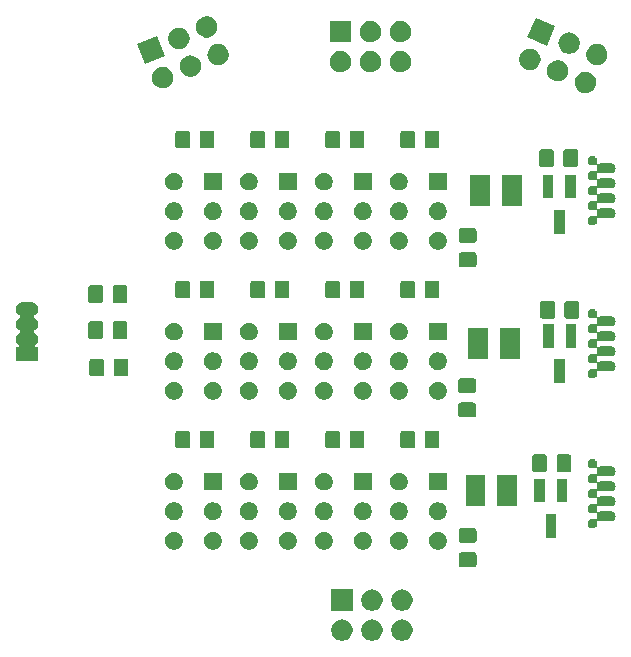
<source format=gbr>
G04 #@! TF.GenerationSoftware,KiCad,Pcbnew,(5.1.5)-3*
G04 #@! TF.CreationDate,2020-02-02T14:59:38+01:00*
G04 #@! TF.ProjectId,12bitbadge,31326269-7462-4616-9467-652e6b696361,rev?*
G04 #@! TF.SameCoordinates,Original*
G04 #@! TF.FileFunction,Soldermask,Top*
G04 #@! TF.FilePolarity,Negative*
%FSLAX46Y46*%
G04 Gerber Fmt 4.6, Leading zero omitted, Abs format (unit mm)*
G04 Created by KiCad (PCBNEW (5.1.5)-3) date 2020-02-02 14:59:38*
%MOMM*%
%LPD*%
G04 APERTURE LIST*
%ADD10C,0.100000*%
G04 APERTURE END LIST*
D10*
G36*
X173595512Y-87876927D02*
G01*
X173744812Y-87906624D01*
X173908784Y-87974544D01*
X174056354Y-88073147D01*
X174181853Y-88198646D01*
X174280456Y-88346216D01*
X174348376Y-88510188D01*
X174383000Y-88684259D01*
X174383000Y-88861741D01*
X174348376Y-89035812D01*
X174280456Y-89199784D01*
X174181853Y-89347354D01*
X174056354Y-89472853D01*
X173908784Y-89571456D01*
X173744812Y-89639376D01*
X173595512Y-89669073D01*
X173570742Y-89674000D01*
X173393258Y-89674000D01*
X173368488Y-89669073D01*
X173219188Y-89639376D01*
X173055216Y-89571456D01*
X172907646Y-89472853D01*
X172782147Y-89347354D01*
X172683544Y-89199784D01*
X172615624Y-89035812D01*
X172581000Y-88861741D01*
X172581000Y-88684259D01*
X172615624Y-88510188D01*
X172683544Y-88346216D01*
X172782147Y-88198646D01*
X172907646Y-88073147D01*
X173055216Y-87974544D01*
X173219188Y-87906624D01*
X173368488Y-87876927D01*
X173393258Y-87872000D01*
X173570742Y-87872000D01*
X173595512Y-87876927D01*
G37*
G36*
X168515512Y-87876927D02*
G01*
X168664812Y-87906624D01*
X168828784Y-87974544D01*
X168976354Y-88073147D01*
X169101853Y-88198646D01*
X169200456Y-88346216D01*
X169268376Y-88510188D01*
X169303000Y-88684259D01*
X169303000Y-88861741D01*
X169268376Y-89035812D01*
X169200456Y-89199784D01*
X169101853Y-89347354D01*
X168976354Y-89472853D01*
X168828784Y-89571456D01*
X168664812Y-89639376D01*
X168515512Y-89669073D01*
X168490742Y-89674000D01*
X168313258Y-89674000D01*
X168288488Y-89669073D01*
X168139188Y-89639376D01*
X167975216Y-89571456D01*
X167827646Y-89472853D01*
X167702147Y-89347354D01*
X167603544Y-89199784D01*
X167535624Y-89035812D01*
X167501000Y-88861741D01*
X167501000Y-88684259D01*
X167535624Y-88510188D01*
X167603544Y-88346216D01*
X167702147Y-88198646D01*
X167827646Y-88073147D01*
X167975216Y-87974544D01*
X168139188Y-87906624D01*
X168288488Y-87876927D01*
X168313258Y-87872000D01*
X168490742Y-87872000D01*
X168515512Y-87876927D01*
G37*
G36*
X171055512Y-87876927D02*
G01*
X171204812Y-87906624D01*
X171368784Y-87974544D01*
X171516354Y-88073147D01*
X171641853Y-88198646D01*
X171740456Y-88346216D01*
X171808376Y-88510188D01*
X171843000Y-88684259D01*
X171843000Y-88861741D01*
X171808376Y-89035812D01*
X171740456Y-89199784D01*
X171641853Y-89347354D01*
X171516354Y-89472853D01*
X171368784Y-89571456D01*
X171204812Y-89639376D01*
X171055512Y-89669073D01*
X171030742Y-89674000D01*
X170853258Y-89674000D01*
X170828488Y-89669073D01*
X170679188Y-89639376D01*
X170515216Y-89571456D01*
X170367646Y-89472853D01*
X170242147Y-89347354D01*
X170143544Y-89199784D01*
X170075624Y-89035812D01*
X170041000Y-88861741D01*
X170041000Y-88684259D01*
X170075624Y-88510188D01*
X170143544Y-88346216D01*
X170242147Y-88198646D01*
X170367646Y-88073147D01*
X170515216Y-87974544D01*
X170679188Y-87906624D01*
X170828488Y-87876927D01*
X170853258Y-87872000D01*
X171030742Y-87872000D01*
X171055512Y-87876927D01*
G37*
G36*
X169303000Y-87134000D02*
G01*
X167501000Y-87134000D01*
X167501000Y-85332000D01*
X169303000Y-85332000D01*
X169303000Y-87134000D01*
G37*
G36*
X171055512Y-85336927D02*
G01*
X171204812Y-85366624D01*
X171368784Y-85434544D01*
X171516354Y-85533147D01*
X171641853Y-85658646D01*
X171740456Y-85806216D01*
X171808376Y-85970188D01*
X171843000Y-86144259D01*
X171843000Y-86321741D01*
X171808376Y-86495812D01*
X171740456Y-86659784D01*
X171641853Y-86807354D01*
X171516354Y-86932853D01*
X171368784Y-87031456D01*
X171204812Y-87099376D01*
X171055512Y-87129073D01*
X171030742Y-87134000D01*
X170853258Y-87134000D01*
X170828488Y-87129073D01*
X170679188Y-87099376D01*
X170515216Y-87031456D01*
X170367646Y-86932853D01*
X170242147Y-86807354D01*
X170143544Y-86659784D01*
X170075624Y-86495812D01*
X170041000Y-86321741D01*
X170041000Y-86144259D01*
X170075624Y-85970188D01*
X170143544Y-85806216D01*
X170242147Y-85658646D01*
X170367646Y-85533147D01*
X170515216Y-85434544D01*
X170679188Y-85366624D01*
X170828488Y-85336927D01*
X170853258Y-85332000D01*
X171030742Y-85332000D01*
X171055512Y-85336927D01*
G37*
G36*
X173595512Y-85336927D02*
G01*
X173744812Y-85366624D01*
X173908784Y-85434544D01*
X174056354Y-85533147D01*
X174181853Y-85658646D01*
X174280456Y-85806216D01*
X174348376Y-85970188D01*
X174383000Y-86144259D01*
X174383000Y-86321741D01*
X174348376Y-86495812D01*
X174280456Y-86659784D01*
X174181853Y-86807354D01*
X174056354Y-86932853D01*
X173908784Y-87031456D01*
X173744812Y-87099376D01*
X173595512Y-87129073D01*
X173570742Y-87134000D01*
X173393258Y-87134000D01*
X173368488Y-87129073D01*
X173219188Y-87099376D01*
X173055216Y-87031456D01*
X172907646Y-86932853D01*
X172782147Y-86807354D01*
X172683544Y-86659784D01*
X172615624Y-86495812D01*
X172581000Y-86321741D01*
X172581000Y-86144259D01*
X172615624Y-85970188D01*
X172683544Y-85806216D01*
X172782147Y-85658646D01*
X172907646Y-85533147D01*
X173055216Y-85434544D01*
X173219188Y-85366624D01*
X173368488Y-85336927D01*
X173393258Y-85332000D01*
X173570742Y-85332000D01*
X173595512Y-85336927D01*
G37*
G36*
X179638674Y-82190965D02*
G01*
X179676367Y-82202399D01*
X179711103Y-82220966D01*
X179741548Y-82245952D01*
X179766534Y-82276397D01*
X179785101Y-82311133D01*
X179796535Y-82348826D01*
X179801000Y-82394161D01*
X179801000Y-83230839D01*
X179796535Y-83276174D01*
X179785101Y-83313867D01*
X179766534Y-83348603D01*
X179741548Y-83379048D01*
X179711103Y-83404034D01*
X179676367Y-83422601D01*
X179638674Y-83434035D01*
X179593339Y-83438500D01*
X178506661Y-83438500D01*
X178461326Y-83434035D01*
X178423633Y-83422601D01*
X178388897Y-83404034D01*
X178358452Y-83379048D01*
X178333466Y-83348603D01*
X178314899Y-83313867D01*
X178303465Y-83276174D01*
X178299000Y-83230839D01*
X178299000Y-82394161D01*
X178303465Y-82348826D01*
X178314899Y-82311133D01*
X178333466Y-82276397D01*
X178358452Y-82245952D01*
X178388897Y-82220966D01*
X178423633Y-82202399D01*
X178461326Y-82190965D01*
X178506661Y-82186500D01*
X179593339Y-82186500D01*
X179638674Y-82190965D01*
G37*
G36*
X167099059Y-80477860D02*
G01*
X167235732Y-80534472D01*
X167358735Y-80616660D01*
X167463340Y-80721265D01*
X167463341Y-80721267D01*
X167545529Y-80844270D01*
X167602140Y-80980941D01*
X167629070Y-81116327D01*
X167631000Y-81126033D01*
X167631000Y-81273967D01*
X167602140Y-81419059D01*
X167545528Y-81555732D01*
X167463340Y-81678735D01*
X167358735Y-81783340D01*
X167235732Y-81865528D01*
X167235731Y-81865529D01*
X167235730Y-81865529D01*
X167099059Y-81922140D01*
X166953968Y-81951000D01*
X166806032Y-81951000D01*
X166660941Y-81922140D01*
X166524270Y-81865529D01*
X166524269Y-81865529D01*
X166524268Y-81865528D01*
X166401265Y-81783340D01*
X166296660Y-81678735D01*
X166214472Y-81555732D01*
X166157860Y-81419059D01*
X166129000Y-81273967D01*
X166129000Y-81126033D01*
X166130931Y-81116327D01*
X166157860Y-80980941D01*
X166214471Y-80844270D01*
X166296659Y-80721267D01*
X166296660Y-80721265D01*
X166401265Y-80616660D01*
X166524268Y-80534472D01*
X166660941Y-80477860D01*
X166806032Y-80449000D01*
X166953968Y-80449000D01*
X167099059Y-80477860D01*
G37*
G36*
X173449059Y-80477860D02*
G01*
X173585732Y-80534472D01*
X173708735Y-80616660D01*
X173813340Y-80721265D01*
X173813341Y-80721267D01*
X173895529Y-80844270D01*
X173952140Y-80980941D01*
X173979070Y-81116327D01*
X173981000Y-81126033D01*
X173981000Y-81273967D01*
X173952140Y-81419059D01*
X173895528Y-81555732D01*
X173813340Y-81678735D01*
X173708735Y-81783340D01*
X173585732Y-81865528D01*
X173585731Y-81865529D01*
X173585730Y-81865529D01*
X173449059Y-81922140D01*
X173303968Y-81951000D01*
X173156032Y-81951000D01*
X173010941Y-81922140D01*
X172874270Y-81865529D01*
X172874269Y-81865529D01*
X172874268Y-81865528D01*
X172751265Y-81783340D01*
X172646660Y-81678735D01*
X172564472Y-81555732D01*
X172507860Y-81419059D01*
X172479000Y-81273967D01*
X172479000Y-81126033D01*
X172480931Y-81116327D01*
X172507860Y-80980941D01*
X172564471Y-80844270D01*
X172646659Y-80721267D01*
X172646660Y-80721265D01*
X172751265Y-80616660D01*
X172874268Y-80534472D01*
X173010941Y-80477860D01*
X173156032Y-80449000D01*
X173303968Y-80449000D01*
X173449059Y-80477860D01*
G37*
G36*
X170399059Y-80477860D02*
G01*
X170535732Y-80534472D01*
X170658735Y-80616660D01*
X170763340Y-80721265D01*
X170763341Y-80721267D01*
X170845529Y-80844270D01*
X170902140Y-80980941D01*
X170929070Y-81116327D01*
X170931000Y-81126033D01*
X170931000Y-81273967D01*
X170902140Y-81419059D01*
X170845528Y-81555732D01*
X170763340Y-81678735D01*
X170658735Y-81783340D01*
X170535732Y-81865528D01*
X170535731Y-81865529D01*
X170535730Y-81865529D01*
X170399059Y-81922140D01*
X170253968Y-81951000D01*
X170106032Y-81951000D01*
X169960941Y-81922140D01*
X169824270Y-81865529D01*
X169824269Y-81865529D01*
X169824268Y-81865528D01*
X169701265Y-81783340D01*
X169596660Y-81678735D01*
X169514472Y-81555732D01*
X169457860Y-81419059D01*
X169429000Y-81273967D01*
X169429000Y-81126033D01*
X169430931Y-81116327D01*
X169457860Y-80980941D01*
X169514471Y-80844270D01*
X169596659Y-80721267D01*
X169596660Y-80721265D01*
X169701265Y-80616660D01*
X169824268Y-80534472D01*
X169960941Y-80477860D01*
X170106032Y-80449000D01*
X170253968Y-80449000D01*
X170399059Y-80477860D01*
G37*
G36*
X160749059Y-80477860D02*
G01*
X160885732Y-80534472D01*
X161008735Y-80616660D01*
X161113340Y-80721265D01*
X161113341Y-80721267D01*
X161195529Y-80844270D01*
X161252140Y-80980941D01*
X161279070Y-81116327D01*
X161281000Y-81126033D01*
X161281000Y-81273967D01*
X161252140Y-81419059D01*
X161195528Y-81555732D01*
X161113340Y-81678735D01*
X161008735Y-81783340D01*
X160885732Y-81865528D01*
X160885731Y-81865529D01*
X160885730Y-81865529D01*
X160749059Y-81922140D01*
X160603968Y-81951000D01*
X160456032Y-81951000D01*
X160310941Y-81922140D01*
X160174270Y-81865529D01*
X160174269Y-81865529D01*
X160174268Y-81865528D01*
X160051265Y-81783340D01*
X159946660Y-81678735D01*
X159864472Y-81555732D01*
X159807860Y-81419059D01*
X159779000Y-81273967D01*
X159779000Y-81126033D01*
X159780931Y-81116327D01*
X159807860Y-80980941D01*
X159864471Y-80844270D01*
X159946659Y-80721267D01*
X159946660Y-80721265D01*
X160051265Y-80616660D01*
X160174268Y-80534472D01*
X160310941Y-80477860D01*
X160456032Y-80449000D01*
X160603968Y-80449000D01*
X160749059Y-80477860D01*
G37*
G36*
X164049059Y-80477860D02*
G01*
X164185732Y-80534472D01*
X164308735Y-80616660D01*
X164413340Y-80721265D01*
X164413341Y-80721267D01*
X164495529Y-80844270D01*
X164552140Y-80980941D01*
X164579070Y-81116327D01*
X164581000Y-81126033D01*
X164581000Y-81273967D01*
X164552140Y-81419059D01*
X164495528Y-81555732D01*
X164413340Y-81678735D01*
X164308735Y-81783340D01*
X164185732Y-81865528D01*
X164185731Y-81865529D01*
X164185730Y-81865529D01*
X164049059Y-81922140D01*
X163903968Y-81951000D01*
X163756032Y-81951000D01*
X163610941Y-81922140D01*
X163474270Y-81865529D01*
X163474269Y-81865529D01*
X163474268Y-81865528D01*
X163351265Y-81783340D01*
X163246660Y-81678735D01*
X163164472Y-81555732D01*
X163107860Y-81419059D01*
X163079000Y-81273967D01*
X163079000Y-81126033D01*
X163080931Y-81116327D01*
X163107860Y-80980941D01*
X163164471Y-80844270D01*
X163246659Y-80721267D01*
X163246660Y-80721265D01*
X163351265Y-80616660D01*
X163474268Y-80534472D01*
X163610941Y-80477860D01*
X163756032Y-80449000D01*
X163903968Y-80449000D01*
X164049059Y-80477860D01*
G37*
G36*
X154399059Y-80477860D02*
G01*
X154535732Y-80534472D01*
X154658735Y-80616660D01*
X154763340Y-80721265D01*
X154763341Y-80721267D01*
X154845529Y-80844270D01*
X154902140Y-80980941D01*
X154929070Y-81116327D01*
X154931000Y-81126033D01*
X154931000Y-81273967D01*
X154902140Y-81419059D01*
X154845528Y-81555732D01*
X154763340Y-81678735D01*
X154658735Y-81783340D01*
X154535732Y-81865528D01*
X154535731Y-81865529D01*
X154535730Y-81865529D01*
X154399059Y-81922140D01*
X154253968Y-81951000D01*
X154106032Y-81951000D01*
X153960941Y-81922140D01*
X153824270Y-81865529D01*
X153824269Y-81865529D01*
X153824268Y-81865528D01*
X153701265Y-81783340D01*
X153596660Y-81678735D01*
X153514472Y-81555732D01*
X153457860Y-81419059D01*
X153429000Y-81273967D01*
X153429000Y-81126033D01*
X153430931Y-81116327D01*
X153457860Y-80980941D01*
X153514471Y-80844270D01*
X153596659Y-80721267D01*
X153596660Y-80721265D01*
X153701265Y-80616660D01*
X153824268Y-80534472D01*
X153960941Y-80477860D01*
X154106032Y-80449000D01*
X154253968Y-80449000D01*
X154399059Y-80477860D01*
G37*
G36*
X157699059Y-80477860D02*
G01*
X157835732Y-80534472D01*
X157958735Y-80616660D01*
X158063340Y-80721265D01*
X158063341Y-80721267D01*
X158145529Y-80844270D01*
X158202140Y-80980941D01*
X158229070Y-81116327D01*
X158231000Y-81126033D01*
X158231000Y-81273967D01*
X158202140Y-81419059D01*
X158145528Y-81555732D01*
X158063340Y-81678735D01*
X157958735Y-81783340D01*
X157835732Y-81865528D01*
X157835731Y-81865529D01*
X157835730Y-81865529D01*
X157699059Y-81922140D01*
X157553968Y-81951000D01*
X157406032Y-81951000D01*
X157260941Y-81922140D01*
X157124270Y-81865529D01*
X157124269Y-81865529D01*
X157124268Y-81865528D01*
X157001265Y-81783340D01*
X156896660Y-81678735D01*
X156814472Y-81555732D01*
X156757860Y-81419059D01*
X156729000Y-81273967D01*
X156729000Y-81126033D01*
X156730931Y-81116327D01*
X156757860Y-80980941D01*
X156814471Y-80844270D01*
X156896659Y-80721267D01*
X156896660Y-80721265D01*
X157001265Y-80616660D01*
X157124268Y-80534472D01*
X157260941Y-80477860D01*
X157406032Y-80449000D01*
X157553968Y-80449000D01*
X157699059Y-80477860D01*
G37*
G36*
X176749059Y-80477860D02*
G01*
X176885732Y-80534472D01*
X177008735Y-80616660D01*
X177113340Y-80721265D01*
X177113341Y-80721267D01*
X177195529Y-80844270D01*
X177252140Y-80980941D01*
X177279070Y-81116327D01*
X177281000Y-81126033D01*
X177281000Y-81273967D01*
X177252140Y-81419059D01*
X177195528Y-81555732D01*
X177113340Y-81678735D01*
X177008735Y-81783340D01*
X176885732Y-81865528D01*
X176885731Y-81865529D01*
X176885730Y-81865529D01*
X176749059Y-81922140D01*
X176603968Y-81951000D01*
X176456032Y-81951000D01*
X176310941Y-81922140D01*
X176174270Y-81865529D01*
X176174269Y-81865529D01*
X176174268Y-81865528D01*
X176051265Y-81783340D01*
X175946660Y-81678735D01*
X175864472Y-81555732D01*
X175807860Y-81419059D01*
X175779000Y-81273967D01*
X175779000Y-81126033D01*
X175780931Y-81116327D01*
X175807860Y-80980941D01*
X175864471Y-80844270D01*
X175946659Y-80721267D01*
X175946660Y-80721265D01*
X176051265Y-80616660D01*
X176174268Y-80534472D01*
X176310941Y-80477860D01*
X176456032Y-80449000D01*
X176603968Y-80449000D01*
X176749059Y-80477860D01*
G37*
G36*
X179638674Y-80140965D02*
G01*
X179676367Y-80152399D01*
X179711103Y-80170966D01*
X179741548Y-80195952D01*
X179766534Y-80226397D01*
X179785101Y-80261133D01*
X179796535Y-80298826D01*
X179801000Y-80344161D01*
X179801000Y-81180839D01*
X179796535Y-81226174D01*
X179785101Y-81263867D01*
X179766534Y-81298603D01*
X179741548Y-81329048D01*
X179711103Y-81354034D01*
X179676367Y-81372601D01*
X179638674Y-81384035D01*
X179593339Y-81388500D01*
X178506661Y-81388500D01*
X178461326Y-81384035D01*
X178423633Y-81372601D01*
X178388897Y-81354034D01*
X178358452Y-81329048D01*
X178333466Y-81298603D01*
X178314899Y-81263867D01*
X178303465Y-81226174D01*
X178299000Y-81180839D01*
X178299000Y-80344161D01*
X178303465Y-80298826D01*
X178314899Y-80261133D01*
X178333466Y-80226397D01*
X178358452Y-80195952D01*
X178388897Y-80170966D01*
X178423633Y-80152399D01*
X178461326Y-80140965D01*
X178506661Y-80136500D01*
X179593339Y-80136500D01*
X179638674Y-80140965D01*
G37*
G36*
X186551000Y-80951000D02*
G01*
X185649000Y-80951000D01*
X185649000Y-78949000D01*
X186551000Y-78949000D01*
X186551000Y-80951000D01*
G37*
G36*
X189689231Y-74282705D02*
G01*
X189727967Y-74290410D01*
X189758195Y-74302931D01*
X189800944Y-74320638D01*
X189866622Y-74364523D01*
X189922477Y-74420378D01*
X189966362Y-74486056D01*
X189996590Y-74559034D01*
X190012000Y-74636504D01*
X190012000Y-74715496D01*
X189996773Y-74792048D01*
X189994371Y-74816434D01*
X189996773Y-74840820D01*
X190003886Y-74864269D01*
X190015437Y-74885880D01*
X190030983Y-74904822D01*
X190049925Y-74920367D01*
X190071535Y-74931918D01*
X190094984Y-74939031D01*
X190119370Y-74941433D01*
X190143756Y-74939031D01*
X190167205Y-74931918D01*
X190178295Y-74926673D01*
X190242574Y-74892314D01*
X190327590Y-74866525D01*
X190393842Y-74860000D01*
X191138158Y-74860000D01*
X191204410Y-74866525D01*
X191289426Y-74892314D01*
X191367775Y-74934193D01*
X191436449Y-74990551D01*
X191492807Y-75059225D01*
X191534686Y-75137574D01*
X191560475Y-75222590D01*
X191569182Y-75311000D01*
X191560475Y-75399410D01*
X191534686Y-75484426D01*
X191492807Y-75562775D01*
X191436449Y-75631449D01*
X191367775Y-75687807D01*
X191289426Y-75729686D01*
X191204410Y-75755475D01*
X191138158Y-75762000D01*
X190393842Y-75762000D01*
X190327590Y-75755475D01*
X190242574Y-75729686D01*
X190178295Y-75695327D01*
X190155656Y-75685950D01*
X190131623Y-75681169D01*
X190107119Y-75681169D01*
X190083086Y-75685949D01*
X190060447Y-75695326D01*
X190040072Y-75708940D01*
X190022745Y-75726267D01*
X190009131Y-75746641D01*
X189999754Y-75769280D01*
X189994973Y-75793313D01*
X189994973Y-75817817D01*
X189996773Y-75829952D01*
X190012000Y-75906504D01*
X190012000Y-75985496D01*
X189996773Y-76062048D01*
X189994371Y-76086434D01*
X189996773Y-76110820D01*
X190003886Y-76134269D01*
X190015437Y-76155880D01*
X190030983Y-76174822D01*
X190049925Y-76190367D01*
X190071535Y-76201918D01*
X190094984Y-76209031D01*
X190119370Y-76211433D01*
X190143756Y-76209031D01*
X190167205Y-76201918D01*
X190178295Y-76196673D01*
X190242574Y-76162314D01*
X190327590Y-76136525D01*
X190393842Y-76130000D01*
X191138158Y-76130000D01*
X191204410Y-76136525D01*
X191289426Y-76162314D01*
X191367775Y-76204193D01*
X191436449Y-76260551D01*
X191492807Y-76329225D01*
X191534686Y-76407574D01*
X191560475Y-76492590D01*
X191569182Y-76581000D01*
X191560475Y-76669410D01*
X191534686Y-76754426D01*
X191492807Y-76832775D01*
X191436449Y-76901449D01*
X191367775Y-76957807D01*
X191289426Y-76999686D01*
X191204410Y-77025475D01*
X191138158Y-77032000D01*
X190393842Y-77032000D01*
X190327590Y-77025475D01*
X190242574Y-76999686D01*
X190178295Y-76965327D01*
X190155656Y-76955950D01*
X190131623Y-76951169D01*
X190107119Y-76951169D01*
X190083086Y-76955949D01*
X190060447Y-76965326D01*
X190040072Y-76978940D01*
X190022745Y-76996267D01*
X190009131Y-77016641D01*
X189999754Y-77039280D01*
X189994973Y-77063313D01*
X189994973Y-77087817D01*
X189996773Y-77099952D01*
X190012000Y-77176504D01*
X190012000Y-77255496D01*
X189996773Y-77332048D01*
X189994371Y-77356434D01*
X189996773Y-77380820D01*
X190003886Y-77404269D01*
X190015437Y-77425880D01*
X190030983Y-77444822D01*
X190049925Y-77460367D01*
X190071535Y-77471918D01*
X190094984Y-77479031D01*
X190119370Y-77481433D01*
X190143756Y-77479031D01*
X190167205Y-77471918D01*
X190178295Y-77466673D01*
X190242574Y-77432314D01*
X190327590Y-77406525D01*
X190393842Y-77400000D01*
X191138158Y-77400000D01*
X191204410Y-77406525D01*
X191289426Y-77432314D01*
X191367775Y-77474193D01*
X191436449Y-77530551D01*
X191492807Y-77599225D01*
X191534686Y-77677574D01*
X191560475Y-77762590D01*
X191569182Y-77851000D01*
X191560475Y-77939410D01*
X191534686Y-78024426D01*
X191492807Y-78102775D01*
X191436449Y-78171449D01*
X191367775Y-78227807D01*
X191289426Y-78269686D01*
X191204410Y-78295475D01*
X191138158Y-78302000D01*
X190393842Y-78302000D01*
X190327590Y-78295475D01*
X190242574Y-78269686D01*
X190178295Y-78235327D01*
X190155656Y-78225950D01*
X190131623Y-78221169D01*
X190107119Y-78221169D01*
X190083086Y-78225949D01*
X190060447Y-78235326D01*
X190040072Y-78248940D01*
X190022745Y-78266267D01*
X190009131Y-78286641D01*
X189999754Y-78309280D01*
X189994973Y-78333313D01*
X189994973Y-78357817D01*
X189996773Y-78369952D01*
X190012000Y-78446504D01*
X190012000Y-78525496D01*
X189996773Y-78602048D01*
X189994371Y-78626434D01*
X189996773Y-78650820D01*
X190003886Y-78674269D01*
X190015437Y-78695880D01*
X190030983Y-78714822D01*
X190049925Y-78730367D01*
X190071535Y-78741918D01*
X190094984Y-78749031D01*
X190119370Y-78751433D01*
X190143756Y-78749031D01*
X190167205Y-78741918D01*
X190178295Y-78736673D01*
X190242574Y-78702314D01*
X190327590Y-78676525D01*
X190393842Y-78670000D01*
X191138158Y-78670000D01*
X191204410Y-78676525D01*
X191289426Y-78702314D01*
X191367775Y-78744193D01*
X191436449Y-78800551D01*
X191492807Y-78869225D01*
X191534686Y-78947574D01*
X191560475Y-79032590D01*
X191569182Y-79121000D01*
X191560475Y-79209410D01*
X191534686Y-79294426D01*
X191492807Y-79372775D01*
X191436449Y-79441449D01*
X191367775Y-79497807D01*
X191289426Y-79539686D01*
X191204410Y-79565475D01*
X191138158Y-79572000D01*
X190393842Y-79572000D01*
X190327590Y-79565475D01*
X190242574Y-79539686D01*
X190178295Y-79505327D01*
X190155656Y-79495950D01*
X190131623Y-79491169D01*
X190107119Y-79491169D01*
X190083086Y-79495949D01*
X190060447Y-79505326D01*
X190040072Y-79518940D01*
X190022745Y-79536267D01*
X190009131Y-79556641D01*
X189999754Y-79579280D01*
X189994973Y-79603313D01*
X189994973Y-79627817D01*
X189996773Y-79639952D01*
X190012000Y-79716504D01*
X190012000Y-79795496D01*
X189996590Y-79872966D01*
X189966362Y-79945944D01*
X189922477Y-80011622D01*
X189866622Y-80067477D01*
X189800944Y-80111362D01*
X189758195Y-80129069D01*
X189727967Y-80141590D01*
X189689231Y-80149295D01*
X189650496Y-80157000D01*
X189571504Y-80157000D01*
X189532769Y-80149295D01*
X189494033Y-80141590D01*
X189463805Y-80129069D01*
X189421056Y-80111362D01*
X189355378Y-80067477D01*
X189299523Y-80011622D01*
X189255638Y-79945944D01*
X189225410Y-79872966D01*
X189210000Y-79795496D01*
X189210000Y-79716504D01*
X189225410Y-79639034D01*
X189255638Y-79566056D01*
X189299523Y-79500378D01*
X189355378Y-79444523D01*
X189421056Y-79400638D01*
X189464657Y-79382578D01*
X189494033Y-79370410D01*
X189532769Y-79362705D01*
X189571504Y-79355000D01*
X189650496Y-79355000D01*
X189689231Y-79362705D01*
X189727967Y-79370410D01*
X189800945Y-79400639D01*
X189800946Y-79400640D01*
X189805133Y-79402374D01*
X189818775Y-79409666D01*
X189842224Y-79416781D01*
X189866609Y-79419184D01*
X189890996Y-79416784D01*
X189914445Y-79409672D01*
X189936056Y-79398122D01*
X189954999Y-79382578D01*
X189970546Y-79363637D01*
X189982098Y-79342027D01*
X189989213Y-79318578D01*
X189991616Y-79294193D01*
X189989216Y-79269806D01*
X189986234Y-79257900D01*
X189971525Y-79209410D01*
X189962818Y-79121000D01*
X189971525Y-79032590D01*
X189986234Y-78984100D01*
X189991014Y-78960066D01*
X189991014Y-78935562D01*
X189986233Y-78911529D01*
X189976856Y-78888890D01*
X189963242Y-78868516D01*
X189945915Y-78851189D01*
X189925540Y-78837575D01*
X189902902Y-78828198D01*
X189878868Y-78823418D01*
X189854364Y-78823418D01*
X189830331Y-78828199D01*
X189807692Y-78837576D01*
X189802343Y-78840782D01*
X189800945Y-78841361D01*
X189727967Y-78871590D01*
X189689231Y-78879295D01*
X189650496Y-78887000D01*
X189571504Y-78887000D01*
X189532769Y-78879295D01*
X189494033Y-78871590D01*
X189444781Y-78851189D01*
X189421056Y-78841362D01*
X189355378Y-78797477D01*
X189299523Y-78741622D01*
X189255638Y-78675944D01*
X189235131Y-78626434D01*
X189225410Y-78602967D01*
X189210000Y-78525495D01*
X189210000Y-78446505D01*
X189225410Y-78369033D01*
X189253176Y-78302000D01*
X189255638Y-78296056D01*
X189299523Y-78230378D01*
X189355378Y-78174523D01*
X189421056Y-78130638D01*
X189464657Y-78112578D01*
X189494033Y-78100410D01*
X189532769Y-78092705D01*
X189571504Y-78085000D01*
X189650496Y-78085000D01*
X189689231Y-78092705D01*
X189727967Y-78100410D01*
X189800945Y-78130639D01*
X189800946Y-78130640D01*
X189805133Y-78132374D01*
X189818775Y-78139666D01*
X189842224Y-78146781D01*
X189866609Y-78149184D01*
X189890996Y-78146784D01*
X189914445Y-78139672D01*
X189936056Y-78128122D01*
X189954999Y-78112578D01*
X189970546Y-78093637D01*
X189982098Y-78072027D01*
X189989213Y-78048578D01*
X189991616Y-78024193D01*
X189989216Y-77999806D01*
X189986234Y-77987900D01*
X189971525Y-77939410D01*
X189962818Y-77851000D01*
X189971525Y-77762590D01*
X189986234Y-77714100D01*
X189991014Y-77690066D01*
X189991014Y-77665562D01*
X189986233Y-77641529D01*
X189976856Y-77618890D01*
X189963242Y-77598516D01*
X189945915Y-77581189D01*
X189925540Y-77567575D01*
X189902902Y-77558198D01*
X189878868Y-77553418D01*
X189854364Y-77553418D01*
X189830331Y-77558199D01*
X189807692Y-77567576D01*
X189802343Y-77570782D01*
X189800945Y-77571361D01*
X189727967Y-77601590D01*
X189689231Y-77609295D01*
X189650496Y-77617000D01*
X189571504Y-77617000D01*
X189532769Y-77609295D01*
X189494033Y-77601590D01*
X189444781Y-77581189D01*
X189421056Y-77571362D01*
X189355378Y-77527477D01*
X189299523Y-77471622D01*
X189255638Y-77405944D01*
X189225410Y-77332966D01*
X189210000Y-77255496D01*
X189210000Y-77176504D01*
X189225410Y-77099034D01*
X189255638Y-77026056D01*
X189299523Y-76960378D01*
X189355378Y-76904523D01*
X189421056Y-76860638D01*
X189464657Y-76842578D01*
X189494033Y-76830410D01*
X189532769Y-76822705D01*
X189571504Y-76815000D01*
X189650496Y-76815000D01*
X189689231Y-76822705D01*
X189727967Y-76830410D01*
X189800945Y-76860639D01*
X189800946Y-76860640D01*
X189805133Y-76862374D01*
X189818775Y-76869666D01*
X189842224Y-76876781D01*
X189866609Y-76879184D01*
X189890996Y-76876784D01*
X189914445Y-76869672D01*
X189936056Y-76858122D01*
X189954999Y-76842578D01*
X189970546Y-76823637D01*
X189982098Y-76802027D01*
X189989213Y-76778578D01*
X189991616Y-76754193D01*
X189989216Y-76729806D01*
X189986234Y-76717900D01*
X189971525Y-76669410D01*
X189962818Y-76581000D01*
X189971525Y-76492590D01*
X189986234Y-76444100D01*
X189991014Y-76420066D01*
X189991014Y-76395562D01*
X189986233Y-76371529D01*
X189976856Y-76348890D01*
X189963242Y-76328516D01*
X189945915Y-76311189D01*
X189925540Y-76297575D01*
X189902902Y-76288198D01*
X189878868Y-76283418D01*
X189854364Y-76283418D01*
X189830331Y-76288199D01*
X189807692Y-76297576D01*
X189802343Y-76300782D01*
X189800945Y-76301361D01*
X189727967Y-76331590D01*
X189689231Y-76339295D01*
X189650496Y-76347000D01*
X189571504Y-76347000D01*
X189532769Y-76339295D01*
X189494033Y-76331590D01*
X189444781Y-76311189D01*
X189421056Y-76301362D01*
X189355378Y-76257477D01*
X189299523Y-76201622D01*
X189255638Y-76135944D01*
X189225410Y-76062966D01*
X189210000Y-75985496D01*
X189210000Y-75906504D01*
X189225410Y-75829034D01*
X189255638Y-75756056D01*
X189299523Y-75690378D01*
X189355378Y-75634523D01*
X189421056Y-75590638D01*
X189464657Y-75572578D01*
X189494033Y-75560410D01*
X189532769Y-75552705D01*
X189571504Y-75545000D01*
X189650496Y-75545000D01*
X189689231Y-75552705D01*
X189727967Y-75560410D01*
X189800945Y-75590639D01*
X189800946Y-75590640D01*
X189805133Y-75592374D01*
X189818775Y-75599666D01*
X189842224Y-75606781D01*
X189866609Y-75609184D01*
X189890996Y-75606784D01*
X189914445Y-75599672D01*
X189936056Y-75588122D01*
X189954999Y-75572578D01*
X189970546Y-75553637D01*
X189982098Y-75532027D01*
X189989213Y-75508578D01*
X189991616Y-75484193D01*
X189989216Y-75459806D01*
X189986234Y-75447900D01*
X189971525Y-75399410D01*
X189962818Y-75311000D01*
X189971525Y-75222590D01*
X189986234Y-75174100D01*
X189991014Y-75150066D01*
X189991014Y-75125562D01*
X189986233Y-75101529D01*
X189976856Y-75078890D01*
X189963242Y-75058516D01*
X189945915Y-75041189D01*
X189925540Y-75027575D01*
X189902902Y-75018198D01*
X189878868Y-75013418D01*
X189854364Y-75013418D01*
X189830331Y-75018199D01*
X189807692Y-75027576D01*
X189802343Y-75030782D01*
X189800945Y-75031361D01*
X189727967Y-75061590D01*
X189689231Y-75069295D01*
X189650496Y-75077000D01*
X189571504Y-75077000D01*
X189532769Y-75069295D01*
X189494033Y-75061590D01*
X189444781Y-75041189D01*
X189421056Y-75031362D01*
X189355378Y-74987477D01*
X189299523Y-74931622D01*
X189255638Y-74865944D01*
X189225410Y-74792966D01*
X189210000Y-74715496D01*
X189210000Y-74636504D01*
X189225410Y-74559034D01*
X189255638Y-74486056D01*
X189299523Y-74420378D01*
X189355378Y-74364523D01*
X189421056Y-74320638D01*
X189463805Y-74302931D01*
X189494033Y-74290410D01*
X189532769Y-74282705D01*
X189571504Y-74275000D01*
X189650496Y-74275000D01*
X189689231Y-74282705D01*
G37*
G36*
X157699059Y-77977860D02*
G01*
X157811477Y-78024425D01*
X157835732Y-78034472D01*
X157958735Y-78116660D01*
X158063340Y-78221265D01*
X158138208Y-78333313D01*
X158145529Y-78344270D01*
X158156167Y-78369952D01*
X158202140Y-78480941D01*
X158231000Y-78626033D01*
X158231000Y-78773967D01*
X158202140Y-78919059D01*
X158145528Y-79055732D01*
X158063340Y-79178735D01*
X157958735Y-79283340D01*
X157835732Y-79365528D01*
X157835731Y-79365529D01*
X157835730Y-79365529D01*
X157699059Y-79422140D01*
X157553968Y-79451000D01*
X157406032Y-79451000D01*
X157260941Y-79422140D01*
X157124270Y-79365529D01*
X157124269Y-79365529D01*
X157124268Y-79365528D01*
X157001265Y-79283340D01*
X156896660Y-79178735D01*
X156814472Y-79055732D01*
X156757860Y-78919059D01*
X156729000Y-78773967D01*
X156729000Y-78626033D01*
X156757860Y-78480941D01*
X156803833Y-78369952D01*
X156814471Y-78344270D01*
X156821792Y-78333313D01*
X156896660Y-78221265D01*
X157001265Y-78116660D01*
X157124268Y-78034472D01*
X157148524Y-78024425D01*
X157260941Y-77977860D01*
X157406032Y-77949000D01*
X157553968Y-77949000D01*
X157699059Y-77977860D01*
G37*
G36*
X176749059Y-77977860D02*
G01*
X176861477Y-78024425D01*
X176885732Y-78034472D01*
X177008735Y-78116660D01*
X177113340Y-78221265D01*
X177188208Y-78333313D01*
X177195529Y-78344270D01*
X177206167Y-78369952D01*
X177252140Y-78480941D01*
X177281000Y-78626033D01*
X177281000Y-78773967D01*
X177252140Y-78919059D01*
X177195528Y-79055732D01*
X177113340Y-79178735D01*
X177008735Y-79283340D01*
X176885732Y-79365528D01*
X176885731Y-79365529D01*
X176885730Y-79365529D01*
X176749059Y-79422140D01*
X176603968Y-79451000D01*
X176456032Y-79451000D01*
X176310941Y-79422140D01*
X176174270Y-79365529D01*
X176174269Y-79365529D01*
X176174268Y-79365528D01*
X176051265Y-79283340D01*
X175946660Y-79178735D01*
X175864472Y-79055732D01*
X175807860Y-78919059D01*
X175779000Y-78773967D01*
X175779000Y-78626033D01*
X175807860Y-78480941D01*
X175853833Y-78369952D01*
X175864471Y-78344270D01*
X175871792Y-78333313D01*
X175946660Y-78221265D01*
X176051265Y-78116660D01*
X176174268Y-78034472D01*
X176198524Y-78024425D01*
X176310941Y-77977860D01*
X176456032Y-77949000D01*
X176603968Y-77949000D01*
X176749059Y-77977860D01*
G37*
G36*
X154399059Y-77977860D02*
G01*
X154511477Y-78024425D01*
X154535732Y-78034472D01*
X154658735Y-78116660D01*
X154763340Y-78221265D01*
X154838208Y-78333313D01*
X154845529Y-78344270D01*
X154856167Y-78369952D01*
X154902140Y-78480941D01*
X154931000Y-78626033D01*
X154931000Y-78773967D01*
X154902140Y-78919059D01*
X154845528Y-79055732D01*
X154763340Y-79178735D01*
X154658735Y-79283340D01*
X154535732Y-79365528D01*
X154535731Y-79365529D01*
X154535730Y-79365529D01*
X154399059Y-79422140D01*
X154253968Y-79451000D01*
X154106032Y-79451000D01*
X153960941Y-79422140D01*
X153824270Y-79365529D01*
X153824269Y-79365529D01*
X153824268Y-79365528D01*
X153701265Y-79283340D01*
X153596660Y-79178735D01*
X153514472Y-79055732D01*
X153457860Y-78919059D01*
X153429000Y-78773967D01*
X153429000Y-78626033D01*
X153457860Y-78480941D01*
X153503833Y-78369952D01*
X153514471Y-78344270D01*
X153521792Y-78333313D01*
X153596660Y-78221265D01*
X153701265Y-78116660D01*
X153824268Y-78034472D01*
X153848524Y-78024425D01*
X153960941Y-77977860D01*
X154106032Y-77949000D01*
X154253968Y-77949000D01*
X154399059Y-77977860D01*
G37*
G36*
X164049059Y-77977860D02*
G01*
X164161477Y-78024425D01*
X164185732Y-78034472D01*
X164308735Y-78116660D01*
X164413340Y-78221265D01*
X164488208Y-78333313D01*
X164495529Y-78344270D01*
X164506167Y-78369952D01*
X164552140Y-78480941D01*
X164581000Y-78626033D01*
X164581000Y-78773967D01*
X164552140Y-78919059D01*
X164495528Y-79055732D01*
X164413340Y-79178735D01*
X164308735Y-79283340D01*
X164185732Y-79365528D01*
X164185731Y-79365529D01*
X164185730Y-79365529D01*
X164049059Y-79422140D01*
X163903968Y-79451000D01*
X163756032Y-79451000D01*
X163610941Y-79422140D01*
X163474270Y-79365529D01*
X163474269Y-79365529D01*
X163474268Y-79365528D01*
X163351265Y-79283340D01*
X163246660Y-79178735D01*
X163164472Y-79055732D01*
X163107860Y-78919059D01*
X163079000Y-78773967D01*
X163079000Y-78626033D01*
X163107860Y-78480941D01*
X163153833Y-78369952D01*
X163164471Y-78344270D01*
X163171792Y-78333313D01*
X163246660Y-78221265D01*
X163351265Y-78116660D01*
X163474268Y-78034472D01*
X163498524Y-78024425D01*
X163610941Y-77977860D01*
X163756032Y-77949000D01*
X163903968Y-77949000D01*
X164049059Y-77977860D01*
G37*
G36*
X160749059Y-77977860D02*
G01*
X160861477Y-78024425D01*
X160885732Y-78034472D01*
X161008735Y-78116660D01*
X161113340Y-78221265D01*
X161188208Y-78333313D01*
X161195529Y-78344270D01*
X161206167Y-78369952D01*
X161252140Y-78480941D01*
X161281000Y-78626033D01*
X161281000Y-78773967D01*
X161252140Y-78919059D01*
X161195528Y-79055732D01*
X161113340Y-79178735D01*
X161008735Y-79283340D01*
X160885732Y-79365528D01*
X160885731Y-79365529D01*
X160885730Y-79365529D01*
X160749059Y-79422140D01*
X160603968Y-79451000D01*
X160456032Y-79451000D01*
X160310941Y-79422140D01*
X160174270Y-79365529D01*
X160174269Y-79365529D01*
X160174268Y-79365528D01*
X160051265Y-79283340D01*
X159946660Y-79178735D01*
X159864472Y-79055732D01*
X159807860Y-78919059D01*
X159779000Y-78773967D01*
X159779000Y-78626033D01*
X159807860Y-78480941D01*
X159853833Y-78369952D01*
X159864471Y-78344270D01*
X159871792Y-78333313D01*
X159946660Y-78221265D01*
X160051265Y-78116660D01*
X160174268Y-78034472D01*
X160198524Y-78024425D01*
X160310941Y-77977860D01*
X160456032Y-77949000D01*
X160603968Y-77949000D01*
X160749059Y-77977860D01*
G37*
G36*
X170399059Y-77977860D02*
G01*
X170511477Y-78024425D01*
X170535732Y-78034472D01*
X170658735Y-78116660D01*
X170763340Y-78221265D01*
X170838208Y-78333313D01*
X170845529Y-78344270D01*
X170856167Y-78369952D01*
X170902140Y-78480941D01*
X170931000Y-78626033D01*
X170931000Y-78773967D01*
X170902140Y-78919059D01*
X170845528Y-79055732D01*
X170763340Y-79178735D01*
X170658735Y-79283340D01*
X170535732Y-79365528D01*
X170535731Y-79365529D01*
X170535730Y-79365529D01*
X170399059Y-79422140D01*
X170253968Y-79451000D01*
X170106032Y-79451000D01*
X169960941Y-79422140D01*
X169824270Y-79365529D01*
X169824269Y-79365529D01*
X169824268Y-79365528D01*
X169701265Y-79283340D01*
X169596660Y-79178735D01*
X169514472Y-79055732D01*
X169457860Y-78919059D01*
X169429000Y-78773967D01*
X169429000Y-78626033D01*
X169457860Y-78480941D01*
X169503833Y-78369952D01*
X169514471Y-78344270D01*
X169521792Y-78333313D01*
X169596660Y-78221265D01*
X169701265Y-78116660D01*
X169824268Y-78034472D01*
X169848524Y-78024425D01*
X169960941Y-77977860D01*
X170106032Y-77949000D01*
X170253968Y-77949000D01*
X170399059Y-77977860D01*
G37*
G36*
X167099059Y-77977860D02*
G01*
X167211477Y-78024425D01*
X167235732Y-78034472D01*
X167358735Y-78116660D01*
X167463340Y-78221265D01*
X167538208Y-78333313D01*
X167545529Y-78344270D01*
X167556167Y-78369952D01*
X167602140Y-78480941D01*
X167631000Y-78626033D01*
X167631000Y-78773967D01*
X167602140Y-78919059D01*
X167545528Y-79055732D01*
X167463340Y-79178735D01*
X167358735Y-79283340D01*
X167235732Y-79365528D01*
X167235731Y-79365529D01*
X167235730Y-79365529D01*
X167099059Y-79422140D01*
X166953968Y-79451000D01*
X166806032Y-79451000D01*
X166660941Y-79422140D01*
X166524270Y-79365529D01*
X166524269Y-79365529D01*
X166524268Y-79365528D01*
X166401265Y-79283340D01*
X166296660Y-79178735D01*
X166214472Y-79055732D01*
X166157860Y-78919059D01*
X166129000Y-78773967D01*
X166129000Y-78626033D01*
X166157860Y-78480941D01*
X166203833Y-78369952D01*
X166214471Y-78344270D01*
X166221792Y-78333313D01*
X166296660Y-78221265D01*
X166401265Y-78116660D01*
X166524268Y-78034472D01*
X166548524Y-78024425D01*
X166660941Y-77977860D01*
X166806032Y-77949000D01*
X166953968Y-77949000D01*
X167099059Y-77977860D01*
G37*
G36*
X173449059Y-77977860D02*
G01*
X173561477Y-78024425D01*
X173585732Y-78034472D01*
X173708735Y-78116660D01*
X173813340Y-78221265D01*
X173888208Y-78333313D01*
X173895529Y-78344270D01*
X173906167Y-78369952D01*
X173952140Y-78480941D01*
X173981000Y-78626033D01*
X173981000Y-78773967D01*
X173952140Y-78919059D01*
X173895528Y-79055732D01*
X173813340Y-79178735D01*
X173708735Y-79283340D01*
X173585732Y-79365528D01*
X173585731Y-79365529D01*
X173585730Y-79365529D01*
X173449059Y-79422140D01*
X173303968Y-79451000D01*
X173156032Y-79451000D01*
X173010941Y-79422140D01*
X172874270Y-79365529D01*
X172874269Y-79365529D01*
X172874268Y-79365528D01*
X172751265Y-79283340D01*
X172646660Y-79178735D01*
X172564472Y-79055732D01*
X172507860Y-78919059D01*
X172479000Y-78773967D01*
X172479000Y-78626033D01*
X172507860Y-78480941D01*
X172553833Y-78369952D01*
X172564471Y-78344270D01*
X172571792Y-78333313D01*
X172646660Y-78221265D01*
X172751265Y-78116660D01*
X172874268Y-78034472D01*
X172898524Y-78024425D01*
X173010941Y-77977860D01*
X173156032Y-77949000D01*
X173303968Y-77949000D01*
X173449059Y-77977860D01*
G37*
G36*
X180531000Y-78288000D02*
G01*
X178869000Y-78288000D01*
X178869000Y-75636000D01*
X180531000Y-75636000D01*
X180531000Y-78288000D01*
G37*
G36*
X183231000Y-78288000D02*
G01*
X181569000Y-78288000D01*
X181569000Y-75636000D01*
X183231000Y-75636000D01*
X183231000Y-78288000D01*
G37*
G36*
X187501000Y-77951000D02*
G01*
X186599000Y-77951000D01*
X186599000Y-75949000D01*
X187501000Y-75949000D01*
X187501000Y-77951000D01*
G37*
G36*
X185601000Y-77951000D02*
G01*
X184699000Y-77951000D01*
X184699000Y-75949000D01*
X185601000Y-75949000D01*
X185601000Y-77951000D01*
G37*
G36*
X177281000Y-76951000D02*
G01*
X175779000Y-76951000D01*
X175779000Y-75449000D01*
X177281000Y-75449000D01*
X177281000Y-76951000D01*
G37*
G36*
X167099059Y-75477860D02*
G01*
X167229830Y-75532027D01*
X167235732Y-75534472D01*
X167358735Y-75616660D01*
X167463340Y-75721265D01*
X167511481Y-75793313D01*
X167545529Y-75844270D01*
X167602140Y-75980941D01*
X167631000Y-76126032D01*
X167631000Y-76273968D01*
X167628169Y-76288199D01*
X167602140Y-76419059D01*
X167545528Y-76555732D01*
X167463340Y-76678735D01*
X167358735Y-76783340D01*
X167235732Y-76865528D01*
X167235731Y-76865529D01*
X167235730Y-76865529D01*
X167099059Y-76922140D01*
X166953968Y-76951000D01*
X166806032Y-76951000D01*
X166660941Y-76922140D01*
X166524270Y-76865529D01*
X166524269Y-76865529D01*
X166524268Y-76865528D01*
X166401265Y-76783340D01*
X166296660Y-76678735D01*
X166214472Y-76555732D01*
X166157860Y-76419059D01*
X166131831Y-76288199D01*
X166129000Y-76273968D01*
X166129000Y-76126032D01*
X166157860Y-75980941D01*
X166214471Y-75844270D01*
X166248519Y-75793313D01*
X166296660Y-75721265D01*
X166401265Y-75616660D01*
X166524268Y-75534472D01*
X166530171Y-75532027D01*
X166660941Y-75477860D01*
X166806032Y-75449000D01*
X166953968Y-75449000D01*
X167099059Y-75477860D01*
G37*
G36*
X173449059Y-75477860D02*
G01*
X173579830Y-75532027D01*
X173585732Y-75534472D01*
X173708735Y-75616660D01*
X173813340Y-75721265D01*
X173861481Y-75793313D01*
X173895529Y-75844270D01*
X173952140Y-75980941D01*
X173981000Y-76126032D01*
X173981000Y-76273968D01*
X173978169Y-76288199D01*
X173952140Y-76419059D01*
X173895528Y-76555732D01*
X173813340Y-76678735D01*
X173708735Y-76783340D01*
X173585732Y-76865528D01*
X173585731Y-76865529D01*
X173585730Y-76865529D01*
X173449059Y-76922140D01*
X173303968Y-76951000D01*
X173156032Y-76951000D01*
X173010941Y-76922140D01*
X172874270Y-76865529D01*
X172874269Y-76865529D01*
X172874268Y-76865528D01*
X172751265Y-76783340D01*
X172646660Y-76678735D01*
X172564472Y-76555732D01*
X172507860Y-76419059D01*
X172481831Y-76288199D01*
X172479000Y-76273968D01*
X172479000Y-76126032D01*
X172507860Y-75980941D01*
X172564471Y-75844270D01*
X172598519Y-75793313D01*
X172646660Y-75721265D01*
X172751265Y-75616660D01*
X172874268Y-75534472D01*
X172880171Y-75532027D01*
X173010941Y-75477860D01*
X173156032Y-75449000D01*
X173303968Y-75449000D01*
X173449059Y-75477860D01*
G37*
G36*
X170931000Y-76951000D02*
G01*
X169429000Y-76951000D01*
X169429000Y-75449000D01*
X170931000Y-75449000D01*
X170931000Y-76951000D01*
G37*
G36*
X158231000Y-76951000D02*
G01*
X156729000Y-76951000D01*
X156729000Y-75449000D01*
X158231000Y-75449000D01*
X158231000Y-76951000D01*
G37*
G36*
X154399059Y-75477860D02*
G01*
X154529830Y-75532027D01*
X154535732Y-75534472D01*
X154658735Y-75616660D01*
X154763340Y-75721265D01*
X154811481Y-75793313D01*
X154845529Y-75844270D01*
X154902140Y-75980941D01*
X154931000Y-76126032D01*
X154931000Y-76273968D01*
X154928169Y-76288199D01*
X154902140Y-76419059D01*
X154845528Y-76555732D01*
X154763340Y-76678735D01*
X154658735Y-76783340D01*
X154535732Y-76865528D01*
X154535731Y-76865529D01*
X154535730Y-76865529D01*
X154399059Y-76922140D01*
X154253968Y-76951000D01*
X154106032Y-76951000D01*
X153960941Y-76922140D01*
X153824270Y-76865529D01*
X153824269Y-76865529D01*
X153824268Y-76865528D01*
X153701265Y-76783340D01*
X153596660Y-76678735D01*
X153514472Y-76555732D01*
X153457860Y-76419059D01*
X153431831Y-76288199D01*
X153429000Y-76273968D01*
X153429000Y-76126032D01*
X153457860Y-75980941D01*
X153514471Y-75844270D01*
X153548519Y-75793313D01*
X153596660Y-75721265D01*
X153701265Y-75616660D01*
X153824268Y-75534472D01*
X153830171Y-75532027D01*
X153960941Y-75477860D01*
X154106032Y-75449000D01*
X154253968Y-75449000D01*
X154399059Y-75477860D01*
G37*
G36*
X164581000Y-76951000D02*
G01*
X163079000Y-76951000D01*
X163079000Y-75449000D01*
X164581000Y-75449000D01*
X164581000Y-76951000D01*
G37*
G36*
X160749059Y-75477860D02*
G01*
X160879830Y-75532027D01*
X160885732Y-75534472D01*
X161008735Y-75616660D01*
X161113340Y-75721265D01*
X161161481Y-75793313D01*
X161195529Y-75844270D01*
X161252140Y-75980941D01*
X161281000Y-76126032D01*
X161281000Y-76273968D01*
X161278169Y-76288199D01*
X161252140Y-76419059D01*
X161195528Y-76555732D01*
X161113340Y-76678735D01*
X161008735Y-76783340D01*
X160885732Y-76865528D01*
X160885731Y-76865529D01*
X160885730Y-76865529D01*
X160749059Y-76922140D01*
X160603968Y-76951000D01*
X160456032Y-76951000D01*
X160310941Y-76922140D01*
X160174270Y-76865529D01*
X160174269Y-76865529D01*
X160174268Y-76865528D01*
X160051265Y-76783340D01*
X159946660Y-76678735D01*
X159864472Y-76555732D01*
X159807860Y-76419059D01*
X159781831Y-76288199D01*
X159779000Y-76273968D01*
X159779000Y-76126032D01*
X159807860Y-75980941D01*
X159864471Y-75844270D01*
X159898519Y-75793313D01*
X159946660Y-75721265D01*
X160051265Y-75616660D01*
X160174268Y-75534472D01*
X160180171Y-75532027D01*
X160310941Y-75477860D01*
X160456032Y-75449000D01*
X160603968Y-75449000D01*
X160749059Y-75477860D01*
G37*
G36*
X187663674Y-73903465D02*
G01*
X187701367Y-73914899D01*
X187736103Y-73933466D01*
X187766548Y-73958452D01*
X187791534Y-73988897D01*
X187810101Y-74023633D01*
X187821535Y-74061326D01*
X187826000Y-74106661D01*
X187826000Y-75193339D01*
X187821535Y-75238674D01*
X187810101Y-75276367D01*
X187791534Y-75311103D01*
X187766548Y-75341548D01*
X187736103Y-75366534D01*
X187701367Y-75385101D01*
X187663674Y-75396535D01*
X187618339Y-75401000D01*
X186781661Y-75401000D01*
X186736326Y-75396535D01*
X186698633Y-75385101D01*
X186663897Y-75366534D01*
X186633452Y-75341548D01*
X186608466Y-75311103D01*
X186589899Y-75276367D01*
X186578465Y-75238674D01*
X186574000Y-75193339D01*
X186574000Y-74106661D01*
X186578465Y-74061326D01*
X186589899Y-74023633D01*
X186608466Y-73988897D01*
X186633452Y-73958452D01*
X186663897Y-73933466D01*
X186698633Y-73914899D01*
X186736326Y-73903465D01*
X186781661Y-73899000D01*
X187618339Y-73899000D01*
X187663674Y-73903465D01*
G37*
G36*
X185613674Y-73903465D02*
G01*
X185651367Y-73914899D01*
X185686103Y-73933466D01*
X185716548Y-73958452D01*
X185741534Y-73988897D01*
X185760101Y-74023633D01*
X185771535Y-74061326D01*
X185776000Y-74106661D01*
X185776000Y-75193339D01*
X185771535Y-75238674D01*
X185760101Y-75276367D01*
X185741534Y-75311103D01*
X185716548Y-75341548D01*
X185686103Y-75366534D01*
X185651367Y-75385101D01*
X185613674Y-75396535D01*
X185568339Y-75401000D01*
X184731661Y-75401000D01*
X184686326Y-75396535D01*
X184648633Y-75385101D01*
X184613897Y-75366534D01*
X184583452Y-75341548D01*
X184558466Y-75311103D01*
X184539899Y-75276367D01*
X184528465Y-75238674D01*
X184524000Y-75193339D01*
X184524000Y-74106661D01*
X184528465Y-74061326D01*
X184539899Y-74023633D01*
X184558466Y-73988897D01*
X184583452Y-73958452D01*
X184613897Y-73933466D01*
X184648633Y-73914899D01*
X184686326Y-73903465D01*
X184731661Y-73899000D01*
X185568339Y-73899000D01*
X185613674Y-73903465D01*
G37*
G36*
X161744674Y-71897465D02*
G01*
X161782367Y-71908899D01*
X161817103Y-71927466D01*
X161847548Y-71952452D01*
X161872534Y-71982897D01*
X161891101Y-72017633D01*
X161902535Y-72055326D01*
X161907000Y-72100661D01*
X161907000Y-73187339D01*
X161902535Y-73232674D01*
X161891101Y-73270367D01*
X161872534Y-73305103D01*
X161847548Y-73335548D01*
X161817103Y-73360534D01*
X161782367Y-73379101D01*
X161744674Y-73390535D01*
X161699339Y-73395000D01*
X160862661Y-73395000D01*
X160817326Y-73390535D01*
X160779633Y-73379101D01*
X160744897Y-73360534D01*
X160714452Y-73335548D01*
X160689466Y-73305103D01*
X160670899Y-73270367D01*
X160659465Y-73232674D01*
X160655000Y-73187339D01*
X160655000Y-72100661D01*
X160659465Y-72055326D01*
X160670899Y-72017633D01*
X160689466Y-71982897D01*
X160714452Y-71952452D01*
X160744897Y-71927466D01*
X160779633Y-71908899D01*
X160817326Y-71897465D01*
X160862661Y-71893000D01*
X161699339Y-71893000D01*
X161744674Y-71897465D01*
G37*
G36*
X157444674Y-71897465D02*
G01*
X157482367Y-71908899D01*
X157517103Y-71927466D01*
X157547548Y-71952452D01*
X157572534Y-71982897D01*
X157591101Y-72017633D01*
X157602535Y-72055326D01*
X157607000Y-72100661D01*
X157607000Y-73187339D01*
X157602535Y-73232674D01*
X157591101Y-73270367D01*
X157572534Y-73305103D01*
X157547548Y-73335548D01*
X157517103Y-73360534D01*
X157482367Y-73379101D01*
X157444674Y-73390535D01*
X157399339Y-73395000D01*
X156562661Y-73395000D01*
X156517326Y-73390535D01*
X156479633Y-73379101D01*
X156444897Y-73360534D01*
X156414452Y-73335548D01*
X156389466Y-73305103D01*
X156370899Y-73270367D01*
X156359465Y-73232674D01*
X156355000Y-73187339D01*
X156355000Y-72100661D01*
X156359465Y-72055326D01*
X156370899Y-72017633D01*
X156389466Y-71982897D01*
X156414452Y-71952452D01*
X156444897Y-71927466D01*
X156479633Y-71908899D01*
X156517326Y-71897465D01*
X156562661Y-71893000D01*
X157399339Y-71893000D01*
X157444674Y-71897465D01*
G37*
G36*
X168094674Y-71897465D02*
G01*
X168132367Y-71908899D01*
X168167103Y-71927466D01*
X168197548Y-71952452D01*
X168222534Y-71982897D01*
X168241101Y-72017633D01*
X168252535Y-72055326D01*
X168257000Y-72100661D01*
X168257000Y-73187339D01*
X168252535Y-73232674D01*
X168241101Y-73270367D01*
X168222534Y-73305103D01*
X168197548Y-73335548D01*
X168167103Y-73360534D01*
X168132367Y-73379101D01*
X168094674Y-73390535D01*
X168049339Y-73395000D01*
X167212661Y-73395000D01*
X167167326Y-73390535D01*
X167129633Y-73379101D01*
X167094897Y-73360534D01*
X167064452Y-73335548D01*
X167039466Y-73305103D01*
X167020899Y-73270367D01*
X167009465Y-73232674D01*
X167005000Y-73187339D01*
X167005000Y-72100661D01*
X167009465Y-72055326D01*
X167020899Y-72017633D01*
X167039466Y-71982897D01*
X167064452Y-71952452D01*
X167094897Y-71927466D01*
X167129633Y-71908899D01*
X167167326Y-71897465D01*
X167212661Y-71893000D01*
X168049339Y-71893000D01*
X168094674Y-71897465D01*
G37*
G36*
X170144674Y-71897465D02*
G01*
X170182367Y-71908899D01*
X170217103Y-71927466D01*
X170247548Y-71952452D01*
X170272534Y-71982897D01*
X170291101Y-72017633D01*
X170302535Y-72055326D01*
X170307000Y-72100661D01*
X170307000Y-73187339D01*
X170302535Y-73232674D01*
X170291101Y-73270367D01*
X170272534Y-73305103D01*
X170247548Y-73335548D01*
X170217103Y-73360534D01*
X170182367Y-73379101D01*
X170144674Y-73390535D01*
X170099339Y-73395000D01*
X169262661Y-73395000D01*
X169217326Y-73390535D01*
X169179633Y-73379101D01*
X169144897Y-73360534D01*
X169114452Y-73335548D01*
X169089466Y-73305103D01*
X169070899Y-73270367D01*
X169059465Y-73232674D01*
X169055000Y-73187339D01*
X169055000Y-72100661D01*
X169059465Y-72055326D01*
X169070899Y-72017633D01*
X169089466Y-71982897D01*
X169114452Y-71952452D01*
X169144897Y-71927466D01*
X169179633Y-71908899D01*
X169217326Y-71897465D01*
X169262661Y-71893000D01*
X170099339Y-71893000D01*
X170144674Y-71897465D01*
G37*
G36*
X176494674Y-71897465D02*
G01*
X176532367Y-71908899D01*
X176567103Y-71927466D01*
X176597548Y-71952452D01*
X176622534Y-71982897D01*
X176641101Y-72017633D01*
X176652535Y-72055326D01*
X176657000Y-72100661D01*
X176657000Y-73187339D01*
X176652535Y-73232674D01*
X176641101Y-73270367D01*
X176622534Y-73305103D01*
X176597548Y-73335548D01*
X176567103Y-73360534D01*
X176532367Y-73379101D01*
X176494674Y-73390535D01*
X176449339Y-73395000D01*
X175612661Y-73395000D01*
X175567326Y-73390535D01*
X175529633Y-73379101D01*
X175494897Y-73360534D01*
X175464452Y-73335548D01*
X175439466Y-73305103D01*
X175420899Y-73270367D01*
X175409465Y-73232674D01*
X175405000Y-73187339D01*
X175405000Y-72100661D01*
X175409465Y-72055326D01*
X175420899Y-72017633D01*
X175439466Y-71982897D01*
X175464452Y-71952452D01*
X175494897Y-71927466D01*
X175529633Y-71908899D01*
X175567326Y-71897465D01*
X175612661Y-71893000D01*
X176449339Y-71893000D01*
X176494674Y-71897465D01*
G37*
G36*
X163794674Y-71897465D02*
G01*
X163832367Y-71908899D01*
X163867103Y-71927466D01*
X163897548Y-71952452D01*
X163922534Y-71982897D01*
X163941101Y-72017633D01*
X163952535Y-72055326D01*
X163957000Y-72100661D01*
X163957000Y-73187339D01*
X163952535Y-73232674D01*
X163941101Y-73270367D01*
X163922534Y-73305103D01*
X163897548Y-73335548D01*
X163867103Y-73360534D01*
X163832367Y-73379101D01*
X163794674Y-73390535D01*
X163749339Y-73395000D01*
X162912661Y-73395000D01*
X162867326Y-73390535D01*
X162829633Y-73379101D01*
X162794897Y-73360534D01*
X162764452Y-73335548D01*
X162739466Y-73305103D01*
X162720899Y-73270367D01*
X162709465Y-73232674D01*
X162705000Y-73187339D01*
X162705000Y-72100661D01*
X162709465Y-72055326D01*
X162720899Y-72017633D01*
X162739466Y-71982897D01*
X162764452Y-71952452D01*
X162794897Y-71927466D01*
X162829633Y-71908899D01*
X162867326Y-71897465D01*
X162912661Y-71893000D01*
X163749339Y-71893000D01*
X163794674Y-71897465D01*
G37*
G36*
X174444674Y-71897465D02*
G01*
X174482367Y-71908899D01*
X174517103Y-71927466D01*
X174547548Y-71952452D01*
X174572534Y-71982897D01*
X174591101Y-72017633D01*
X174602535Y-72055326D01*
X174607000Y-72100661D01*
X174607000Y-73187339D01*
X174602535Y-73232674D01*
X174591101Y-73270367D01*
X174572534Y-73305103D01*
X174547548Y-73335548D01*
X174517103Y-73360534D01*
X174482367Y-73379101D01*
X174444674Y-73390535D01*
X174399339Y-73395000D01*
X173562661Y-73395000D01*
X173517326Y-73390535D01*
X173479633Y-73379101D01*
X173444897Y-73360534D01*
X173414452Y-73335548D01*
X173389466Y-73305103D01*
X173370899Y-73270367D01*
X173359465Y-73232674D01*
X173355000Y-73187339D01*
X173355000Y-72100661D01*
X173359465Y-72055326D01*
X173370899Y-72017633D01*
X173389466Y-71982897D01*
X173414452Y-71952452D01*
X173444897Y-71927466D01*
X173479633Y-71908899D01*
X173517326Y-71897465D01*
X173562661Y-71893000D01*
X174399339Y-71893000D01*
X174444674Y-71897465D01*
G37*
G36*
X155394674Y-71897465D02*
G01*
X155432367Y-71908899D01*
X155467103Y-71927466D01*
X155497548Y-71952452D01*
X155522534Y-71982897D01*
X155541101Y-72017633D01*
X155552535Y-72055326D01*
X155557000Y-72100661D01*
X155557000Y-73187339D01*
X155552535Y-73232674D01*
X155541101Y-73270367D01*
X155522534Y-73305103D01*
X155497548Y-73335548D01*
X155467103Y-73360534D01*
X155432367Y-73379101D01*
X155394674Y-73390535D01*
X155349339Y-73395000D01*
X154512661Y-73395000D01*
X154467326Y-73390535D01*
X154429633Y-73379101D01*
X154394897Y-73360534D01*
X154364452Y-73335548D01*
X154339466Y-73305103D01*
X154320899Y-73270367D01*
X154309465Y-73232674D01*
X154305000Y-73187339D01*
X154305000Y-72100661D01*
X154309465Y-72055326D01*
X154320899Y-72017633D01*
X154339466Y-71982897D01*
X154364452Y-71952452D01*
X154394897Y-71927466D01*
X154429633Y-71908899D01*
X154467326Y-71897465D01*
X154512661Y-71893000D01*
X155349339Y-71893000D01*
X155394674Y-71897465D01*
G37*
G36*
X179588674Y-69503465D02*
G01*
X179626367Y-69514899D01*
X179661103Y-69533466D01*
X179691548Y-69558452D01*
X179716534Y-69588897D01*
X179735101Y-69623633D01*
X179746535Y-69661326D01*
X179751000Y-69706661D01*
X179751000Y-70543339D01*
X179746535Y-70588674D01*
X179735101Y-70626367D01*
X179716534Y-70661103D01*
X179691548Y-70691548D01*
X179661103Y-70716534D01*
X179626367Y-70735101D01*
X179588674Y-70746535D01*
X179543339Y-70751000D01*
X178456661Y-70751000D01*
X178411326Y-70746535D01*
X178373633Y-70735101D01*
X178338897Y-70716534D01*
X178308452Y-70691548D01*
X178283466Y-70661103D01*
X178264899Y-70626367D01*
X178253465Y-70588674D01*
X178249000Y-70543339D01*
X178249000Y-69706661D01*
X178253465Y-69661326D01*
X178264899Y-69623633D01*
X178283466Y-69588897D01*
X178308452Y-69558452D01*
X178338897Y-69533466D01*
X178373633Y-69514899D01*
X178411326Y-69503465D01*
X178456661Y-69499000D01*
X179543339Y-69499000D01*
X179588674Y-69503465D01*
G37*
G36*
X164049059Y-67777860D02*
G01*
X164185732Y-67834472D01*
X164308735Y-67916660D01*
X164413340Y-68021265D01*
X164413341Y-68021267D01*
X164495529Y-68144270D01*
X164552140Y-68280941D01*
X164581000Y-68426032D01*
X164581000Y-68573968D01*
X164573613Y-68611103D01*
X164552140Y-68719059D01*
X164495528Y-68855732D01*
X164413340Y-68978735D01*
X164308735Y-69083340D01*
X164185732Y-69165528D01*
X164185731Y-69165529D01*
X164185730Y-69165529D01*
X164049059Y-69222140D01*
X163903968Y-69251000D01*
X163756032Y-69251000D01*
X163610941Y-69222140D01*
X163474270Y-69165529D01*
X163474269Y-69165529D01*
X163474268Y-69165528D01*
X163351265Y-69083340D01*
X163246660Y-68978735D01*
X163164472Y-68855732D01*
X163107860Y-68719059D01*
X163086387Y-68611103D01*
X163079000Y-68573968D01*
X163079000Y-68426032D01*
X163107860Y-68280941D01*
X163164471Y-68144270D01*
X163246659Y-68021267D01*
X163246660Y-68021265D01*
X163351265Y-67916660D01*
X163474268Y-67834472D01*
X163610941Y-67777860D01*
X163756032Y-67749000D01*
X163903968Y-67749000D01*
X164049059Y-67777860D01*
G37*
G36*
X154399059Y-67777860D02*
G01*
X154535732Y-67834472D01*
X154658735Y-67916660D01*
X154763340Y-68021265D01*
X154763341Y-68021267D01*
X154845529Y-68144270D01*
X154902140Y-68280941D01*
X154931000Y-68426032D01*
X154931000Y-68573968D01*
X154923613Y-68611103D01*
X154902140Y-68719059D01*
X154845528Y-68855732D01*
X154763340Y-68978735D01*
X154658735Y-69083340D01*
X154535732Y-69165528D01*
X154535731Y-69165529D01*
X154535730Y-69165529D01*
X154399059Y-69222140D01*
X154253968Y-69251000D01*
X154106032Y-69251000D01*
X153960941Y-69222140D01*
X153824270Y-69165529D01*
X153824269Y-69165529D01*
X153824268Y-69165528D01*
X153701265Y-69083340D01*
X153596660Y-68978735D01*
X153514472Y-68855732D01*
X153457860Y-68719059D01*
X153436387Y-68611103D01*
X153429000Y-68573968D01*
X153429000Y-68426032D01*
X153457860Y-68280941D01*
X153514471Y-68144270D01*
X153596659Y-68021267D01*
X153596660Y-68021265D01*
X153701265Y-67916660D01*
X153824268Y-67834472D01*
X153960941Y-67777860D01*
X154106032Y-67749000D01*
X154253968Y-67749000D01*
X154399059Y-67777860D01*
G37*
G36*
X157699059Y-67777860D02*
G01*
X157835732Y-67834472D01*
X157958735Y-67916660D01*
X158063340Y-68021265D01*
X158063341Y-68021267D01*
X158145529Y-68144270D01*
X158202140Y-68280941D01*
X158231000Y-68426032D01*
X158231000Y-68573968D01*
X158223613Y-68611103D01*
X158202140Y-68719059D01*
X158145528Y-68855732D01*
X158063340Y-68978735D01*
X157958735Y-69083340D01*
X157835732Y-69165528D01*
X157835731Y-69165529D01*
X157835730Y-69165529D01*
X157699059Y-69222140D01*
X157553968Y-69251000D01*
X157406032Y-69251000D01*
X157260941Y-69222140D01*
X157124270Y-69165529D01*
X157124269Y-69165529D01*
X157124268Y-69165528D01*
X157001265Y-69083340D01*
X156896660Y-68978735D01*
X156814472Y-68855732D01*
X156757860Y-68719059D01*
X156736387Y-68611103D01*
X156729000Y-68573968D01*
X156729000Y-68426032D01*
X156757860Y-68280941D01*
X156814471Y-68144270D01*
X156896659Y-68021267D01*
X156896660Y-68021265D01*
X157001265Y-67916660D01*
X157124268Y-67834472D01*
X157260941Y-67777860D01*
X157406032Y-67749000D01*
X157553968Y-67749000D01*
X157699059Y-67777860D01*
G37*
G36*
X160749059Y-67777860D02*
G01*
X160885732Y-67834472D01*
X161008735Y-67916660D01*
X161113340Y-68021265D01*
X161113341Y-68021267D01*
X161195529Y-68144270D01*
X161252140Y-68280941D01*
X161281000Y-68426032D01*
X161281000Y-68573968D01*
X161273613Y-68611103D01*
X161252140Y-68719059D01*
X161195528Y-68855732D01*
X161113340Y-68978735D01*
X161008735Y-69083340D01*
X160885732Y-69165528D01*
X160885731Y-69165529D01*
X160885730Y-69165529D01*
X160749059Y-69222140D01*
X160603968Y-69251000D01*
X160456032Y-69251000D01*
X160310941Y-69222140D01*
X160174270Y-69165529D01*
X160174269Y-69165529D01*
X160174268Y-69165528D01*
X160051265Y-69083340D01*
X159946660Y-68978735D01*
X159864472Y-68855732D01*
X159807860Y-68719059D01*
X159786387Y-68611103D01*
X159779000Y-68573968D01*
X159779000Y-68426032D01*
X159807860Y-68280941D01*
X159864471Y-68144270D01*
X159946659Y-68021267D01*
X159946660Y-68021265D01*
X160051265Y-67916660D01*
X160174268Y-67834472D01*
X160310941Y-67777860D01*
X160456032Y-67749000D01*
X160603968Y-67749000D01*
X160749059Y-67777860D01*
G37*
G36*
X176749059Y-67777860D02*
G01*
X176885732Y-67834472D01*
X177008735Y-67916660D01*
X177113340Y-68021265D01*
X177113341Y-68021267D01*
X177195529Y-68144270D01*
X177252140Y-68280941D01*
X177281000Y-68426032D01*
X177281000Y-68573968D01*
X177273613Y-68611103D01*
X177252140Y-68719059D01*
X177195528Y-68855732D01*
X177113340Y-68978735D01*
X177008735Y-69083340D01*
X176885732Y-69165528D01*
X176885731Y-69165529D01*
X176885730Y-69165529D01*
X176749059Y-69222140D01*
X176603968Y-69251000D01*
X176456032Y-69251000D01*
X176310941Y-69222140D01*
X176174270Y-69165529D01*
X176174269Y-69165529D01*
X176174268Y-69165528D01*
X176051265Y-69083340D01*
X175946660Y-68978735D01*
X175864472Y-68855732D01*
X175807860Y-68719059D01*
X175786387Y-68611103D01*
X175779000Y-68573968D01*
X175779000Y-68426032D01*
X175807860Y-68280941D01*
X175864471Y-68144270D01*
X175946659Y-68021267D01*
X175946660Y-68021265D01*
X176051265Y-67916660D01*
X176174268Y-67834472D01*
X176310941Y-67777860D01*
X176456032Y-67749000D01*
X176603968Y-67749000D01*
X176749059Y-67777860D01*
G37*
G36*
X167099059Y-67777860D02*
G01*
X167235732Y-67834472D01*
X167358735Y-67916660D01*
X167463340Y-68021265D01*
X167463341Y-68021267D01*
X167545529Y-68144270D01*
X167602140Y-68280941D01*
X167631000Y-68426032D01*
X167631000Y-68573968D01*
X167623613Y-68611103D01*
X167602140Y-68719059D01*
X167545528Y-68855732D01*
X167463340Y-68978735D01*
X167358735Y-69083340D01*
X167235732Y-69165528D01*
X167235731Y-69165529D01*
X167235730Y-69165529D01*
X167099059Y-69222140D01*
X166953968Y-69251000D01*
X166806032Y-69251000D01*
X166660941Y-69222140D01*
X166524270Y-69165529D01*
X166524269Y-69165529D01*
X166524268Y-69165528D01*
X166401265Y-69083340D01*
X166296660Y-68978735D01*
X166214472Y-68855732D01*
X166157860Y-68719059D01*
X166136387Y-68611103D01*
X166129000Y-68573968D01*
X166129000Y-68426032D01*
X166157860Y-68280941D01*
X166214471Y-68144270D01*
X166296659Y-68021267D01*
X166296660Y-68021265D01*
X166401265Y-67916660D01*
X166524268Y-67834472D01*
X166660941Y-67777860D01*
X166806032Y-67749000D01*
X166953968Y-67749000D01*
X167099059Y-67777860D01*
G37*
G36*
X170399059Y-67777860D02*
G01*
X170535732Y-67834472D01*
X170658735Y-67916660D01*
X170763340Y-68021265D01*
X170763341Y-68021267D01*
X170845529Y-68144270D01*
X170902140Y-68280941D01*
X170931000Y-68426032D01*
X170931000Y-68573968D01*
X170923613Y-68611103D01*
X170902140Y-68719059D01*
X170845528Y-68855732D01*
X170763340Y-68978735D01*
X170658735Y-69083340D01*
X170535732Y-69165528D01*
X170535731Y-69165529D01*
X170535730Y-69165529D01*
X170399059Y-69222140D01*
X170253968Y-69251000D01*
X170106032Y-69251000D01*
X169960941Y-69222140D01*
X169824270Y-69165529D01*
X169824269Y-69165529D01*
X169824268Y-69165528D01*
X169701265Y-69083340D01*
X169596660Y-68978735D01*
X169514472Y-68855732D01*
X169457860Y-68719059D01*
X169436387Y-68611103D01*
X169429000Y-68573968D01*
X169429000Y-68426032D01*
X169457860Y-68280941D01*
X169514471Y-68144270D01*
X169596659Y-68021267D01*
X169596660Y-68021265D01*
X169701265Y-67916660D01*
X169824268Y-67834472D01*
X169960941Y-67777860D01*
X170106032Y-67749000D01*
X170253968Y-67749000D01*
X170399059Y-67777860D01*
G37*
G36*
X173449059Y-67777860D02*
G01*
X173585732Y-67834472D01*
X173708735Y-67916660D01*
X173813340Y-68021265D01*
X173813341Y-68021267D01*
X173895529Y-68144270D01*
X173952140Y-68280941D01*
X173981000Y-68426032D01*
X173981000Y-68573968D01*
X173973613Y-68611103D01*
X173952140Y-68719059D01*
X173895528Y-68855732D01*
X173813340Y-68978735D01*
X173708735Y-69083340D01*
X173585732Y-69165528D01*
X173585731Y-69165529D01*
X173585730Y-69165529D01*
X173449059Y-69222140D01*
X173303968Y-69251000D01*
X173156032Y-69251000D01*
X173010941Y-69222140D01*
X172874270Y-69165529D01*
X172874269Y-69165529D01*
X172874268Y-69165528D01*
X172751265Y-69083340D01*
X172646660Y-68978735D01*
X172564472Y-68855732D01*
X172507860Y-68719059D01*
X172486387Y-68611103D01*
X172479000Y-68573968D01*
X172479000Y-68426032D01*
X172507860Y-68280941D01*
X172564471Y-68144270D01*
X172646659Y-68021267D01*
X172646660Y-68021265D01*
X172751265Y-67916660D01*
X172874268Y-67834472D01*
X173010941Y-67777860D01*
X173156032Y-67749000D01*
X173303968Y-67749000D01*
X173449059Y-67777860D01*
G37*
G36*
X179588674Y-67453465D02*
G01*
X179626367Y-67464899D01*
X179661103Y-67483466D01*
X179691548Y-67508452D01*
X179716534Y-67538897D01*
X179735101Y-67573633D01*
X179746535Y-67611326D01*
X179751000Y-67656661D01*
X179751000Y-68493339D01*
X179746535Y-68538674D01*
X179735101Y-68576367D01*
X179716534Y-68611103D01*
X179691548Y-68641548D01*
X179661103Y-68666534D01*
X179626367Y-68685101D01*
X179588674Y-68696535D01*
X179543339Y-68701000D01*
X178456661Y-68701000D01*
X178411326Y-68696535D01*
X178373633Y-68685101D01*
X178338897Y-68666534D01*
X178308452Y-68641548D01*
X178283466Y-68611103D01*
X178264899Y-68576367D01*
X178253465Y-68538674D01*
X178249000Y-68493339D01*
X178249000Y-67656661D01*
X178253465Y-67611326D01*
X178264899Y-67573633D01*
X178283466Y-67538897D01*
X178308452Y-67508452D01*
X178338897Y-67483466D01*
X178373633Y-67464899D01*
X178411326Y-67453465D01*
X178456661Y-67449000D01*
X179543339Y-67449000D01*
X179588674Y-67453465D01*
G37*
G36*
X187301000Y-67851000D02*
G01*
X186399000Y-67851000D01*
X186399000Y-65849000D01*
X187301000Y-65849000D01*
X187301000Y-67851000D01*
G37*
G36*
X189689231Y-61582705D02*
G01*
X189727967Y-61590410D01*
X189758195Y-61602931D01*
X189800944Y-61620638D01*
X189866622Y-61664523D01*
X189922477Y-61720378D01*
X189966362Y-61786056D01*
X189996590Y-61859034D01*
X190012000Y-61936504D01*
X190012000Y-62015496D01*
X189996773Y-62092048D01*
X189994371Y-62116434D01*
X189996773Y-62140820D01*
X190003886Y-62164269D01*
X190015437Y-62185880D01*
X190030983Y-62204822D01*
X190049925Y-62220367D01*
X190071535Y-62231918D01*
X190094984Y-62239031D01*
X190119370Y-62241433D01*
X190143756Y-62239031D01*
X190167205Y-62231918D01*
X190178295Y-62226673D01*
X190242574Y-62192314D01*
X190327590Y-62166525D01*
X190393842Y-62160000D01*
X191138158Y-62160000D01*
X191204410Y-62166525D01*
X191289426Y-62192314D01*
X191367775Y-62234193D01*
X191436449Y-62290551D01*
X191492807Y-62359225D01*
X191534686Y-62437574D01*
X191560475Y-62522590D01*
X191569182Y-62611000D01*
X191560475Y-62699410D01*
X191534686Y-62784426D01*
X191492807Y-62862775D01*
X191436449Y-62931449D01*
X191367775Y-62987807D01*
X191289426Y-63029686D01*
X191204410Y-63055475D01*
X191138158Y-63062000D01*
X190393842Y-63062000D01*
X190327590Y-63055475D01*
X190242574Y-63029686D01*
X190178295Y-62995327D01*
X190155656Y-62985950D01*
X190131623Y-62981169D01*
X190107119Y-62981169D01*
X190083086Y-62985949D01*
X190060447Y-62995326D01*
X190040072Y-63008940D01*
X190022745Y-63026267D01*
X190009131Y-63046641D01*
X189999754Y-63069280D01*
X189994973Y-63093313D01*
X189994973Y-63117817D01*
X189996773Y-63129952D01*
X190012000Y-63206504D01*
X190012000Y-63285496D01*
X189996773Y-63362048D01*
X189994371Y-63386434D01*
X189996773Y-63410820D01*
X190003886Y-63434269D01*
X190015437Y-63455880D01*
X190030983Y-63474822D01*
X190049925Y-63490367D01*
X190071535Y-63501918D01*
X190094984Y-63509031D01*
X190119370Y-63511433D01*
X190143756Y-63509031D01*
X190167205Y-63501918D01*
X190178295Y-63496673D01*
X190242574Y-63462314D01*
X190327590Y-63436525D01*
X190393842Y-63430000D01*
X191138158Y-63430000D01*
X191204410Y-63436525D01*
X191289426Y-63462314D01*
X191367775Y-63504193D01*
X191436449Y-63560551D01*
X191492807Y-63629225D01*
X191534686Y-63707574D01*
X191560475Y-63792590D01*
X191569182Y-63881000D01*
X191560475Y-63969410D01*
X191534686Y-64054426D01*
X191492807Y-64132775D01*
X191436449Y-64201449D01*
X191367775Y-64257807D01*
X191289426Y-64299686D01*
X191204410Y-64325475D01*
X191138158Y-64332000D01*
X190393842Y-64332000D01*
X190327590Y-64325475D01*
X190242574Y-64299686D01*
X190178295Y-64265327D01*
X190155656Y-64255950D01*
X190131623Y-64251169D01*
X190107119Y-64251169D01*
X190083086Y-64255949D01*
X190060447Y-64265326D01*
X190040072Y-64278940D01*
X190022745Y-64296267D01*
X190009131Y-64316641D01*
X189999754Y-64339280D01*
X189994973Y-64363313D01*
X189994973Y-64387817D01*
X189996773Y-64399952D01*
X190012000Y-64476504D01*
X190012000Y-64555496D01*
X189996773Y-64632048D01*
X189994371Y-64656434D01*
X189996773Y-64680820D01*
X190003886Y-64704269D01*
X190015437Y-64725880D01*
X190030983Y-64744822D01*
X190049925Y-64760367D01*
X190071535Y-64771918D01*
X190094984Y-64779031D01*
X190119370Y-64781433D01*
X190143756Y-64779031D01*
X190167205Y-64771918D01*
X190178295Y-64766673D01*
X190242574Y-64732314D01*
X190327590Y-64706525D01*
X190393842Y-64700000D01*
X191138158Y-64700000D01*
X191204410Y-64706525D01*
X191289426Y-64732314D01*
X191367775Y-64774193D01*
X191436449Y-64830551D01*
X191492807Y-64899225D01*
X191534686Y-64977574D01*
X191560475Y-65062590D01*
X191569182Y-65151000D01*
X191560475Y-65239410D01*
X191534686Y-65324426D01*
X191492807Y-65402775D01*
X191436449Y-65471449D01*
X191367775Y-65527807D01*
X191289426Y-65569686D01*
X191204410Y-65595475D01*
X191138158Y-65602000D01*
X190393842Y-65602000D01*
X190327590Y-65595475D01*
X190242574Y-65569686D01*
X190178295Y-65535327D01*
X190155656Y-65525950D01*
X190131623Y-65521169D01*
X190107119Y-65521169D01*
X190083086Y-65525949D01*
X190060447Y-65535326D01*
X190040072Y-65548940D01*
X190022745Y-65566267D01*
X190009131Y-65586641D01*
X189999754Y-65609280D01*
X189994973Y-65633313D01*
X189994973Y-65657817D01*
X189996773Y-65669952D01*
X190012000Y-65746504D01*
X190012000Y-65825496D01*
X189996773Y-65902048D01*
X189994371Y-65926434D01*
X189996773Y-65950820D01*
X190003886Y-65974269D01*
X190015437Y-65995880D01*
X190030983Y-66014822D01*
X190049925Y-66030367D01*
X190071535Y-66041918D01*
X190094984Y-66049031D01*
X190119370Y-66051433D01*
X190143756Y-66049031D01*
X190167205Y-66041918D01*
X190178295Y-66036673D01*
X190242574Y-66002314D01*
X190327590Y-65976525D01*
X190393842Y-65970000D01*
X191138158Y-65970000D01*
X191204410Y-65976525D01*
X191289426Y-66002314D01*
X191367775Y-66044193D01*
X191436449Y-66100551D01*
X191492807Y-66169225D01*
X191534686Y-66247574D01*
X191560475Y-66332590D01*
X191569182Y-66421000D01*
X191560475Y-66509410D01*
X191534686Y-66594426D01*
X191492807Y-66672775D01*
X191436449Y-66741449D01*
X191367775Y-66797807D01*
X191289426Y-66839686D01*
X191204410Y-66865475D01*
X191138158Y-66872000D01*
X190393842Y-66872000D01*
X190327590Y-66865475D01*
X190242574Y-66839686D01*
X190178295Y-66805327D01*
X190155656Y-66795950D01*
X190131623Y-66791169D01*
X190107119Y-66791169D01*
X190083086Y-66795949D01*
X190060447Y-66805326D01*
X190040072Y-66818940D01*
X190022745Y-66836267D01*
X190009131Y-66856641D01*
X189999754Y-66879280D01*
X189994973Y-66903313D01*
X189994973Y-66927817D01*
X189996773Y-66939952D01*
X190012000Y-67016504D01*
X190012000Y-67095496D01*
X189996590Y-67172966D01*
X189966362Y-67245944D01*
X189922477Y-67311622D01*
X189866622Y-67367477D01*
X189800944Y-67411362D01*
X189758195Y-67429069D01*
X189727967Y-67441590D01*
X189690714Y-67449000D01*
X189650496Y-67457000D01*
X189571504Y-67457000D01*
X189531286Y-67449000D01*
X189494033Y-67441590D01*
X189463805Y-67429069D01*
X189421056Y-67411362D01*
X189355378Y-67367477D01*
X189299523Y-67311622D01*
X189255638Y-67245944D01*
X189225410Y-67172966D01*
X189210000Y-67095496D01*
X189210000Y-67016504D01*
X189225410Y-66939034D01*
X189255638Y-66866056D01*
X189299523Y-66800378D01*
X189355378Y-66744523D01*
X189421056Y-66700638D01*
X189464657Y-66682578D01*
X189494033Y-66670410D01*
X189532769Y-66662705D01*
X189571504Y-66655000D01*
X189650496Y-66655000D01*
X189689231Y-66662705D01*
X189727967Y-66670410D01*
X189800945Y-66700639D01*
X189800946Y-66700640D01*
X189805133Y-66702374D01*
X189818775Y-66709666D01*
X189842224Y-66716781D01*
X189866609Y-66719184D01*
X189890996Y-66716784D01*
X189914445Y-66709672D01*
X189936056Y-66698122D01*
X189954999Y-66682578D01*
X189970546Y-66663637D01*
X189982098Y-66642027D01*
X189989213Y-66618578D01*
X189991616Y-66594193D01*
X189989216Y-66569806D01*
X189986234Y-66557900D01*
X189971525Y-66509410D01*
X189962818Y-66421000D01*
X189971525Y-66332590D01*
X189986234Y-66284100D01*
X189991014Y-66260066D01*
X189991014Y-66235562D01*
X189986233Y-66211529D01*
X189976856Y-66188890D01*
X189963242Y-66168516D01*
X189945915Y-66151189D01*
X189925540Y-66137575D01*
X189902902Y-66128198D01*
X189878868Y-66123418D01*
X189854364Y-66123418D01*
X189830331Y-66128199D01*
X189807692Y-66137576D01*
X189802343Y-66140782D01*
X189800945Y-66141361D01*
X189727967Y-66171590D01*
X189689231Y-66179295D01*
X189650496Y-66187000D01*
X189571504Y-66187000D01*
X189532769Y-66179295D01*
X189494033Y-66171590D01*
X189444781Y-66151189D01*
X189421056Y-66141362D01*
X189355378Y-66097477D01*
X189299523Y-66041622D01*
X189255638Y-65975944D01*
X189235131Y-65926434D01*
X189225410Y-65902967D01*
X189210000Y-65825495D01*
X189210000Y-65746505D01*
X189225410Y-65669033D01*
X189253176Y-65602000D01*
X189255638Y-65596056D01*
X189299523Y-65530378D01*
X189355378Y-65474523D01*
X189421056Y-65430638D01*
X189464657Y-65412578D01*
X189494033Y-65400410D01*
X189532769Y-65392705D01*
X189571504Y-65385000D01*
X189650496Y-65385000D01*
X189689231Y-65392705D01*
X189727967Y-65400410D01*
X189800945Y-65430639D01*
X189800946Y-65430640D01*
X189805133Y-65432374D01*
X189818775Y-65439666D01*
X189842224Y-65446781D01*
X189866609Y-65449184D01*
X189890996Y-65446784D01*
X189914445Y-65439672D01*
X189936056Y-65428122D01*
X189954999Y-65412578D01*
X189970546Y-65393637D01*
X189982098Y-65372027D01*
X189989213Y-65348578D01*
X189991616Y-65324193D01*
X189989216Y-65299806D01*
X189986234Y-65287900D01*
X189971525Y-65239410D01*
X189962818Y-65151000D01*
X189971525Y-65062590D01*
X189986234Y-65014100D01*
X189991014Y-64990066D01*
X189991014Y-64965562D01*
X189986233Y-64941529D01*
X189976856Y-64918890D01*
X189963242Y-64898516D01*
X189945915Y-64881189D01*
X189925540Y-64867575D01*
X189902902Y-64858198D01*
X189878868Y-64853418D01*
X189854364Y-64853418D01*
X189830331Y-64858199D01*
X189807692Y-64867576D01*
X189802343Y-64870782D01*
X189800945Y-64871361D01*
X189727967Y-64901590D01*
X189689231Y-64909295D01*
X189650496Y-64917000D01*
X189571504Y-64917000D01*
X189532769Y-64909295D01*
X189494033Y-64901590D01*
X189444781Y-64881189D01*
X189421056Y-64871362D01*
X189355378Y-64827477D01*
X189299523Y-64771622D01*
X189255638Y-64705944D01*
X189235131Y-64656434D01*
X189225410Y-64632967D01*
X189210000Y-64555495D01*
X189210000Y-64476505D01*
X189212858Y-64462139D01*
X189225410Y-64399034D01*
X189255638Y-64326056D01*
X189299523Y-64260378D01*
X189355378Y-64204523D01*
X189421056Y-64160638D01*
X189464657Y-64142578D01*
X189494033Y-64130410D01*
X189532769Y-64122705D01*
X189571504Y-64115000D01*
X189650496Y-64115000D01*
X189689231Y-64122705D01*
X189727967Y-64130410D01*
X189800945Y-64160639D01*
X189800946Y-64160640D01*
X189805133Y-64162374D01*
X189818775Y-64169666D01*
X189842224Y-64176781D01*
X189866609Y-64179184D01*
X189890996Y-64176784D01*
X189914445Y-64169672D01*
X189936056Y-64158122D01*
X189954999Y-64142578D01*
X189970546Y-64123637D01*
X189982098Y-64102027D01*
X189989213Y-64078578D01*
X189991616Y-64054193D01*
X189989216Y-64029806D01*
X189986234Y-64017900D01*
X189971525Y-63969410D01*
X189962818Y-63881000D01*
X189971525Y-63792590D01*
X189986234Y-63744100D01*
X189991014Y-63720066D01*
X189991014Y-63695562D01*
X189986233Y-63671529D01*
X189976856Y-63648890D01*
X189963242Y-63628516D01*
X189945915Y-63611189D01*
X189925540Y-63597575D01*
X189902902Y-63588198D01*
X189878868Y-63583418D01*
X189854364Y-63583418D01*
X189830331Y-63588199D01*
X189807692Y-63597576D01*
X189802343Y-63600782D01*
X189800945Y-63601361D01*
X189727967Y-63631590D01*
X189689231Y-63639295D01*
X189650496Y-63647000D01*
X189571504Y-63647000D01*
X189532769Y-63639295D01*
X189494033Y-63631590D01*
X189444781Y-63611189D01*
X189421056Y-63601362D01*
X189355378Y-63557477D01*
X189299523Y-63501622D01*
X189255638Y-63435944D01*
X189225410Y-63362966D01*
X189210000Y-63285496D01*
X189210000Y-63206504D01*
X189225410Y-63129034D01*
X189255638Y-63056056D01*
X189299523Y-62990378D01*
X189355378Y-62934523D01*
X189421056Y-62890638D01*
X189464657Y-62872578D01*
X189494033Y-62860410D01*
X189551395Y-62849000D01*
X189571504Y-62845000D01*
X189650496Y-62845000D01*
X189670605Y-62849000D01*
X189727967Y-62860410D01*
X189800945Y-62890639D01*
X189800946Y-62890640D01*
X189805133Y-62892374D01*
X189818775Y-62899666D01*
X189842224Y-62906781D01*
X189866609Y-62909184D01*
X189890996Y-62906784D01*
X189914445Y-62899672D01*
X189936056Y-62888122D01*
X189954999Y-62872578D01*
X189970546Y-62853637D01*
X189982098Y-62832027D01*
X189989213Y-62808578D01*
X189991616Y-62784193D01*
X189989216Y-62759806D01*
X189986234Y-62747900D01*
X189971525Y-62699410D01*
X189962818Y-62611000D01*
X189971525Y-62522590D01*
X189986234Y-62474100D01*
X189991014Y-62450066D01*
X189991014Y-62425562D01*
X189986233Y-62401529D01*
X189976856Y-62378890D01*
X189963242Y-62358516D01*
X189945915Y-62341189D01*
X189925540Y-62327575D01*
X189902902Y-62318198D01*
X189878868Y-62313418D01*
X189854364Y-62313418D01*
X189830331Y-62318199D01*
X189807692Y-62327576D01*
X189802343Y-62330782D01*
X189800945Y-62331361D01*
X189727967Y-62361590D01*
X189689231Y-62369295D01*
X189650496Y-62377000D01*
X189571504Y-62377000D01*
X189532769Y-62369295D01*
X189494033Y-62361590D01*
X189444781Y-62341189D01*
X189421056Y-62331362D01*
X189355378Y-62287477D01*
X189299523Y-62231622D01*
X189255638Y-62165944D01*
X189225410Y-62092966D01*
X189210000Y-62015496D01*
X189210000Y-61936504D01*
X189225410Y-61859034D01*
X189255638Y-61786056D01*
X189299523Y-61720378D01*
X189355378Y-61664523D01*
X189421056Y-61620638D01*
X189463805Y-61602931D01*
X189494033Y-61590410D01*
X189532769Y-61582705D01*
X189571504Y-61575000D01*
X189650496Y-61575000D01*
X189689231Y-61582705D01*
G37*
G36*
X148107174Y-65801465D02*
G01*
X148144867Y-65812899D01*
X148179603Y-65831466D01*
X148210048Y-65856452D01*
X148235034Y-65886897D01*
X148253601Y-65921633D01*
X148265035Y-65959326D01*
X148269500Y-66004661D01*
X148269500Y-67091339D01*
X148265035Y-67136674D01*
X148253601Y-67174367D01*
X148235034Y-67209103D01*
X148210048Y-67239548D01*
X148179603Y-67264534D01*
X148144867Y-67283101D01*
X148107174Y-67294535D01*
X148061839Y-67299000D01*
X147225161Y-67299000D01*
X147179826Y-67294535D01*
X147142133Y-67283101D01*
X147107397Y-67264534D01*
X147076952Y-67239548D01*
X147051966Y-67209103D01*
X147033399Y-67174367D01*
X147021965Y-67136674D01*
X147017500Y-67091339D01*
X147017500Y-66004661D01*
X147021965Y-65959326D01*
X147033399Y-65921633D01*
X147051966Y-65886897D01*
X147076952Y-65856452D01*
X147107397Y-65831466D01*
X147142133Y-65812899D01*
X147179826Y-65801465D01*
X147225161Y-65797000D01*
X148061839Y-65797000D01*
X148107174Y-65801465D01*
G37*
G36*
X150157174Y-65801465D02*
G01*
X150194867Y-65812899D01*
X150229603Y-65831466D01*
X150260048Y-65856452D01*
X150285034Y-65886897D01*
X150303601Y-65921633D01*
X150315035Y-65959326D01*
X150319500Y-66004661D01*
X150319500Y-67091339D01*
X150315035Y-67136674D01*
X150303601Y-67174367D01*
X150285034Y-67209103D01*
X150260048Y-67239548D01*
X150229603Y-67264534D01*
X150194867Y-67283101D01*
X150157174Y-67294535D01*
X150111839Y-67299000D01*
X149275161Y-67299000D01*
X149229826Y-67294535D01*
X149192133Y-67283101D01*
X149157397Y-67264534D01*
X149126952Y-67239548D01*
X149101966Y-67209103D01*
X149083399Y-67174367D01*
X149071965Y-67136674D01*
X149067500Y-67091339D01*
X149067500Y-66004661D01*
X149071965Y-65959326D01*
X149083399Y-65921633D01*
X149101966Y-65886897D01*
X149126952Y-65856452D01*
X149157397Y-65831466D01*
X149192133Y-65812899D01*
X149229826Y-65801465D01*
X149275161Y-65797000D01*
X150111839Y-65797000D01*
X150157174Y-65801465D01*
G37*
G36*
X164049059Y-65277860D02*
G01*
X164161477Y-65324425D01*
X164185732Y-65334472D01*
X164308735Y-65416660D01*
X164413340Y-65521265D01*
X164488208Y-65633313D01*
X164495529Y-65644270D01*
X164552140Y-65780941D01*
X164565678Y-65849000D01*
X164581000Y-65926033D01*
X164581000Y-66073967D01*
X164552140Y-66219059D01*
X164495528Y-66355732D01*
X164413340Y-66478735D01*
X164308735Y-66583340D01*
X164185732Y-66665528D01*
X164185731Y-66665529D01*
X164185730Y-66665529D01*
X164049059Y-66722140D01*
X163903968Y-66751000D01*
X163756032Y-66751000D01*
X163610941Y-66722140D01*
X163474270Y-66665529D01*
X163474269Y-66665529D01*
X163474268Y-66665528D01*
X163351265Y-66583340D01*
X163246660Y-66478735D01*
X163164472Y-66355732D01*
X163107860Y-66219059D01*
X163079000Y-66073967D01*
X163079000Y-65926033D01*
X163094323Y-65849000D01*
X163107860Y-65780941D01*
X163164471Y-65644270D01*
X163171792Y-65633313D01*
X163246660Y-65521265D01*
X163351265Y-65416660D01*
X163474268Y-65334472D01*
X163498524Y-65324425D01*
X163610941Y-65277860D01*
X163756032Y-65249000D01*
X163903968Y-65249000D01*
X164049059Y-65277860D01*
G37*
G36*
X160749059Y-65277860D02*
G01*
X160861477Y-65324425D01*
X160885732Y-65334472D01*
X161008735Y-65416660D01*
X161113340Y-65521265D01*
X161188208Y-65633313D01*
X161195529Y-65644270D01*
X161252140Y-65780941D01*
X161265678Y-65849000D01*
X161281000Y-65926033D01*
X161281000Y-66073967D01*
X161252140Y-66219059D01*
X161195528Y-66355732D01*
X161113340Y-66478735D01*
X161008735Y-66583340D01*
X160885732Y-66665528D01*
X160885731Y-66665529D01*
X160885730Y-66665529D01*
X160749059Y-66722140D01*
X160603968Y-66751000D01*
X160456032Y-66751000D01*
X160310941Y-66722140D01*
X160174270Y-66665529D01*
X160174269Y-66665529D01*
X160174268Y-66665528D01*
X160051265Y-66583340D01*
X159946660Y-66478735D01*
X159864472Y-66355732D01*
X159807860Y-66219059D01*
X159779000Y-66073967D01*
X159779000Y-65926033D01*
X159794323Y-65849000D01*
X159807860Y-65780941D01*
X159864471Y-65644270D01*
X159871792Y-65633313D01*
X159946660Y-65521265D01*
X160051265Y-65416660D01*
X160174268Y-65334472D01*
X160198524Y-65324425D01*
X160310941Y-65277860D01*
X160456032Y-65249000D01*
X160603968Y-65249000D01*
X160749059Y-65277860D01*
G37*
G36*
X167099059Y-65277860D02*
G01*
X167211477Y-65324425D01*
X167235732Y-65334472D01*
X167358735Y-65416660D01*
X167463340Y-65521265D01*
X167538208Y-65633313D01*
X167545529Y-65644270D01*
X167602140Y-65780941D01*
X167615678Y-65849000D01*
X167631000Y-65926033D01*
X167631000Y-66073967D01*
X167602140Y-66219059D01*
X167545528Y-66355732D01*
X167463340Y-66478735D01*
X167358735Y-66583340D01*
X167235732Y-66665528D01*
X167235731Y-66665529D01*
X167235730Y-66665529D01*
X167099059Y-66722140D01*
X166953968Y-66751000D01*
X166806032Y-66751000D01*
X166660941Y-66722140D01*
X166524270Y-66665529D01*
X166524269Y-66665529D01*
X166524268Y-66665528D01*
X166401265Y-66583340D01*
X166296660Y-66478735D01*
X166214472Y-66355732D01*
X166157860Y-66219059D01*
X166129000Y-66073967D01*
X166129000Y-65926033D01*
X166144323Y-65849000D01*
X166157860Y-65780941D01*
X166214471Y-65644270D01*
X166221792Y-65633313D01*
X166296660Y-65521265D01*
X166401265Y-65416660D01*
X166524268Y-65334472D01*
X166548524Y-65324425D01*
X166660941Y-65277860D01*
X166806032Y-65249000D01*
X166953968Y-65249000D01*
X167099059Y-65277860D01*
G37*
G36*
X170399059Y-65277860D02*
G01*
X170511477Y-65324425D01*
X170535732Y-65334472D01*
X170658735Y-65416660D01*
X170763340Y-65521265D01*
X170838208Y-65633313D01*
X170845529Y-65644270D01*
X170902140Y-65780941D01*
X170915678Y-65849000D01*
X170931000Y-65926033D01*
X170931000Y-66073967D01*
X170902140Y-66219059D01*
X170845528Y-66355732D01*
X170763340Y-66478735D01*
X170658735Y-66583340D01*
X170535732Y-66665528D01*
X170535731Y-66665529D01*
X170535730Y-66665529D01*
X170399059Y-66722140D01*
X170253968Y-66751000D01*
X170106032Y-66751000D01*
X169960941Y-66722140D01*
X169824270Y-66665529D01*
X169824269Y-66665529D01*
X169824268Y-66665528D01*
X169701265Y-66583340D01*
X169596660Y-66478735D01*
X169514472Y-66355732D01*
X169457860Y-66219059D01*
X169429000Y-66073967D01*
X169429000Y-65926033D01*
X169444323Y-65849000D01*
X169457860Y-65780941D01*
X169514471Y-65644270D01*
X169521792Y-65633313D01*
X169596660Y-65521265D01*
X169701265Y-65416660D01*
X169824268Y-65334472D01*
X169848524Y-65324425D01*
X169960941Y-65277860D01*
X170106032Y-65249000D01*
X170253968Y-65249000D01*
X170399059Y-65277860D01*
G37*
G36*
X173449059Y-65277860D02*
G01*
X173561477Y-65324425D01*
X173585732Y-65334472D01*
X173708735Y-65416660D01*
X173813340Y-65521265D01*
X173888208Y-65633313D01*
X173895529Y-65644270D01*
X173952140Y-65780941D01*
X173965678Y-65849000D01*
X173981000Y-65926033D01*
X173981000Y-66073967D01*
X173952140Y-66219059D01*
X173895528Y-66355732D01*
X173813340Y-66478735D01*
X173708735Y-66583340D01*
X173585732Y-66665528D01*
X173585731Y-66665529D01*
X173585730Y-66665529D01*
X173449059Y-66722140D01*
X173303968Y-66751000D01*
X173156032Y-66751000D01*
X173010941Y-66722140D01*
X172874270Y-66665529D01*
X172874269Y-66665529D01*
X172874268Y-66665528D01*
X172751265Y-66583340D01*
X172646660Y-66478735D01*
X172564472Y-66355732D01*
X172507860Y-66219059D01*
X172479000Y-66073967D01*
X172479000Y-65926033D01*
X172494323Y-65849000D01*
X172507860Y-65780941D01*
X172564471Y-65644270D01*
X172571792Y-65633313D01*
X172646660Y-65521265D01*
X172751265Y-65416660D01*
X172874268Y-65334472D01*
X172898524Y-65324425D01*
X173010941Y-65277860D01*
X173156032Y-65249000D01*
X173303968Y-65249000D01*
X173449059Y-65277860D01*
G37*
G36*
X154399059Y-65277860D02*
G01*
X154511477Y-65324425D01*
X154535732Y-65334472D01*
X154658735Y-65416660D01*
X154763340Y-65521265D01*
X154838208Y-65633313D01*
X154845529Y-65644270D01*
X154902140Y-65780941D01*
X154915678Y-65849000D01*
X154931000Y-65926033D01*
X154931000Y-66073967D01*
X154902140Y-66219059D01*
X154845528Y-66355732D01*
X154763340Y-66478735D01*
X154658735Y-66583340D01*
X154535732Y-66665528D01*
X154535731Y-66665529D01*
X154535730Y-66665529D01*
X154399059Y-66722140D01*
X154253968Y-66751000D01*
X154106032Y-66751000D01*
X153960941Y-66722140D01*
X153824270Y-66665529D01*
X153824269Y-66665529D01*
X153824268Y-66665528D01*
X153701265Y-66583340D01*
X153596660Y-66478735D01*
X153514472Y-66355732D01*
X153457860Y-66219059D01*
X153429000Y-66073967D01*
X153429000Y-65926033D01*
X153444323Y-65849000D01*
X153457860Y-65780941D01*
X153514471Y-65644270D01*
X153521792Y-65633313D01*
X153596660Y-65521265D01*
X153701265Y-65416660D01*
X153824268Y-65334472D01*
X153848524Y-65324425D01*
X153960941Y-65277860D01*
X154106032Y-65249000D01*
X154253968Y-65249000D01*
X154399059Y-65277860D01*
G37*
G36*
X176749059Y-65277860D02*
G01*
X176861477Y-65324425D01*
X176885732Y-65334472D01*
X177008735Y-65416660D01*
X177113340Y-65521265D01*
X177188208Y-65633313D01*
X177195529Y-65644270D01*
X177252140Y-65780941D01*
X177265678Y-65849000D01*
X177281000Y-65926033D01*
X177281000Y-66073967D01*
X177252140Y-66219059D01*
X177195528Y-66355732D01*
X177113340Y-66478735D01*
X177008735Y-66583340D01*
X176885732Y-66665528D01*
X176885731Y-66665529D01*
X176885730Y-66665529D01*
X176749059Y-66722140D01*
X176603968Y-66751000D01*
X176456032Y-66751000D01*
X176310941Y-66722140D01*
X176174270Y-66665529D01*
X176174269Y-66665529D01*
X176174268Y-66665528D01*
X176051265Y-66583340D01*
X175946660Y-66478735D01*
X175864472Y-66355732D01*
X175807860Y-66219059D01*
X175779000Y-66073967D01*
X175779000Y-65926033D01*
X175794323Y-65849000D01*
X175807860Y-65780941D01*
X175864471Y-65644270D01*
X175871792Y-65633313D01*
X175946660Y-65521265D01*
X176051265Y-65416660D01*
X176174268Y-65334472D01*
X176198524Y-65324425D01*
X176310941Y-65277860D01*
X176456032Y-65249000D01*
X176603968Y-65249000D01*
X176749059Y-65277860D01*
G37*
G36*
X157699059Y-65277860D02*
G01*
X157811477Y-65324425D01*
X157835732Y-65334472D01*
X157958735Y-65416660D01*
X158063340Y-65521265D01*
X158138208Y-65633313D01*
X158145529Y-65644270D01*
X158202140Y-65780941D01*
X158215678Y-65849000D01*
X158231000Y-65926033D01*
X158231000Y-66073967D01*
X158202140Y-66219059D01*
X158145528Y-66355732D01*
X158063340Y-66478735D01*
X157958735Y-66583340D01*
X157835732Y-66665528D01*
X157835731Y-66665529D01*
X157835730Y-66665529D01*
X157699059Y-66722140D01*
X157553968Y-66751000D01*
X157406032Y-66751000D01*
X157260941Y-66722140D01*
X157124270Y-66665529D01*
X157124269Y-66665529D01*
X157124268Y-66665528D01*
X157001265Y-66583340D01*
X156896660Y-66478735D01*
X156814472Y-66355732D01*
X156757860Y-66219059D01*
X156729000Y-66073967D01*
X156729000Y-65926033D01*
X156744323Y-65849000D01*
X156757860Y-65780941D01*
X156814471Y-65644270D01*
X156821792Y-65633313D01*
X156896660Y-65521265D01*
X157001265Y-65416660D01*
X157124268Y-65334472D01*
X157148524Y-65324425D01*
X157260941Y-65277860D01*
X157406032Y-65249000D01*
X157553968Y-65249000D01*
X157699059Y-65277860D01*
G37*
G36*
X142154482Y-61011826D02*
G01*
X142211876Y-61017479D01*
X142285517Y-61039818D01*
X142322338Y-61050987D01*
X142424140Y-61105402D01*
X142513370Y-61178630D01*
X142586598Y-61267860D01*
X142641013Y-61369662D01*
X142641013Y-61369663D01*
X142674521Y-61480124D01*
X142685835Y-61595000D01*
X142674521Y-61709876D01*
X142671335Y-61720378D01*
X142641013Y-61820338D01*
X142586598Y-61922140D01*
X142513370Y-62011370D01*
X142424140Y-62084598D01*
X142358355Y-62119761D01*
X142337981Y-62133375D01*
X142320654Y-62150702D01*
X142307040Y-62171076D01*
X142297663Y-62193715D01*
X142292883Y-62217749D01*
X142292883Y-62242253D01*
X142297664Y-62266286D01*
X142307041Y-62288925D01*
X142320655Y-62309299D01*
X142337982Y-62326626D01*
X142358355Y-62340239D01*
X142424140Y-62375402D01*
X142513370Y-62448630D01*
X142586598Y-62537860D01*
X142641013Y-62639662D01*
X142641013Y-62639663D01*
X142674521Y-62750124D01*
X142685835Y-62865000D01*
X142674521Y-62979876D01*
X142661966Y-63021265D01*
X142641013Y-63090338D01*
X142586598Y-63192140D01*
X142513370Y-63281370D01*
X142424140Y-63354598D01*
X142358355Y-63389761D01*
X142337981Y-63403375D01*
X142320654Y-63420702D01*
X142307040Y-63441076D01*
X142297663Y-63463715D01*
X142292883Y-63487749D01*
X142292883Y-63512253D01*
X142297664Y-63536286D01*
X142307041Y-63558925D01*
X142320655Y-63579299D01*
X142337982Y-63596626D01*
X142358355Y-63610239D01*
X142424140Y-63645402D01*
X142513370Y-63718630D01*
X142586598Y-63807860D01*
X142641013Y-63909662D01*
X142641013Y-63909663D01*
X142674521Y-64020124D01*
X142685835Y-64135000D01*
X142674521Y-64249876D01*
X142660448Y-64296267D01*
X142641013Y-64360338D01*
X142586598Y-64462140D01*
X142513370Y-64551370D01*
X142457311Y-64597375D01*
X142439984Y-64614702D01*
X142426370Y-64635076D01*
X142416993Y-64657715D01*
X142412212Y-64681748D01*
X142412212Y-64706252D01*
X142416992Y-64730285D01*
X142426369Y-64752924D01*
X142439983Y-64773299D01*
X142457310Y-64790626D01*
X142477684Y-64804240D01*
X142500323Y-64813617D01*
X142524356Y-64818398D01*
X142536609Y-64819000D01*
X142683000Y-64819000D01*
X142683000Y-65991000D01*
X140781000Y-65991000D01*
X140781000Y-64819000D01*
X140927391Y-64819000D01*
X140951777Y-64816598D01*
X140975226Y-64809485D01*
X140996837Y-64797934D01*
X141015779Y-64782389D01*
X141031324Y-64763447D01*
X141042875Y-64741836D01*
X141049988Y-64718387D01*
X141052390Y-64694001D01*
X141049988Y-64669615D01*
X141042875Y-64646166D01*
X141031324Y-64624555D01*
X141015779Y-64605613D01*
X141006689Y-64597375D01*
X140950630Y-64551370D01*
X140877402Y-64462140D01*
X140822987Y-64360338D01*
X140803552Y-64296267D01*
X140789479Y-64249876D01*
X140778165Y-64135000D01*
X140789479Y-64020124D01*
X140822987Y-63909663D01*
X140822987Y-63909662D01*
X140877402Y-63807860D01*
X140950630Y-63718630D01*
X141039860Y-63645402D01*
X141105645Y-63610239D01*
X141126019Y-63596625D01*
X141143346Y-63579298D01*
X141156960Y-63558924D01*
X141166337Y-63536285D01*
X141171117Y-63512251D01*
X141171117Y-63487747D01*
X141166336Y-63463714D01*
X141156959Y-63441075D01*
X141143345Y-63420701D01*
X141126018Y-63403374D01*
X141105645Y-63389761D01*
X141039860Y-63354598D01*
X140950630Y-63281370D01*
X140877402Y-63192140D01*
X140822987Y-63090338D01*
X140802034Y-63021265D01*
X140789479Y-62979876D01*
X140778165Y-62865000D01*
X140789479Y-62750124D01*
X140822987Y-62639663D01*
X140822987Y-62639662D01*
X140877402Y-62537860D01*
X140950630Y-62448630D01*
X141039860Y-62375402D01*
X141105645Y-62340239D01*
X141126019Y-62326625D01*
X141143346Y-62309298D01*
X141156960Y-62288924D01*
X141166337Y-62266285D01*
X141171117Y-62242251D01*
X141171117Y-62217747D01*
X141166336Y-62193714D01*
X141156959Y-62171075D01*
X141143345Y-62150701D01*
X141126018Y-62133374D01*
X141105645Y-62119761D01*
X141039860Y-62084598D01*
X140950630Y-62011370D01*
X140877402Y-61922140D01*
X140822987Y-61820338D01*
X140792665Y-61720378D01*
X140789479Y-61709876D01*
X140778165Y-61595000D01*
X140789479Y-61480124D01*
X140822987Y-61369663D01*
X140822987Y-61369662D01*
X140877402Y-61267860D01*
X140950630Y-61178630D01*
X141039860Y-61105402D01*
X141141662Y-61050987D01*
X141178483Y-61039818D01*
X141252124Y-61017479D01*
X141309518Y-61011826D01*
X141338214Y-61009000D01*
X142125786Y-61009000D01*
X142154482Y-61011826D01*
G37*
G36*
X183481000Y-65826000D02*
G01*
X181819000Y-65826000D01*
X181819000Y-63174000D01*
X183481000Y-63174000D01*
X183481000Y-65826000D01*
G37*
G36*
X180781000Y-65826000D02*
G01*
X179119000Y-65826000D01*
X179119000Y-63174000D01*
X180781000Y-63174000D01*
X180781000Y-65826000D01*
G37*
G36*
X188251000Y-64851000D02*
G01*
X187349000Y-64851000D01*
X187349000Y-62849000D01*
X188251000Y-62849000D01*
X188251000Y-64851000D01*
G37*
G36*
X186351000Y-64851000D02*
G01*
X185449000Y-64851000D01*
X185449000Y-62849000D01*
X186351000Y-62849000D01*
X186351000Y-64851000D01*
G37*
G36*
X158231000Y-64251000D02*
G01*
X156729000Y-64251000D01*
X156729000Y-62749000D01*
X158231000Y-62749000D01*
X158231000Y-64251000D01*
G37*
G36*
X170931000Y-64251000D02*
G01*
X169429000Y-64251000D01*
X169429000Y-62749000D01*
X170931000Y-62749000D01*
X170931000Y-64251000D01*
G37*
G36*
X167099059Y-62777860D02*
G01*
X167229830Y-62832027D01*
X167235732Y-62834472D01*
X167358735Y-62916660D01*
X167463340Y-63021265D01*
X167509492Y-63090337D01*
X167545529Y-63144270D01*
X167602140Y-63280941D01*
X167631000Y-63426032D01*
X167631000Y-63573968D01*
X167628169Y-63588199D01*
X167602140Y-63719059D01*
X167545528Y-63855732D01*
X167463340Y-63978735D01*
X167358735Y-64083340D01*
X167235732Y-64165528D01*
X167235731Y-64165529D01*
X167235730Y-64165529D01*
X167099059Y-64222140D01*
X166953968Y-64251000D01*
X166806032Y-64251000D01*
X166660941Y-64222140D01*
X166524270Y-64165529D01*
X166524269Y-64165529D01*
X166524268Y-64165528D01*
X166401265Y-64083340D01*
X166296660Y-63978735D01*
X166214472Y-63855732D01*
X166157860Y-63719059D01*
X166131831Y-63588199D01*
X166129000Y-63573968D01*
X166129000Y-63426032D01*
X166157860Y-63280941D01*
X166214471Y-63144270D01*
X166250508Y-63090337D01*
X166296660Y-63021265D01*
X166401265Y-62916660D01*
X166524268Y-62834472D01*
X166530171Y-62832027D01*
X166660941Y-62777860D01*
X166806032Y-62749000D01*
X166953968Y-62749000D01*
X167099059Y-62777860D01*
G37*
G36*
X173449059Y-62777860D02*
G01*
X173579830Y-62832027D01*
X173585732Y-62834472D01*
X173708735Y-62916660D01*
X173813340Y-63021265D01*
X173859492Y-63090337D01*
X173895529Y-63144270D01*
X173952140Y-63280941D01*
X173981000Y-63426032D01*
X173981000Y-63573968D01*
X173978169Y-63588199D01*
X173952140Y-63719059D01*
X173895528Y-63855732D01*
X173813340Y-63978735D01*
X173708735Y-64083340D01*
X173585732Y-64165528D01*
X173585731Y-64165529D01*
X173585730Y-64165529D01*
X173449059Y-64222140D01*
X173303968Y-64251000D01*
X173156032Y-64251000D01*
X173010941Y-64222140D01*
X172874270Y-64165529D01*
X172874269Y-64165529D01*
X172874268Y-64165528D01*
X172751265Y-64083340D01*
X172646660Y-63978735D01*
X172564472Y-63855732D01*
X172507860Y-63719059D01*
X172481831Y-63588199D01*
X172479000Y-63573968D01*
X172479000Y-63426032D01*
X172507860Y-63280941D01*
X172564471Y-63144270D01*
X172600508Y-63090337D01*
X172646660Y-63021265D01*
X172751265Y-62916660D01*
X172874268Y-62834472D01*
X172880171Y-62832027D01*
X173010941Y-62777860D01*
X173156032Y-62749000D01*
X173303968Y-62749000D01*
X173449059Y-62777860D01*
G37*
G36*
X154399059Y-62777860D02*
G01*
X154529830Y-62832027D01*
X154535732Y-62834472D01*
X154658735Y-62916660D01*
X154763340Y-63021265D01*
X154809492Y-63090337D01*
X154845529Y-63144270D01*
X154902140Y-63280941D01*
X154931000Y-63426032D01*
X154931000Y-63573968D01*
X154928169Y-63588199D01*
X154902140Y-63719059D01*
X154845528Y-63855732D01*
X154763340Y-63978735D01*
X154658735Y-64083340D01*
X154535732Y-64165528D01*
X154535731Y-64165529D01*
X154535730Y-64165529D01*
X154399059Y-64222140D01*
X154253968Y-64251000D01*
X154106032Y-64251000D01*
X153960941Y-64222140D01*
X153824270Y-64165529D01*
X153824269Y-64165529D01*
X153824268Y-64165528D01*
X153701265Y-64083340D01*
X153596660Y-63978735D01*
X153514472Y-63855732D01*
X153457860Y-63719059D01*
X153431831Y-63588199D01*
X153429000Y-63573968D01*
X153429000Y-63426032D01*
X153457860Y-63280941D01*
X153514471Y-63144270D01*
X153550508Y-63090337D01*
X153596660Y-63021265D01*
X153701265Y-62916660D01*
X153824268Y-62834472D01*
X153830171Y-62832027D01*
X153960941Y-62777860D01*
X154106032Y-62749000D01*
X154253968Y-62749000D01*
X154399059Y-62777860D01*
G37*
G36*
X177281000Y-64251000D02*
G01*
X175779000Y-64251000D01*
X175779000Y-62749000D01*
X177281000Y-62749000D01*
X177281000Y-64251000D01*
G37*
G36*
X164581000Y-64251000D02*
G01*
X163079000Y-64251000D01*
X163079000Y-62749000D01*
X164581000Y-62749000D01*
X164581000Y-64251000D01*
G37*
G36*
X160749059Y-62777860D02*
G01*
X160879830Y-62832027D01*
X160885732Y-62834472D01*
X161008735Y-62916660D01*
X161113340Y-63021265D01*
X161159492Y-63090337D01*
X161195529Y-63144270D01*
X161252140Y-63280941D01*
X161281000Y-63426032D01*
X161281000Y-63573968D01*
X161278169Y-63588199D01*
X161252140Y-63719059D01*
X161195528Y-63855732D01*
X161113340Y-63978735D01*
X161008735Y-64083340D01*
X160885732Y-64165528D01*
X160885731Y-64165529D01*
X160885730Y-64165529D01*
X160749059Y-64222140D01*
X160603968Y-64251000D01*
X160456032Y-64251000D01*
X160310941Y-64222140D01*
X160174270Y-64165529D01*
X160174269Y-64165529D01*
X160174268Y-64165528D01*
X160051265Y-64083340D01*
X159946660Y-63978735D01*
X159864472Y-63855732D01*
X159807860Y-63719059D01*
X159781831Y-63588199D01*
X159779000Y-63573968D01*
X159779000Y-63426032D01*
X159807860Y-63280941D01*
X159864471Y-63144270D01*
X159900508Y-63090337D01*
X159946660Y-63021265D01*
X160051265Y-62916660D01*
X160174268Y-62834472D01*
X160180171Y-62832027D01*
X160310941Y-62777860D01*
X160456032Y-62749000D01*
X160603968Y-62749000D01*
X160749059Y-62777860D01*
G37*
G36*
X150078674Y-62626465D02*
G01*
X150116367Y-62637899D01*
X150151103Y-62656466D01*
X150181548Y-62681452D01*
X150206534Y-62711897D01*
X150225101Y-62746633D01*
X150236535Y-62784326D01*
X150241000Y-62829661D01*
X150241000Y-63916339D01*
X150236535Y-63961674D01*
X150225101Y-63999367D01*
X150206534Y-64034103D01*
X150181548Y-64064548D01*
X150151103Y-64089534D01*
X150116367Y-64108101D01*
X150078674Y-64119535D01*
X150033339Y-64124000D01*
X149196661Y-64124000D01*
X149151326Y-64119535D01*
X149113633Y-64108101D01*
X149078897Y-64089534D01*
X149048452Y-64064548D01*
X149023466Y-64034103D01*
X149004899Y-63999367D01*
X148993465Y-63961674D01*
X148989000Y-63916339D01*
X148989000Y-62829661D01*
X148993465Y-62784326D01*
X149004899Y-62746633D01*
X149023466Y-62711897D01*
X149048452Y-62681452D01*
X149078897Y-62656466D01*
X149113633Y-62637899D01*
X149151326Y-62626465D01*
X149196661Y-62622000D01*
X150033339Y-62622000D01*
X150078674Y-62626465D01*
G37*
G36*
X148028674Y-62626465D02*
G01*
X148066367Y-62637899D01*
X148101103Y-62656466D01*
X148131548Y-62681452D01*
X148156534Y-62711897D01*
X148175101Y-62746633D01*
X148186535Y-62784326D01*
X148191000Y-62829661D01*
X148191000Y-63916339D01*
X148186535Y-63961674D01*
X148175101Y-63999367D01*
X148156534Y-64034103D01*
X148131548Y-64064548D01*
X148101103Y-64089534D01*
X148066367Y-64108101D01*
X148028674Y-64119535D01*
X147983339Y-64124000D01*
X147146661Y-64124000D01*
X147101326Y-64119535D01*
X147063633Y-64108101D01*
X147028897Y-64089534D01*
X146998452Y-64064548D01*
X146973466Y-64034103D01*
X146954899Y-63999367D01*
X146943465Y-63961674D01*
X146939000Y-63916339D01*
X146939000Y-62829661D01*
X146943465Y-62784326D01*
X146954899Y-62746633D01*
X146973466Y-62711897D01*
X146998452Y-62681452D01*
X147028897Y-62656466D01*
X147063633Y-62637899D01*
X147101326Y-62626465D01*
X147146661Y-62622000D01*
X147983339Y-62622000D01*
X148028674Y-62626465D01*
G37*
G36*
X186288674Y-60903465D02*
G01*
X186326367Y-60914899D01*
X186361103Y-60933466D01*
X186391548Y-60958452D01*
X186416534Y-60988897D01*
X186435101Y-61023633D01*
X186446535Y-61061326D01*
X186451000Y-61106661D01*
X186451000Y-62193339D01*
X186446535Y-62238674D01*
X186435101Y-62276367D01*
X186416534Y-62311103D01*
X186391548Y-62341548D01*
X186361103Y-62366534D01*
X186326367Y-62385101D01*
X186288674Y-62396535D01*
X186243339Y-62401000D01*
X185406661Y-62401000D01*
X185361326Y-62396535D01*
X185323633Y-62385101D01*
X185288897Y-62366534D01*
X185258452Y-62341548D01*
X185233466Y-62311103D01*
X185214899Y-62276367D01*
X185203465Y-62238674D01*
X185199000Y-62193339D01*
X185199000Y-61106661D01*
X185203465Y-61061326D01*
X185214899Y-61023633D01*
X185233466Y-60988897D01*
X185258452Y-60958452D01*
X185288897Y-60933466D01*
X185323633Y-60914899D01*
X185361326Y-60903465D01*
X185406661Y-60899000D01*
X186243339Y-60899000D01*
X186288674Y-60903465D01*
G37*
G36*
X188338674Y-60903465D02*
G01*
X188376367Y-60914899D01*
X188411103Y-60933466D01*
X188441548Y-60958452D01*
X188466534Y-60988897D01*
X188485101Y-61023633D01*
X188496535Y-61061326D01*
X188501000Y-61106661D01*
X188501000Y-62193339D01*
X188496535Y-62238674D01*
X188485101Y-62276367D01*
X188466534Y-62311103D01*
X188441548Y-62341548D01*
X188411103Y-62366534D01*
X188376367Y-62385101D01*
X188338674Y-62396535D01*
X188293339Y-62401000D01*
X187456661Y-62401000D01*
X187411326Y-62396535D01*
X187373633Y-62385101D01*
X187338897Y-62366534D01*
X187308452Y-62341548D01*
X187283466Y-62311103D01*
X187264899Y-62276367D01*
X187253465Y-62238674D01*
X187249000Y-62193339D01*
X187249000Y-61106661D01*
X187253465Y-61061326D01*
X187264899Y-61023633D01*
X187283466Y-60988897D01*
X187308452Y-60958452D01*
X187338897Y-60933466D01*
X187373633Y-60914899D01*
X187411326Y-60903465D01*
X187456661Y-60899000D01*
X188293339Y-60899000D01*
X188338674Y-60903465D01*
G37*
G36*
X150078674Y-59578465D02*
G01*
X150116367Y-59589899D01*
X150151103Y-59608466D01*
X150181548Y-59633452D01*
X150206534Y-59663897D01*
X150225101Y-59698633D01*
X150236535Y-59736326D01*
X150241000Y-59781661D01*
X150241000Y-60868339D01*
X150236535Y-60913674D01*
X150225101Y-60951367D01*
X150206534Y-60986103D01*
X150181548Y-61016548D01*
X150151103Y-61041534D01*
X150116367Y-61060101D01*
X150078674Y-61071535D01*
X150033339Y-61076000D01*
X149196661Y-61076000D01*
X149151326Y-61071535D01*
X149113633Y-61060101D01*
X149078897Y-61041534D01*
X149048452Y-61016548D01*
X149023466Y-60986103D01*
X149004899Y-60951367D01*
X148993465Y-60913674D01*
X148989000Y-60868339D01*
X148989000Y-59781661D01*
X148993465Y-59736326D01*
X149004899Y-59698633D01*
X149023466Y-59663897D01*
X149048452Y-59633452D01*
X149078897Y-59608466D01*
X149113633Y-59589899D01*
X149151326Y-59578465D01*
X149196661Y-59574000D01*
X150033339Y-59574000D01*
X150078674Y-59578465D01*
G37*
G36*
X148028674Y-59578465D02*
G01*
X148066367Y-59589899D01*
X148101103Y-59608466D01*
X148131548Y-59633452D01*
X148156534Y-59663897D01*
X148175101Y-59698633D01*
X148186535Y-59736326D01*
X148191000Y-59781661D01*
X148191000Y-60868339D01*
X148186535Y-60913674D01*
X148175101Y-60951367D01*
X148156534Y-60986103D01*
X148131548Y-61016548D01*
X148101103Y-61041534D01*
X148066367Y-61060101D01*
X148028674Y-61071535D01*
X147983339Y-61076000D01*
X147146661Y-61076000D01*
X147101326Y-61071535D01*
X147063633Y-61060101D01*
X147028897Y-61041534D01*
X146998452Y-61016548D01*
X146973466Y-60986103D01*
X146954899Y-60951367D01*
X146943465Y-60913674D01*
X146939000Y-60868339D01*
X146939000Y-59781661D01*
X146943465Y-59736326D01*
X146954899Y-59698633D01*
X146973466Y-59663897D01*
X146998452Y-59633452D01*
X147028897Y-59608466D01*
X147063633Y-59589899D01*
X147101326Y-59578465D01*
X147146661Y-59574000D01*
X147983339Y-59574000D01*
X148028674Y-59578465D01*
G37*
G36*
X176494674Y-59197465D02*
G01*
X176532367Y-59208899D01*
X176567103Y-59227466D01*
X176597548Y-59252452D01*
X176622534Y-59282897D01*
X176641101Y-59317633D01*
X176652535Y-59355326D01*
X176657000Y-59400661D01*
X176657000Y-60487339D01*
X176652535Y-60532674D01*
X176641101Y-60570367D01*
X176622534Y-60605103D01*
X176597548Y-60635548D01*
X176567103Y-60660534D01*
X176532367Y-60679101D01*
X176494674Y-60690535D01*
X176449339Y-60695000D01*
X175612661Y-60695000D01*
X175567326Y-60690535D01*
X175529633Y-60679101D01*
X175494897Y-60660534D01*
X175464452Y-60635548D01*
X175439466Y-60605103D01*
X175420899Y-60570367D01*
X175409465Y-60532674D01*
X175405000Y-60487339D01*
X175405000Y-59400661D01*
X175409465Y-59355326D01*
X175420899Y-59317633D01*
X175439466Y-59282897D01*
X175464452Y-59252452D01*
X175494897Y-59227466D01*
X175529633Y-59208899D01*
X175567326Y-59197465D01*
X175612661Y-59193000D01*
X176449339Y-59193000D01*
X176494674Y-59197465D01*
G37*
G36*
X168094674Y-59197465D02*
G01*
X168132367Y-59208899D01*
X168167103Y-59227466D01*
X168197548Y-59252452D01*
X168222534Y-59282897D01*
X168241101Y-59317633D01*
X168252535Y-59355326D01*
X168257000Y-59400661D01*
X168257000Y-60487339D01*
X168252535Y-60532674D01*
X168241101Y-60570367D01*
X168222534Y-60605103D01*
X168197548Y-60635548D01*
X168167103Y-60660534D01*
X168132367Y-60679101D01*
X168094674Y-60690535D01*
X168049339Y-60695000D01*
X167212661Y-60695000D01*
X167167326Y-60690535D01*
X167129633Y-60679101D01*
X167094897Y-60660534D01*
X167064452Y-60635548D01*
X167039466Y-60605103D01*
X167020899Y-60570367D01*
X167009465Y-60532674D01*
X167005000Y-60487339D01*
X167005000Y-59400661D01*
X167009465Y-59355326D01*
X167020899Y-59317633D01*
X167039466Y-59282897D01*
X167064452Y-59252452D01*
X167094897Y-59227466D01*
X167129633Y-59208899D01*
X167167326Y-59197465D01*
X167212661Y-59193000D01*
X168049339Y-59193000D01*
X168094674Y-59197465D01*
G37*
G36*
X170144674Y-59197465D02*
G01*
X170182367Y-59208899D01*
X170217103Y-59227466D01*
X170247548Y-59252452D01*
X170272534Y-59282897D01*
X170291101Y-59317633D01*
X170302535Y-59355326D01*
X170307000Y-59400661D01*
X170307000Y-60487339D01*
X170302535Y-60532674D01*
X170291101Y-60570367D01*
X170272534Y-60605103D01*
X170247548Y-60635548D01*
X170217103Y-60660534D01*
X170182367Y-60679101D01*
X170144674Y-60690535D01*
X170099339Y-60695000D01*
X169262661Y-60695000D01*
X169217326Y-60690535D01*
X169179633Y-60679101D01*
X169144897Y-60660534D01*
X169114452Y-60635548D01*
X169089466Y-60605103D01*
X169070899Y-60570367D01*
X169059465Y-60532674D01*
X169055000Y-60487339D01*
X169055000Y-59400661D01*
X169059465Y-59355326D01*
X169070899Y-59317633D01*
X169089466Y-59282897D01*
X169114452Y-59252452D01*
X169144897Y-59227466D01*
X169179633Y-59208899D01*
X169217326Y-59197465D01*
X169262661Y-59193000D01*
X170099339Y-59193000D01*
X170144674Y-59197465D01*
G37*
G36*
X174444674Y-59197465D02*
G01*
X174482367Y-59208899D01*
X174517103Y-59227466D01*
X174547548Y-59252452D01*
X174572534Y-59282897D01*
X174591101Y-59317633D01*
X174602535Y-59355326D01*
X174607000Y-59400661D01*
X174607000Y-60487339D01*
X174602535Y-60532674D01*
X174591101Y-60570367D01*
X174572534Y-60605103D01*
X174547548Y-60635548D01*
X174517103Y-60660534D01*
X174482367Y-60679101D01*
X174444674Y-60690535D01*
X174399339Y-60695000D01*
X173562661Y-60695000D01*
X173517326Y-60690535D01*
X173479633Y-60679101D01*
X173444897Y-60660534D01*
X173414452Y-60635548D01*
X173389466Y-60605103D01*
X173370899Y-60570367D01*
X173359465Y-60532674D01*
X173355000Y-60487339D01*
X173355000Y-59400661D01*
X173359465Y-59355326D01*
X173370899Y-59317633D01*
X173389466Y-59282897D01*
X173414452Y-59252452D01*
X173444897Y-59227466D01*
X173479633Y-59208899D01*
X173517326Y-59197465D01*
X173562661Y-59193000D01*
X174399339Y-59193000D01*
X174444674Y-59197465D01*
G37*
G36*
X157444674Y-59197465D02*
G01*
X157482367Y-59208899D01*
X157517103Y-59227466D01*
X157547548Y-59252452D01*
X157572534Y-59282897D01*
X157591101Y-59317633D01*
X157602535Y-59355326D01*
X157607000Y-59400661D01*
X157607000Y-60487339D01*
X157602535Y-60532674D01*
X157591101Y-60570367D01*
X157572534Y-60605103D01*
X157547548Y-60635548D01*
X157517103Y-60660534D01*
X157482367Y-60679101D01*
X157444674Y-60690535D01*
X157399339Y-60695000D01*
X156562661Y-60695000D01*
X156517326Y-60690535D01*
X156479633Y-60679101D01*
X156444897Y-60660534D01*
X156414452Y-60635548D01*
X156389466Y-60605103D01*
X156370899Y-60570367D01*
X156359465Y-60532674D01*
X156355000Y-60487339D01*
X156355000Y-59400661D01*
X156359465Y-59355326D01*
X156370899Y-59317633D01*
X156389466Y-59282897D01*
X156414452Y-59252452D01*
X156444897Y-59227466D01*
X156479633Y-59208899D01*
X156517326Y-59197465D01*
X156562661Y-59193000D01*
X157399339Y-59193000D01*
X157444674Y-59197465D01*
G37*
G36*
X161744674Y-59197465D02*
G01*
X161782367Y-59208899D01*
X161817103Y-59227466D01*
X161847548Y-59252452D01*
X161872534Y-59282897D01*
X161891101Y-59317633D01*
X161902535Y-59355326D01*
X161907000Y-59400661D01*
X161907000Y-60487339D01*
X161902535Y-60532674D01*
X161891101Y-60570367D01*
X161872534Y-60605103D01*
X161847548Y-60635548D01*
X161817103Y-60660534D01*
X161782367Y-60679101D01*
X161744674Y-60690535D01*
X161699339Y-60695000D01*
X160862661Y-60695000D01*
X160817326Y-60690535D01*
X160779633Y-60679101D01*
X160744897Y-60660534D01*
X160714452Y-60635548D01*
X160689466Y-60605103D01*
X160670899Y-60570367D01*
X160659465Y-60532674D01*
X160655000Y-60487339D01*
X160655000Y-59400661D01*
X160659465Y-59355326D01*
X160670899Y-59317633D01*
X160689466Y-59282897D01*
X160714452Y-59252452D01*
X160744897Y-59227466D01*
X160779633Y-59208899D01*
X160817326Y-59197465D01*
X160862661Y-59193000D01*
X161699339Y-59193000D01*
X161744674Y-59197465D01*
G37*
G36*
X163794674Y-59197465D02*
G01*
X163832367Y-59208899D01*
X163867103Y-59227466D01*
X163897548Y-59252452D01*
X163922534Y-59282897D01*
X163941101Y-59317633D01*
X163952535Y-59355326D01*
X163957000Y-59400661D01*
X163957000Y-60487339D01*
X163952535Y-60532674D01*
X163941101Y-60570367D01*
X163922534Y-60605103D01*
X163897548Y-60635548D01*
X163867103Y-60660534D01*
X163832367Y-60679101D01*
X163794674Y-60690535D01*
X163749339Y-60695000D01*
X162912661Y-60695000D01*
X162867326Y-60690535D01*
X162829633Y-60679101D01*
X162794897Y-60660534D01*
X162764452Y-60635548D01*
X162739466Y-60605103D01*
X162720899Y-60570367D01*
X162709465Y-60532674D01*
X162705000Y-60487339D01*
X162705000Y-59400661D01*
X162709465Y-59355326D01*
X162720899Y-59317633D01*
X162739466Y-59282897D01*
X162764452Y-59252452D01*
X162794897Y-59227466D01*
X162829633Y-59208899D01*
X162867326Y-59197465D01*
X162912661Y-59193000D01*
X163749339Y-59193000D01*
X163794674Y-59197465D01*
G37*
G36*
X155394674Y-59197465D02*
G01*
X155432367Y-59208899D01*
X155467103Y-59227466D01*
X155497548Y-59252452D01*
X155522534Y-59282897D01*
X155541101Y-59317633D01*
X155552535Y-59355326D01*
X155557000Y-59400661D01*
X155557000Y-60487339D01*
X155552535Y-60532674D01*
X155541101Y-60570367D01*
X155522534Y-60605103D01*
X155497548Y-60635548D01*
X155467103Y-60660534D01*
X155432367Y-60679101D01*
X155394674Y-60690535D01*
X155349339Y-60695000D01*
X154512661Y-60695000D01*
X154467326Y-60690535D01*
X154429633Y-60679101D01*
X154394897Y-60660534D01*
X154364452Y-60635548D01*
X154339466Y-60605103D01*
X154320899Y-60570367D01*
X154309465Y-60532674D01*
X154305000Y-60487339D01*
X154305000Y-59400661D01*
X154309465Y-59355326D01*
X154320899Y-59317633D01*
X154339466Y-59282897D01*
X154364452Y-59252452D01*
X154394897Y-59227466D01*
X154429633Y-59208899D01*
X154467326Y-59197465D01*
X154512661Y-59193000D01*
X155349339Y-59193000D01*
X155394674Y-59197465D01*
G37*
G36*
X179638674Y-56791465D02*
G01*
X179676367Y-56802899D01*
X179711103Y-56821466D01*
X179741548Y-56846452D01*
X179766534Y-56876897D01*
X179785101Y-56911633D01*
X179796535Y-56949326D01*
X179801000Y-56994661D01*
X179801000Y-57831339D01*
X179796535Y-57876674D01*
X179785101Y-57914367D01*
X179766534Y-57949103D01*
X179741548Y-57979548D01*
X179711103Y-58004534D01*
X179676367Y-58023101D01*
X179638674Y-58034535D01*
X179593339Y-58039000D01*
X178506661Y-58039000D01*
X178461326Y-58034535D01*
X178423633Y-58023101D01*
X178388897Y-58004534D01*
X178358452Y-57979548D01*
X178333466Y-57949103D01*
X178314899Y-57914367D01*
X178303465Y-57876674D01*
X178299000Y-57831339D01*
X178299000Y-56994661D01*
X178303465Y-56949326D01*
X178314899Y-56911633D01*
X178333466Y-56876897D01*
X178358452Y-56846452D01*
X178388897Y-56821466D01*
X178423633Y-56802899D01*
X178461326Y-56791465D01*
X178506661Y-56787000D01*
X179593339Y-56787000D01*
X179638674Y-56791465D01*
G37*
G36*
X154399059Y-55077860D02*
G01*
X154535732Y-55134472D01*
X154658735Y-55216660D01*
X154763340Y-55321265D01*
X154763341Y-55321267D01*
X154845529Y-55444270D01*
X154902140Y-55580941D01*
X154931000Y-55726032D01*
X154931000Y-55873968D01*
X154917243Y-55943131D01*
X154902140Y-56019059D01*
X154845528Y-56155732D01*
X154763340Y-56278735D01*
X154658735Y-56383340D01*
X154535732Y-56465528D01*
X154535731Y-56465529D01*
X154535730Y-56465529D01*
X154399059Y-56522140D01*
X154253968Y-56551000D01*
X154106032Y-56551000D01*
X153960941Y-56522140D01*
X153824270Y-56465529D01*
X153824269Y-56465529D01*
X153824268Y-56465528D01*
X153701265Y-56383340D01*
X153596660Y-56278735D01*
X153514472Y-56155732D01*
X153457860Y-56019059D01*
X153442757Y-55943131D01*
X153429000Y-55873968D01*
X153429000Y-55726032D01*
X153457860Y-55580941D01*
X153514471Y-55444270D01*
X153596659Y-55321267D01*
X153596660Y-55321265D01*
X153701265Y-55216660D01*
X153824268Y-55134472D01*
X153960941Y-55077860D01*
X154106032Y-55049000D01*
X154253968Y-55049000D01*
X154399059Y-55077860D01*
G37*
G36*
X173449059Y-55077860D02*
G01*
X173585732Y-55134472D01*
X173708735Y-55216660D01*
X173813340Y-55321265D01*
X173813341Y-55321267D01*
X173895529Y-55444270D01*
X173952140Y-55580941D01*
X173981000Y-55726032D01*
X173981000Y-55873968D01*
X173967243Y-55943131D01*
X173952140Y-56019059D01*
X173895528Y-56155732D01*
X173813340Y-56278735D01*
X173708735Y-56383340D01*
X173585732Y-56465528D01*
X173585731Y-56465529D01*
X173585730Y-56465529D01*
X173449059Y-56522140D01*
X173303968Y-56551000D01*
X173156032Y-56551000D01*
X173010941Y-56522140D01*
X172874270Y-56465529D01*
X172874269Y-56465529D01*
X172874268Y-56465528D01*
X172751265Y-56383340D01*
X172646660Y-56278735D01*
X172564472Y-56155732D01*
X172507860Y-56019059D01*
X172492757Y-55943131D01*
X172479000Y-55873968D01*
X172479000Y-55726032D01*
X172507860Y-55580941D01*
X172564471Y-55444270D01*
X172646659Y-55321267D01*
X172646660Y-55321265D01*
X172751265Y-55216660D01*
X172874268Y-55134472D01*
X173010941Y-55077860D01*
X173156032Y-55049000D01*
X173303968Y-55049000D01*
X173449059Y-55077860D01*
G37*
G36*
X170399059Y-55077860D02*
G01*
X170535732Y-55134472D01*
X170658735Y-55216660D01*
X170763340Y-55321265D01*
X170763341Y-55321267D01*
X170845529Y-55444270D01*
X170902140Y-55580941D01*
X170931000Y-55726032D01*
X170931000Y-55873968D01*
X170917243Y-55943131D01*
X170902140Y-56019059D01*
X170845528Y-56155732D01*
X170763340Y-56278735D01*
X170658735Y-56383340D01*
X170535732Y-56465528D01*
X170535731Y-56465529D01*
X170535730Y-56465529D01*
X170399059Y-56522140D01*
X170253968Y-56551000D01*
X170106032Y-56551000D01*
X169960941Y-56522140D01*
X169824270Y-56465529D01*
X169824269Y-56465529D01*
X169824268Y-56465528D01*
X169701265Y-56383340D01*
X169596660Y-56278735D01*
X169514472Y-56155732D01*
X169457860Y-56019059D01*
X169442757Y-55943131D01*
X169429000Y-55873968D01*
X169429000Y-55726032D01*
X169457860Y-55580941D01*
X169514471Y-55444270D01*
X169596659Y-55321267D01*
X169596660Y-55321265D01*
X169701265Y-55216660D01*
X169824268Y-55134472D01*
X169960941Y-55077860D01*
X170106032Y-55049000D01*
X170253968Y-55049000D01*
X170399059Y-55077860D01*
G37*
G36*
X167099059Y-55077860D02*
G01*
X167235732Y-55134472D01*
X167358735Y-55216660D01*
X167463340Y-55321265D01*
X167463341Y-55321267D01*
X167545529Y-55444270D01*
X167602140Y-55580941D01*
X167631000Y-55726032D01*
X167631000Y-55873968D01*
X167617243Y-55943131D01*
X167602140Y-56019059D01*
X167545528Y-56155732D01*
X167463340Y-56278735D01*
X167358735Y-56383340D01*
X167235732Y-56465528D01*
X167235731Y-56465529D01*
X167235730Y-56465529D01*
X167099059Y-56522140D01*
X166953968Y-56551000D01*
X166806032Y-56551000D01*
X166660941Y-56522140D01*
X166524270Y-56465529D01*
X166524269Y-56465529D01*
X166524268Y-56465528D01*
X166401265Y-56383340D01*
X166296660Y-56278735D01*
X166214472Y-56155732D01*
X166157860Y-56019059D01*
X166142757Y-55943131D01*
X166129000Y-55873968D01*
X166129000Y-55726032D01*
X166157860Y-55580941D01*
X166214471Y-55444270D01*
X166296659Y-55321267D01*
X166296660Y-55321265D01*
X166401265Y-55216660D01*
X166524268Y-55134472D01*
X166660941Y-55077860D01*
X166806032Y-55049000D01*
X166953968Y-55049000D01*
X167099059Y-55077860D01*
G37*
G36*
X160749059Y-55077860D02*
G01*
X160885732Y-55134472D01*
X161008735Y-55216660D01*
X161113340Y-55321265D01*
X161113341Y-55321267D01*
X161195529Y-55444270D01*
X161252140Y-55580941D01*
X161281000Y-55726032D01*
X161281000Y-55873968D01*
X161267243Y-55943131D01*
X161252140Y-56019059D01*
X161195528Y-56155732D01*
X161113340Y-56278735D01*
X161008735Y-56383340D01*
X160885732Y-56465528D01*
X160885731Y-56465529D01*
X160885730Y-56465529D01*
X160749059Y-56522140D01*
X160603968Y-56551000D01*
X160456032Y-56551000D01*
X160310941Y-56522140D01*
X160174270Y-56465529D01*
X160174269Y-56465529D01*
X160174268Y-56465528D01*
X160051265Y-56383340D01*
X159946660Y-56278735D01*
X159864472Y-56155732D01*
X159807860Y-56019059D01*
X159792757Y-55943131D01*
X159779000Y-55873968D01*
X159779000Y-55726032D01*
X159807860Y-55580941D01*
X159864471Y-55444270D01*
X159946659Y-55321267D01*
X159946660Y-55321265D01*
X160051265Y-55216660D01*
X160174268Y-55134472D01*
X160310941Y-55077860D01*
X160456032Y-55049000D01*
X160603968Y-55049000D01*
X160749059Y-55077860D01*
G37*
G36*
X157699059Y-55077860D02*
G01*
X157835732Y-55134472D01*
X157958735Y-55216660D01*
X158063340Y-55321265D01*
X158063341Y-55321267D01*
X158145529Y-55444270D01*
X158202140Y-55580941D01*
X158231000Y-55726032D01*
X158231000Y-55873968D01*
X158217243Y-55943131D01*
X158202140Y-56019059D01*
X158145528Y-56155732D01*
X158063340Y-56278735D01*
X157958735Y-56383340D01*
X157835732Y-56465528D01*
X157835731Y-56465529D01*
X157835730Y-56465529D01*
X157699059Y-56522140D01*
X157553968Y-56551000D01*
X157406032Y-56551000D01*
X157260941Y-56522140D01*
X157124270Y-56465529D01*
X157124269Y-56465529D01*
X157124268Y-56465528D01*
X157001265Y-56383340D01*
X156896660Y-56278735D01*
X156814472Y-56155732D01*
X156757860Y-56019059D01*
X156742757Y-55943131D01*
X156729000Y-55873968D01*
X156729000Y-55726032D01*
X156757860Y-55580941D01*
X156814471Y-55444270D01*
X156896659Y-55321267D01*
X156896660Y-55321265D01*
X157001265Y-55216660D01*
X157124268Y-55134472D01*
X157260941Y-55077860D01*
X157406032Y-55049000D01*
X157553968Y-55049000D01*
X157699059Y-55077860D01*
G37*
G36*
X176749059Y-55077860D02*
G01*
X176885732Y-55134472D01*
X177008735Y-55216660D01*
X177113340Y-55321265D01*
X177113341Y-55321267D01*
X177195529Y-55444270D01*
X177252140Y-55580941D01*
X177281000Y-55726032D01*
X177281000Y-55873968D01*
X177267243Y-55943131D01*
X177252140Y-56019059D01*
X177195528Y-56155732D01*
X177113340Y-56278735D01*
X177008735Y-56383340D01*
X176885732Y-56465528D01*
X176885731Y-56465529D01*
X176885730Y-56465529D01*
X176749059Y-56522140D01*
X176603968Y-56551000D01*
X176456032Y-56551000D01*
X176310941Y-56522140D01*
X176174270Y-56465529D01*
X176174269Y-56465529D01*
X176174268Y-56465528D01*
X176051265Y-56383340D01*
X175946660Y-56278735D01*
X175864472Y-56155732D01*
X175807860Y-56019059D01*
X175792757Y-55943131D01*
X175779000Y-55873968D01*
X175779000Y-55726032D01*
X175807860Y-55580941D01*
X175864471Y-55444270D01*
X175946659Y-55321267D01*
X175946660Y-55321265D01*
X176051265Y-55216660D01*
X176174268Y-55134472D01*
X176310941Y-55077860D01*
X176456032Y-55049000D01*
X176603968Y-55049000D01*
X176749059Y-55077860D01*
G37*
G36*
X164049059Y-55077860D02*
G01*
X164185732Y-55134472D01*
X164308735Y-55216660D01*
X164413340Y-55321265D01*
X164413341Y-55321267D01*
X164495529Y-55444270D01*
X164552140Y-55580941D01*
X164581000Y-55726032D01*
X164581000Y-55873968D01*
X164567243Y-55943131D01*
X164552140Y-56019059D01*
X164495528Y-56155732D01*
X164413340Y-56278735D01*
X164308735Y-56383340D01*
X164185732Y-56465528D01*
X164185731Y-56465529D01*
X164185730Y-56465529D01*
X164049059Y-56522140D01*
X163903968Y-56551000D01*
X163756032Y-56551000D01*
X163610941Y-56522140D01*
X163474270Y-56465529D01*
X163474269Y-56465529D01*
X163474268Y-56465528D01*
X163351265Y-56383340D01*
X163246660Y-56278735D01*
X163164472Y-56155732D01*
X163107860Y-56019059D01*
X163092757Y-55943131D01*
X163079000Y-55873968D01*
X163079000Y-55726032D01*
X163107860Y-55580941D01*
X163164471Y-55444270D01*
X163246659Y-55321267D01*
X163246660Y-55321265D01*
X163351265Y-55216660D01*
X163474268Y-55134472D01*
X163610941Y-55077860D01*
X163756032Y-55049000D01*
X163903968Y-55049000D01*
X164049059Y-55077860D01*
G37*
G36*
X179638674Y-54741465D02*
G01*
X179676367Y-54752899D01*
X179711103Y-54771466D01*
X179741548Y-54796452D01*
X179766534Y-54826897D01*
X179785101Y-54861633D01*
X179796535Y-54899326D01*
X179801000Y-54944661D01*
X179801000Y-55781339D01*
X179796535Y-55826674D01*
X179785101Y-55864367D01*
X179766534Y-55899103D01*
X179741548Y-55929548D01*
X179711103Y-55954534D01*
X179676367Y-55973101D01*
X179638674Y-55984535D01*
X179593339Y-55989000D01*
X178506661Y-55989000D01*
X178461326Y-55984535D01*
X178423633Y-55973101D01*
X178388897Y-55954534D01*
X178358452Y-55929548D01*
X178333466Y-55899103D01*
X178314899Y-55864367D01*
X178303465Y-55826674D01*
X178299000Y-55781339D01*
X178299000Y-54944661D01*
X178303465Y-54899326D01*
X178314899Y-54861633D01*
X178333466Y-54826897D01*
X178358452Y-54796452D01*
X178388897Y-54771466D01*
X178423633Y-54752899D01*
X178461326Y-54741465D01*
X178506661Y-54737000D01*
X179593339Y-54737000D01*
X179638674Y-54741465D01*
G37*
G36*
X187251000Y-55201000D02*
G01*
X186349000Y-55201000D01*
X186349000Y-53199000D01*
X187251000Y-53199000D01*
X187251000Y-55201000D01*
G37*
G36*
X189689231Y-48628705D02*
G01*
X189727967Y-48636410D01*
X189758195Y-48648931D01*
X189800944Y-48666638D01*
X189866622Y-48710523D01*
X189922477Y-48766378D01*
X189966362Y-48832056D01*
X189996590Y-48905034D01*
X190012000Y-48982504D01*
X190012000Y-49061496D01*
X189996773Y-49138048D01*
X189994371Y-49162434D01*
X189996773Y-49186820D01*
X190003886Y-49210269D01*
X190015437Y-49231880D01*
X190030983Y-49250822D01*
X190049925Y-49266367D01*
X190071535Y-49277918D01*
X190094984Y-49285031D01*
X190119370Y-49287433D01*
X190143756Y-49285031D01*
X190167205Y-49277918D01*
X190178295Y-49272673D01*
X190242574Y-49238314D01*
X190327590Y-49212525D01*
X190393842Y-49206000D01*
X191138158Y-49206000D01*
X191204410Y-49212525D01*
X191289426Y-49238314D01*
X191367775Y-49280193D01*
X191436449Y-49336551D01*
X191492807Y-49405225D01*
X191534686Y-49483574D01*
X191560475Y-49568590D01*
X191569182Y-49657000D01*
X191560475Y-49745410D01*
X191534686Y-49830426D01*
X191492807Y-49908775D01*
X191436449Y-49977449D01*
X191367775Y-50033807D01*
X191289426Y-50075686D01*
X191204410Y-50101475D01*
X191138158Y-50108000D01*
X190393842Y-50108000D01*
X190327590Y-50101475D01*
X190242574Y-50075686D01*
X190178295Y-50041327D01*
X190155656Y-50031950D01*
X190131623Y-50027169D01*
X190107119Y-50027169D01*
X190083086Y-50031949D01*
X190060447Y-50041326D01*
X190040072Y-50054940D01*
X190022745Y-50072267D01*
X190009131Y-50092641D01*
X189999754Y-50115280D01*
X189994973Y-50139313D01*
X189994973Y-50163817D01*
X189996773Y-50175952D01*
X190012000Y-50252504D01*
X190012000Y-50331496D01*
X189996773Y-50408048D01*
X189994371Y-50432434D01*
X189996773Y-50456820D01*
X190003886Y-50480269D01*
X190015437Y-50501880D01*
X190030983Y-50520822D01*
X190049925Y-50536367D01*
X190071535Y-50547918D01*
X190094984Y-50555031D01*
X190119370Y-50557433D01*
X190143756Y-50555031D01*
X190167205Y-50547918D01*
X190178295Y-50542673D01*
X190242574Y-50508314D01*
X190327590Y-50482525D01*
X190393842Y-50476000D01*
X191138158Y-50476000D01*
X191204410Y-50482525D01*
X191289426Y-50508314D01*
X191367775Y-50550193D01*
X191436449Y-50606551D01*
X191492807Y-50675225D01*
X191534686Y-50753574D01*
X191560475Y-50838590D01*
X191569182Y-50927000D01*
X191560475Y-51015410D01*
X191534686Y-51100426D01*
X191492807Y-51178775D01*
X191436449Y-51247449D01*
X191367775Y-51303807D01*
X191289426Y-51345686D01*
X191204410Y-51371475D01*
X191138158Y-51378000D01*
X190393842Y-51378000D01*
X190327590Y-51371475D01*
X190242574Y-51345686D01*
X190178295Y-51311327D01*
X190155656Y-51301950D01*
X190131623Y-51297169D01*
X190107119Y-51297169D01*
X190083086Y-51301949D01*
X190060447Y-51311326D01*
X190040072Y-51324940D01*
X190022745Y-51342267D01*
X190009131Y-51362641D01*
X189999754Y-51385280D01*
X189994973Y-51409313D01*
X189994973Y-51433817D01*
X189996773Y-51445952D01*
X190012000Y-51522504D01*
X190012000Y-51601496D01*
X189996773Y-51678048D01*
X189994371Y-51702434D01*
X189996773Y-51726820D01*
X190003886Y-51750269D01*
X190015437Y-51771880D01*
X190030983Y-51790822D01*
X190049925Y-51806367D01*
X190071535Y-51817918D01*
X190094984Y-51825031D01*
X190119370Y-51827433D01*
X190143756Y-51825031D01*
X190167205Y-51817918D01*
X190178295Y-51812673D01*
X190242574Y-51778314D01*
X190327590Y-51752525D01*
X190393842Y-51746000D01*
X191138158Y-51746000D01*
X191204410Y-51752525D01*
X191289426Y-51778314D01*
X191367775Y-51820193D01*
X191436449Y-51876551D01*
X191492807Y-51945225D01*
X191534686Y-52023574D01*
X191560475Y-52108590D01*
X191569182Y-52197000D01*
X191560475Y-52285410D01*
X191534686Y-52370426D01*
X191492807Y-52448775D01*
X191436449Y-52517449D01*
X191367775Y-52573807D01*
X191289426Y-52615686D01*
X191204410Y-52641475D01*
X191138158Y-52648000D01*
X190393842Y-52648000D01*
X190327590Y-52641475D01*
X190242574Y-52615686D01*
X190178295Y-52581327D01*
X190155656Y-52571950D01*
X190131623Y-52567169D01*
X190107119Y-52567169D01*
X190083086Y-52571949D01*
X190060447Y-52581326D01*
X190040072Y-52594940D01*
X190022745Y-52612267D01*
X190009131Y-52632641D01*
X189999754Y-52655280D01*
X189994973Y-52679313D01*
X189994973Y-52703817D01*
X189996773Y-52715952D01*
X190012000Y-52792504D01*
X190012000Y-52871496D01*
X189996773Y-52948048D01*
X189994371Y-52972434D01*
X189996773Y-52996820D01*
X190003886Y-53020269D01*
X190015437Y-53041880D01*
X190030983Y-53060822D01*
X190049925Y-53076367D01*
X190071535Y-53087918D01*
X190094984Y-53095031D01*
X190119370Y-53097433D01*
X190143756Y-53095031D01*
X190167205Y-53087918D01*
X190178295Y-53082673D01*
X190242574Y-53048314D01*
X190327590Y-53022525D01*
X190393842Y-53016000D01*
X191138158Y-53016000D01*
X191204410Y-53022525D01*
X191289426Y-53048314D01*
X191367775Y-53090193D01*
X191436449Y-53146551D01*
X191492807Y-53215225D01*
X191534686Y-53293574D01*
X191560475Y-53378590D01*
X191569182Y-53467000D01*
X191560475Y-53555410D01*
X191534686Y-53640426D01*
X191492807Y-53718775D01*
X191436449Y-53787449D01*
X191367775Y-53843807D01*
X191289426Y-53885686D01*
X191204410Y-53911475D01*
X191138158Y-53918000D01*
X190393842Y-53918000D01*
X190327590Y-53911475D01*
X190242574Y-53885686D01*
X190178295Y-53851327D01*
X190155656Y-53841950D01*
X190131623Y-53837169D01*
X190107119Y-53837169D01*
X190083086Y-53841949D01*
X190060447Y-53851326D01*
X190040072Y-53864940D01*
X190022745Y-53882267D01*
X190009131Y-53902641D01*
X189999754Y-53925280D01*
X189994973Y-53949313D01*
X189994973Y-53973817D01*
X189996773Y-53985952D01*
X190012000Y-54062504D01*
X190012000Y-54141496D01*
X189996590Y-54218966D01*
X189966362Y-54291944D01*
X189922477Y-54357622D01*
X189866622Y-54413477D01*
X189800944Y-54457362D01*
X189758195Y-54475069D01*
X189727967Y-54487590D01*
X189689231Y-54495295D01*
X189650496Y-54503000D01*
X189571504Y-54503000D01*
X189532769Y-54495295D01*
X189494033Y-54487590D01*
X189463805Y-54475069D01*
X189421056Y-54457362D01*
X189355378Y-54413477D01*
X189299523Y-54357622D01*
X189255638Y-54291944D01*
X189225410Y-54218966D01*
X189210000Y-54141496D01*
X189210000Y-54062504D01*
X189225410Y-53985034D01*
X189233490Y-53965528D01*
X189253176Y-53918000D01*
X189255638Y-53912056D01*
X189299523Y-53846378D01*
X189355378Y-53790523D01*
X189421056Y-53746638D01*
X189464657Y-53728578D01*
X189494033Y-53716410D01*
X189532769Y-53708705D01*
X189571504Y-53701000D01*
X189650496Y-53701000D01*
X189689231Y-53708705D01*
X189727967Y-53716410D01*
X189800945Y-53746639D01*
X189800946Y-53746640D01*
X189805133Y-53748374D01*
X189818775Y-53755666D01*
X189842224Y-53762781D01*
X189866609Y-53765184D01*
X189890996Y-53762784D01*
X189914445Y-53755672D01*
X189936056Y-53744122D01*
X189954999Y-53728578D01*
X189970546Y-53709637D01*
X189982098Y-53688027D01*
X189989213Y-53664578D01*
X189991616Y-53640193D01*
X189989216Y-53615806D01*
X189986234Y-53603900D01*
X189971525Y-53555410D01*
X189962818Y-53467000D01*
X189971525Y-53378590D01*
X189986234Y-53330100D01*
X189991014Y-53306066D01*
X189991014Y-53281562D01*
X189986233Y-53257529D01*
X189976856Y-53234890D01*
X189963242Y-53214516D01*
X189945915Y-53197189D01*
X189925540Y-53183575D01*
X189902902Y-53174198D01*
X189878868Y-53169418D01*
X189854364Y-53169418D01*
X189830331Y-53174199D01*
X189807692Y-53183576D01*
X189802343Y-53186782D01*
X189800945Y-53187361D01*
X189727967Y-53217590D01*
X189689231Y-53225295D01*
X189650496Y-53233000D01*
X189571504Y-53233000D01*
X189532769Y-53225295D01*
X189494033Y-53217590D01*
X189463805Y-53205069D01*
X189421056Y-53187362D01*
X189355378Y-53143477D01*
X189299523Y-53087622D01*
X189255638Y-53021944D01*
X189225410Y-52948966D01*
X189210000Y-52871496D01*
X189210000Y-52792504D01*
X189217705Y-52753769D01*
X189225410Y-52715033D01*
X189253176Y-52648000D01*
X189255638Y-52642056D01*
X189299523Y-52576378D01*
X189355378Y-52520523D01*
X189421056Y-52476638D01*
X189464657Y-52458578D01*
X189494033Y-52446410D01*
X189532769Y-52438705D01*
X189571504Y-52431000D01*
X189650496Y-52431000D01*
X189689231Y-52438705D01*
X189727967Y-52446410D01*
X189800945Y-52476639D01*
X189800946Y-52476640D01*
X189805133Y-52478374D01*
X189818775Y-52485666D01*
X189842224Y-52492781D01*
X189866609Y-52495184D01*
X189890996Y-52492784D01*
X189914445Y-52485672D01*
X189936056Y-52474122D01*
X189954999Y-52458578D01*
X189970546Y-52439637D01*
X189982098Y-52418027D01*
X189989213Y-52394578D01*
X189991616Y-52370193D01*
X189989216Y-52345806D01*
X189986234Y-52333900D01*
X189971525Y-52285410D01*
X189962818Y-52197000D01*
X189971525Y-52108590D01*
X189986234Y-52060100D01*
X189991014Y-52036066D01*
X189991014Y-52011562D01*
X189986233Y-51987529D01*
X189976856Y-51964890D01*
X189963242Y-51944516D01*
X189945915Y-51927189D01*
X189925540Y-51913575D01*
X189902902Y-51904198D01*
X189878868Y-51899418D01*
X189854364Y-51899418D01*
X189830331Y-51904199D01*
X189807692Y-51913576D01*
X189802343Y-51916782D01*
X189800945Y-51917361D01*
X189727967Y-51947590D01*
X189689231Y-51955295D01*
X189650496Y-51963000D01*
X189571504Y-51963000D01*
X189532769Y-51955295D01*
X189494033Y-51947590D01*
X189444781Y-51927189D01*
X189421056Y-51917362D01*
X189355378Y-51873477D01*
X189299523Y-51817622D01*
X189255638Y-51751944D01*
X189225410Y-51678966D01*
X189210000Y-51601496D01*
X189210000Y-51522504D01*
X189225410Y-51445034D01*
X189255638Y-51372056D01*
X189299523Y-51306378D01*
X189355378Y-51250523D01*
X189421056Y-51206638D01*
X189470881Y-51186000D01*
X189494033Y-51176410D01*
X189532769Y-51168705D01*
X189571504Y-51161000D01*
X189650496Y-51161000D01*
X189689231Y-51168705D01*
X189727967Y-51176410D01*
X189800945Y-51206639D01*
X189800946Y-51206640D01*
X189805133Y-51208374D01*
X189818775Y-51215666D01*
X189842224Y-51222781D01*
X189866609Y-51225184D01*
X189890996Y-51222784D01*
X189914445Y-51215672D01*
X189936056Y-51204122D01*
X189954999Y-51188578D01*
X189970546Y-51169637D01*
X189982098Y-51148027D01*
X189989213Y-51124578D01*
X189991616Y-51100193D01*
X189989216Y-51075806D01*
X189986234Y-51063900D01*
X189971525Y-51015410D01*
X189962818Y-50927000D01*
X189971525Y-50838590D01*
X189986234Y-50790100D01*
X189991014Y-50766066D01*
X189991014Y-50741562D01*
X189986233Y-50717529D01*
X189976856Y-50694890D01*
X189963242Y-50674516D01*
X189945915Y-50657189D01*
X189925540Y-50643575D01*
X189902902Y-50634198D01*
X189878868Y-50629418D01*
X189854364Y-50629418D01*
X189830331Y-50634199D01*
X189807692Y-50643576D01*
X189802343Y-50646782D01*
X189800945Y-50647361D01*
X189727967Y-50677590D01*
X189689231Y-50685295D01*
X189650496Y-50693000D01*
X189571504Y-50693000D01*
X189532769Y-50685295D01*
X189494033Y-50677590D01*
X189444781Y-50657189D01*
X189421056Y-50647362D01*
X189355378Y-50603477D01*
X189299523Y-50547622D01*
X189255638Y-50481944D01*
X189225410Y-50408966D01*
X189210000Y-50331496D01*
X189210000Y-50252504D01*
X189225410Y-50175034D01*
X189255638Y-50102056D01*
X189299523Y-50036378D01*
X189355378Y-49980523D01*
X189421056Y-49936638D01*
X189464657Y-49918578D01*
X189494033Y-49906410D01*
X189532769Y-49898705D01*
X189571504Y-49891000D01*
X189650496Y-49891000D01*
X189689231Y-49898705D01*
X189727967Y-49906410D01*
X189800945Y-49936639D01*
X189800946Y-49936640D01*
X189805133Y-49938374D01*
X189818775Y-49945666D01*
X189842224Y-49952781D01*
X189866609Y-49955184D01*
X189890996Y-49952784D01*
X189914445Y-49945672D01*
X189936056Y-49934122D01*
X189954999Y-49918578D01*
X189970546Y-49899637D01*
X189982098Y-49878027D01*
X189989213Y-49854578D01*
X189991616Y-49830193D01*
X189989216Y-49805806D01*
X189986234Y-49793900D01*
X189971525Y-49745410D01*
X189962818Y-49657000D01*
X189971525Y-49568590D01*
X189986234Y-49520100D01*
X189991014Y-49496066D01*
X189991014Y-49471562D01*
X189986233Y-49447529D01*
X189976856Y-49424890D01*
X189963242Y-49404516D01*
X189945915Y-49387189D01*
X189925540Y-49373575D01*
X189902902Y-49364198D01*
X189878868Y-49359418D01*
X189854364Y-49359418D01*
X189830331Y-49364199D01*
X189807692Y-49373576D01*
X189802343Y-49376782D01*
X189800945Y-49377361D01*
X189727967Y-49407590D01*
X189689231Y-49415295D01*
X189650496Y-49423000D01*
X189571504Y-49423000D01*
X189532769Y-49415295D01*
X189494033Y-49407590D01*
X189463805Y-49395069D01*
X189421056Y-49377362D01*
X189355378Y-49333477D01*
X189299523Y-49277622D01*
X189255638Y-49211944D01*
X189225410Y-49138966D01*
X189210000Y-49061496D01*
X189210000Y-48982504D01*
X189225410Y-48905034D01*
X189255638Y-48832056D01*
X189299523Y-48766378D01*
X189355378Y-48710523D01*
X189421056Y-48666638D01*
X189463805Y-48648931D01*
X189494033Y-48636410D01*
X189532769Y-48628705D01*
X189571504Y-48621000D01*
X189650496Y-48621000D01*
X189689231Y-48628705D01*
G37*
G36*
X157645311Y-52567169D02*
G01*
X157699059Y-52577860D01*
X157835732Y-52634472D01*
X157958735Y-52716660D01*
X158063340Y-52821265D01*
X158096903Y-52871496D01*
X158145529Y-52944270D01*
X158202140Y-53080941D01*
X158231000Y-53226032D01*
X158231000Y-53373968D01*
X158202140Y-53519059D01*
X158151869Y-53640425D01*
X158145528Y-53655732D01*
X158063340Y-53778735D01*
X157958735Y-53883340D01*
X157835732Y-53965528D01*
X157835731Y-53965529D01*
X157835730Y-53965529D01*
X157699059Y-54022140D01*
X157553968Y-54051000D01*
X157406032Y-54051000D01*
X157260941Y-54022140D01*
X157124270Y-53965529D01*
X157124269Y-53965529D01*
X157124268Y-53965528D01*
X157001265Y-53883340D01*
X156896660Y-53778735D01*
X156814472Y-53655732D01*
X156808132Y-53640425D01*
X156757860Y-53519059D01*
X156729000Y-53373968D01*
X156729000Y-53226032D01*
X156757860Y-53080941D01*
X156814471Y-52944270D01*
X156863097Y-52871496D01*
X156896660Y-52821265D01*
X157001265Y-52716660D01*
X157124268Y-52634472D01*
X157260941Y-52577860D01*
X157314689Y-52567169D01*
X157406032Y-52549000D01*
X157553968Y-52549000D01*
X157645311Y-52567169D01*
G37*
G36*
X176695311Y-52567169D02*
G01*
X176749059Y-52577860D01*
X176885732Y-52634472D01*
X177008735Y-52716660D01*
X177113340Y-52821265D01*
X177146903Y-52871496D01*
X177195529Y-52944270D01*
X177252140Y-53080941D01*
X177281000Y-53226032D01*
X177281000Y-53373968D01*
X177252140Y-53519059D01*
X177201869Y-53640425D01*
X177195528Y-53655732D01*
X177113340Y-53778735D01*
X177008735Y-53883340D01*
X176885732Y-53965528D01*
X176885731Y-53965529D01*
X176885730Y-53965529D01*
X176749059Y-54022140D01*
X176603968Y-54051000D01*
X176456032Y-54051000D01*
X176310941Y-54022140D01*
X176174270Y-53965529D01*
X176174269Y-53965529D01*
X176174268Y-53965528D01*
X176051265Y-53883340D01*
X175946660Y-53778735D01*
X175864472Y-53655732D01*
X175858132Y-53640425D01*
X175807860Y-53519059D01*
X175779000Y-53373968D01*
X175779000Y-53226032D01*
X175807860Y-53080941D01*
X175864471Y-52944270D01*
X175913097Y-52871496D01*
X175946660Y-52821265D01*
X176051265Y-52716660D01*
X176174268Y-52634472D01*
X176310941Y-52577860D01*
X176364689Y-52567169D01*
X176456032Y-52549000D01*
X176603968Y-52549000D01*
X176695311Y-52567169D01*
G37*
G36*
X167045311Y-52567169D02*
G01*
X167099059Y-52577860D01*
X167235732Y-52634472D01*
X167358735Y-52716660D01*
X167463340Y-52821265D01*
X167496903Y-52871496D01*
X167545529Y-52944270D01*
X167602140Y-53080941D01*
X167631000Y-53226032D01*
X167631000Y-53373968D01*
X167602140Y-53519059D01*
X167551869Y-53640425D01*
X167545528Y-53655732D01*
X167463340Y-53778735D01*
X167358735Y-53883340D01*
X167235732Y-53965528D01*
X167235731Y-53965529D01*
X167235730Y-53965529D01*
X167099059Y-54022140D01*
X166953968Y-54051000D01*
X166806032Y-54051000D01*
X166660941Y-54022140D01*
X166524270Y-53965529D01*
X166524269Y-53965529D01*
X166524268Y-53965528D01*
X166401265Y-53883340D01*
X166296660Y-53778735D01*
X166214472Y-53655732D01*
X166208132Y-53640425D01*
X166157860Y-53519059D01*
X166129000Y-53373968D01*
X166129000Y-53226032D01*
X166157860Y-53080941D01*
X166214471Y-52944270D01*
X166263097Y-52871496D01*
X166296660Y-52821265D01*
X166401265Y-52716660D01*
X166524268Y-52634472D01*
X166660941Y-52577860D01*
X166714689Y-52567169D01*
X166806032Y-52549000D01*
X166953968Y-52549000D01*
X167045311Y-52567169D01*
G37*
G36*
X160695311Y-52567169D02*
G01*
X160749059Y-52577860D01*
X160885732Y-52634472D01*
X161008735Y-52716660D01*
X161113340Y-52821265D01*
X161146903Y-52871496D01*
X161195529Y-52944270D01*
X161252140Y-53080941D01*
X161281000Y-53226032D01*
X161281000Y-53373968D01*
X161252140Y-53519059D01*
X161201869Y-53640425D01*
X161195528Y-53655732D01*
X161113340Y-53778735D01*
X161008735Y-53883340D01*
X160885732Y-53965528D01*
X160885731Y-53965529D01*
X160885730Y-53965529D01*
X160749059Y-54022140D01*
X160603968Y-54051000D01*
X160456032Y-54051000D01*
X160310941Y-54022140D01*
X160174270Y-53965529D01*
X160174269Y-53965529D01*
X160174268Y-53965528D01*
X160051265Y-53883340D01*
X159946660Y-53778735D01*
X159864472Y-53655732D01*
X159858132Y-53640425D01*
X159807860Y-53519059D01*
X159779000Y-53373968D01*
X159779000Y-53226032D01*
X159807860Y-53080941D01*
X159864471Y-52944270D01*
X159913097Y-52871496D01*
X159946660Y-52821265D01*
X160051265Y-52716660D01*
X160174268Y-52634472D01*
X160310941Y-52577860D01*
X160364689Y-52567169D01*
X160456032Y-52549000D01*
X160603968Y-52549000D01*
X160695311Y-52567169D01*
G37*
G36*
X163995311Y-52567169D02*
G01*
X164049059Y-52577860D01*
X164185732Y-52634472D01*
X164308735Y-52716660D01*
X164413340Y-52821265D01*
X164446903Y-52871496D01*
X164495529Y-52944270D01*
X164552140Y-53080941D01*
X164581000Y-53226032D01*
X164581000Y-53373968D01*
X164552140Y-53519059D01*
X164501869Y-53640425D01*
X164495528Y-53655732D01*
X164413340Y-53778735D01*
X164308735Y-53883340D01*
X164185732Y-53965528D01*
X164185731Y-53965529D01*
X164185730Y-53965529D01*
X164049059Y-54022140D01*
X163903968Y-54051000D01*
X163756032Y-54051000D01*
X163610941Y-54022140D01*
X163474270Y-53965529D01*
X163474269Y-53965529D01*
X163474268Y-53965528D01*
X163351265Y-53883340D01*
X163246660Y-53778735D01*
X163164472Y-53655732D01*
X163158132Y-53640425D01*
X163107860Y-53519059D01*
X163079000Y-53373968D01*
X163079000Y-53226032D01*
X163107860Y-53080941D01*
X163164471Y-52944270D01*
X163213097Y-52871496D01*
X163246660Y-52821265D01*
X163351265Y-52716660D01*
X163474268Y-52634472D01*
X163610941Y-52577860D01*
X163664689Y-52567169D01*
X163756032Y-52549000D01*
X163903968Y-52549000D01*
X163995311Y-52567169D01*
G37*
G36*
X170345311Y-52567169D02*
G01*
X170399059Y-52577860D01*
X170535732Y-52634472D01*
X170658735Y-52716660D01*
X170763340Y-52821265D01*
X170796903Y-52871496D01*
X170845529Y-52944270D01*
X170902140Y-53080941D01*
X170931000Y-53226032D01*
X170931000Y-53373968D01*
X170902140Y-53519059D01*
X170851869Y-53640425D01*
X170845528Y-53655732D01*
X170763340Y-53778735D01*
X170658735Y-53883340D01*
X170535732Y-53965528D01*
X170535731Y-53965529D01*
X170535730Y-53965529D01*
X170399059Y-54022140D01*
X170253968Y-54051000D01*
X170106032Y-54051000D01*
X169960941Y-54022140D01*
X169824270Y-53965529D01*
X169824269Y-53965529D01*
X169824268Y-53965528D01*
X169701265Y-53883340D01*
X169596660Y-53778735D01*
X169514472Y-53655732D01*
X169508132Y-53640425D01*
X169457860Y-53519059D01*
X169429000Y-53373968D01*
X169429000Y-53226032D01*
X169457860Y-53080941D01*
X169514471Y-52944270D01*
X169563097Y-52871496D01*
X169596660Y-52821265D01*
X169701265Y-52716660D01*
X169824268Y-52634472D01*
X169960941Y-52577860D01*
X170014689Y-52567169D01*
X170106032Y-52549000D01*
X170253968Y-52549000D01*
X170345311Y-52567169D01*
G37*
G36*
X154345311Y-52567169D02*
G01*
X154399059Y-52577860D01*
X154535732Y-52634472D01*
X154658735Y-52716660D01*
X154763340Y-52821265D01*
X154796903Y-52871496D01*
X154845529Y-52944270D01*
X154902140Y-53080941D01*
X154931000Y-53226032D01*
X154931000Y-53373968D01*
X154902140Y-53519059D01*
X154851869Y-53640425D01*
X154845528Y-53655732D01*
X154763340Y-53778735D01*
X154658735Y-53883340D01*
X154535732Y-53965528D01*
X154535731Y-53965529D01*
X154535730Y-53965529D01*
X154399059Y-54022140D01*
X154253968Y-54051000D01*
X154106032Y-54051000D01*
X153960941Y-54022140D01*
X153824270Y-53965529D01*
X153824269Y-53965529D01*
X153824268Y-53965528D01*
X153701265Y-53883340D01*
X153596660Y-53778735D01*
X153514472Y-53655732D01*
X153508132Y-53640425D01*
X153457860Y-53519059D01*
X153429000Y-53373968D01*
X153429000Y-53226032D01*
X153457860Y-53080941D01*
X153514471Y-52944270D01*
X153563097Y-52871496D01*
X153596660Y-52821265D01*
X153701265Y-52716660D01*
X153824268Y-52634472D01*
X153960941Y-52577860D01*
X154014689Y-52567169D01*
X154106032Y-52549000D01*
X154253968Y-52549000D01*
X154345311Y-52567169D01*
G37*
G36*
X173395311Y-52567169D02*
G01*
X173449059Y-52577860D01*
X173585732Y-52634472D01*
X173708735Y-52716660D01*
X173813340Y-52821265D01*
X173846903Y-52871496D01*
X173895529Y-52944270D01*
X173952140Y-53080941D01*
X173981000Y-53226032D01*
X173981000Y-53373968D01*
X173952140Y-53519059D01*
X173901869Y-53640425D01*
X173895528Y-53655732D01*
X173813340Y-53778735D01*
X173708735Y-53883340D01*
X173585732Y-53965528D01*
X173585731Y-53965529D01*
X173585730Y-53965529D01*
X173449059Y-54022140D01*
X173303968Y-54051000D01*
X173156032Y-54051000D01*
X173010941Y-54022140D01*
X172874270Y-53965529D01*
X172874269Y-53965529D01*
X172874268Y-53965528D01*
X172751265Y-53883340D01*
X172646660Y-53778735D01*
X172564472Y-53655732D01*
X172558132Y-53640425D01*
X172507860Y-53519059D01*
X172479000Y-53373968D01*
X172479000Y-53226032D01*
X172507860Y-53080941D01*
X172564471Y-52944270D01*
X172613097Y-52871496D01*
X172646660Y-52821265D01*
X172751265Y-52716660D01*
X172874268Y-52634472D01*
X173010941Y-52577860D01*
X173064689Y-52567169D01*
X173156032Y-52549000D01*
X173303968Y-52549000D01*
X173395311Y-52567169D01*
G37*
G36*
X180931000Y-52888000D02*
G01*
X179269000Y-52888000D01*
X179269000Y-50236000D01*
X180931000Y-50236000D01*
X180931000Y-52888000D01*
G37*
G36*
X183631000Y-52888000D02*
G01*
X181969000Y-52888000D01*
X181969000Y-50236000D01*
X183631000Y-50236000D01*
X183631000Y-52888000D01*
G37*
G36*
X186301000Y-52201000D02*
G01*
X185399000Y-52201000D01*
X185399000Y-50199000D01*
X186301000Y-50199000D01*
X186301000Y-52201000D01*
G37*
G36*
X188201000Y-52201000D02*
G01*
X187299000Y-52201000D01*
X187299000Y-50199000D01*
X188201000Y-50199000D01*
X188201000Y-52201000D01*
G37*
G36*
X160749059Y-50077860D02*
G01*
X160806071Y-50101475D01*
X160885732Y-50134472D01*
X161008735Y-50216660D01*
X161113340Y-50321265D01*
X161195528Y-50444268D01*
X161195529Y-50444270D01*
X161252140Y-50580941D01*
X161281000Y-50726032D01*
X161281000Y-50873968D01*
X161252140Y-51019059D01*
X161208433Y-51124578D01*
X161195528Y-51155732D01*
X161113340Y-51278735D01*
X161008735Y-51383340D01*
X160885732Y-51465528D01*
X160885731Y-51465529D01*
X160885730Y-51465529D01*
X160749059Y-51522140D01*
X160603968Y-51551000D01*
X160456032Y-51551000D01*
X160310941Y-51522140D01*
X160174270Y-51465529D01*
X160174269Y-51465529D01*
X160174268Y-51465528D01*
X160051265Y-51383340D01*
X159946660Y-51278735D01*
X159864472Y-51155732D01*
X159851568Y-51124578D01*
X159807860Y-51019059D01*
X159779000Y-50873968D01*
X159779000Y-50726032D01*
X159807860Y-50580941D01*
X159864471Y-50444270D01*
X159864472Y-50444268D01*
X159946660Y-50321265D01*
X160051265Y-50216660D01*
X160174268Y-50134472D01*
X160253930Y-50101475D01*
X160310941Y-50077860D01*
X160456032Y-50049000D01*
X160603968Y-50049000D01*
X160749059Y-50077860D01*
G37*
G36*
X170931000Y-51551000D02*
G01*
X169429000Y-51551000D01*
X169429000Y-50049000D01*
X170931000Y-50049000D01*
X170931000Y-51551000D01*
G37*
G36*
X177281000Y-51551000D02*
G01*
X175779000Y-51551000D01*
X175779000Y-50049000D01*
X177281000Y-50049000D01*
X177281000Y-51551000D01*
G37*
G36*
X167099059Y-50077860D02*
G01*
X167156071Y-50101475D01*
X167235732Y-50134472D01*
X167358735Y-50216660D01*
X167463340Y-50321265D01*
X167545528Y-50444268D01*
X167545529Y-50444270D01*
X167602140Y-50580941D01*
X167631000Y-50726032D01*
X167631000Y-50873968D01*
X167602140Y-51019059D01*
X167558433Y-51124578D01*
X167545528Y-51155732D01*
X167463340Y-51278735D01*
X167358735Y-51383340D01*
X167235732Y-51465528D01*
X167235731Y-51465529D01*
X167235730Y-51465529D01*
X167099059Y-51522140D01*
X166953968Y-51551000D01*
X166806032Y-51551000D01*
X166660941Y-51522140D01*
X166524270Y-51465529D01*
X166524269Y-51465529D01*
X166524268Y-51465528D01*
X166401265Y-51383340D01*
X166296660Y-51278735D01*
X166214472Y-51155732D01*
X166201568Y-51124578D01*
X166157860Y-51019059D01*
X166129000Y-50873968D01*
X166129000Y-50726032D01*
X166157860Y-50580941D01*
X166214471Y-50444270D01*
X166214472Y-50444268D01*
X166296660Y-50321265D01*
X166401265Y-50216660D01*
X166524268Y-50134472D01*
X166603930Y-50101475D01*
X166660941Y-50077860D01*
X166806032Y-50049000D01*
X166953968Y-50049000D01*
X167099059Y-50077860D01*
G37*
G36*
X164581000Y-51551000D02*
G01*
X163079000Y-51551000D01*
X163079000Y-50049000D01*
X164581000Y-50049000D01*
X164581000Y-51551000D01*
G37*
G36*
X154399059Y-50077860D02*
G01*
X154456071Y-50101475D01*
X154535732Y-50134472D01*
X154658735Y-50216660D01*
X154763340Y-50321265D01*
X154845528Y-50444268D01*
X154845529Y-50444270D01*
X154902140Y-50580941D01*
X154931000Y-50726032D01*
X154931000Y-50873968D01*
X154902140Y-51019059D01*
X154858433Y-51124578D01*
X154845528Y-51155732D01*
X154763340Y-51278735D01*
X154658735Y-51383340D01*
X154535732Y-51465528D01*
X154535731Y-51465529D01*
X154535730Y-51465529D01*
X154399059Y-51522140D01*
X154253968Y-51551000D01*
X154106032Y-51551000D01*
X153960941Y-51522140D01*
X153824270Y-51465529D01*
X153824269Y-51465529D01*
X153824268Y-51465528D01*
X153701265Y-51383340D01*
X153596660Y-51278735D01*
X153514472Y-51155732D01*
X153501568Y-51124578D01*
X153457860Y-51019059D01*
X153429000Y-50873968D01*
X153429000Y-50726032D01*
X153457860Y-50580941D01*
X153514471Y-50444270D01*
X153514472Y-50444268D01*
X153596660Y-50321265D01*
X153701265Y-50216660D01*
X153824268Y-50134472D01*
X153903930Y-50101475D01*
X153960941Y-50077860D01*
X154106032Y-50049000D01*
X154253968Y-50049000D01*
X154399059Y-50077860D01*
G37*
G36*
X158231000Y-51551000D02*
G01*
X156729000Y-51551000D01*
X156729000Y-50049000D01*
X158231000Y-50049000D01*
X158231000Y-51551000D01*
G37*
G36*
X173449059Y-50077860D02*
G01*
X173506071Y-50101475D01*
X173585732Y-50134472D01*
X173708735Y-50216660D01*
X173813340Y-50321265D01*
X173895528Y-50444268D01*
X173895529Y-50444270D01*
X173952140Y-50580941D01*
X173981000Y-50726032D01*
X173981000Y-50873968D01*
X173952140Y-51019059D01*
X173908433Y-51124578D01*
X173895528Y-51155732D01*
X173813340Y-51278735D01*
X173708735Y-51383340D01*
X173585732Y-51465528D01*
X173585731Y-51465529D01*
X173585730Y-51465529D01*
X173449059Y-51522140D01*
X173303968Y-51551000D01*
X173156032Y-51551000D01*
X173010941Y-51522140D01*
X172874270Y-51465529D01*
X172874269Y-51465529D01*
X172874268Y-51465528D01*
X172751265Y-51383340D01*
X172646660Y-51278735D01*
X172564472Y-51155732D01*
X172551568Y-51124578D01*
X172507860Y-51019059D01*
X172479000Y-50873968D01*
X172479000Y-50726032D01*
X172507860Y-50580941D01*
X172564471Y-50444270D01*
X172564472Y-50444268D01*
X172646660Y-50321265D01*
X172751265Y-50216660D01*
X172874268Y-50134472D01*
X172953930Y-50101475D01*
X173010941Y-50077860D01*
X173156032Y-50049000D01*
X173303968Y-50049000D01*
X173449059Y-50077860D01*
G37*
G36*
X188238674Y-48053465D02*
G01*
X188276367Y-48064899D01*
X188311103Y-48083466D01*
X188341548Y-48108452D01*
X188366534Y-48138897D01*
X188385101Y-48173633D01*
X188396535Y-48211326D01*
X188401000Y-48256661D01*
X188401000Y-49343339D01*
X188396535Y-49388674D01*
X188385101Y-49426367D01*
X188366534Y-49461103D01*
X188341548Y-49491548D01*
X188311103Y-49516534D01*
X188276367Y-49535101D01*
X188238674Y-49546535D01*
X188193339Y-49551000D01*
X187356661Y-49551000D01*
X187311326Y-49546535D01*
X187273633Y-49535101D01*
X187238897Y-49516534D01*
X187208452Y-49491548D01*
X187183466Y-49461103D01*
X187164899Y-49426367D01*
X187153465Y-49388674D01*
X187149000Y-49343339D01*
X187149000Y-48256661D01*
X187153465Y-48211326D01*
X187164899Y-48173633D01*
X187183466Y-48138897D01*
X187208452Y-48108452D01*
X187238897Y-48083466D01*
X187273633Y-48064899D01*
X187311326Y-48053465D01*
X187356661Y-48049000D01*
X188193339Y-48049000D01*
X188238674Y-48053465D01*
G37*
G36*
X186188674Y-48053465D02*
G01*
X186226367Y-48064899D01*
X186261103Y-48083466D01*
X186291548Y-48108452D01*
X186316534Y-48138897D01*
X186335101Y-48173633D01*
X186346535Y-48211326D01*
X186351000Y-48256661D01*
X186351000Y-49343339D01*
X186346535Y-49388674D01*
X186335101Y-49426367D01*
X186316534Y-49461103D01*
X186291548Y-49491548D01*
X186261103Y-49516534D01*
X186226367Y-49535101D01*
X186188674Y-49546535D01*
X186143339Y-49551000D01*
X185306661Y-49551000D01*
X185261326Y-49546535D01*
X185223633Y-49535101D01*
X185188897Y-49516534D01*
X185158452Y-49491548D01*
X185133466Y-49461103D01*
X185114899Y-49426367D01*
X185103465Y-49388674D01*
X185099000Y-49343339D01*
X185099000Y-48256661D01*
X185103465Y-48211326D01*
X185114899Y-48173633D01*
X185133466Y-48138897D01*
X185158452Y-48108452D01*
X185188897Y-48083466D01*
X185223633Y-48064899D01*
X185261326Y-48053465D01*
X185306661Y-48049000D01*
X186143339Y-48049000D01*
X186188674Y-48053465D01*
G37*
G36*
X157444674Y-46497465D02*
G01*
X157482367Y-46508899D01*
X157517103Y-46527466D01*
X157547548Y-46552452D01*
X157572534Y-46582897D01*
X157591101Y-46617633D01*
X157602535Y-46655326D01*
X157607000Y-46700661D01*
X157607000Y-47787339D01*
X157602535Y-47832674D01*
X157591101Y-47870367D01*
X157572534Y-47905103D01*
X157547548Y-47935548D01*
X157517103Y-47960534D01*
X157482367Y-47979101D01*
X157444674Y-47990535D01*
X157399339Y-47995000D01*
X156562661Y-47995000D01*
X156517326Y-47990535D01*
X156479633Y-47979101D01*
X156444897Y-47960534D01*
X156414452Y-47935548D01*
X156389466Y-47905103D01*
X156370899Y-47870367D01*
X156359465Y-47832674D01*
X156355000Y-47787339D01*
X156355000Y-46700661D01*
X156359465Y-46655326D01*
X156370899Y-46617633D01*
X156389466Y-46582897D01*
X156414452Y-46552452D01*
X156444897Y-46527466D01*
X156479633Y-46508899D01*
X156517326Y-46497465D01*
X156562661Y-46493000D01*
X157399339Y-46493000D01*
X157444674Y-46497465D01*
G37*
G36*
X155394674Y-46497465D02*
G01*
X155432367Y-46508899D01*
X155467103Y-46527466D01*
X155497548Y-46552452D01*
X155522534Y-46582897D01*
X155541101Y-46617633D01*
X155552535Y-46655326D01*
X155557000Y-46700661D01*
X155557000Y-47787339D01*
X155552535Y-47832674D01*
X155541101Y-47870367D01*
X155522534Y-47905103D01*
X155497548Y-47935548D01*
X155467103Y-47960534D01*
X155432367Y-47979101D01*
X155394674Y-47990535D01*
X155349339Y-47995000D01*
X154512661Y-47995000D01*
X154467326Y-47990535D01*
X154429633Y-47979101D01*
X154394897Y-47960534D01*
X154364452Y-47935548D01*
X154339466Y-47905103D01*
X154320899Y-47870367D01*
X154309465Y-47832674D01*
X154305000Y-47787339D01*
X154305000Y-46700661D01*
X154309465Y-46655326D01*
X154320899Y-46617633D01*
X154339466Y-46582897D01*
X154364452Y-46552452D01*
X154394897Y-46527466D01*
X154429633Y-46508899D01*
X154467326Y-46497465D01*
X154512661Y-46493000D01*
X155349339Y-46493000D01*
X155394674Y-46497465D01*
G37*
G36*
X161744674Y-46497465D02*
G01*
X161782367Y-46508899D01*
X161817103Y-46527466D01*
X161847548Y-46552452D01*
X161872534Y-46582897D01*
X161891101Y-46617633D01*
X161902535Y-46655326D01*
X161907000Y-46700661D01*
X161907000Y-47787339D01*
X161902535Y-47832674D01*
X161891101Y-47870367D01*
X161872534Y-47905103D01*
X161847548Y-47935548D01*
X161817103Y-47960534D01*
X161782367Y-47979101D01*
X161744674Y-47990535D01*
X161699339Y-47995000D01*
X160862661Y-47995000D01*
X160817326Y-47990535D01*
X160779633Y-47979101D01*
X160744897Y-47960534D01*
X160714452Y-47935548D01*
X160689466Y-47905103D01*
X160670899Y-47870367D01*
X160659465Y-47832674D01*
X160655000Y-47787339D01*
X160655000Y-46700661D01*
X160659465Y-46655326D01*
X160670899Y-46617633D01*
X160689466Y-46582897D01*
X160714452Y-46552452D01*
X160744897Y-46527466D01*
X160779633Y-46508899D01*
X160817326Y-46497465D01*
X160862661Y-46493000D01*
X161699339Y-46493000D01*
X161744674Y-46497465D01*
G37*
G36*
X163794674Y-46497465D02*
G01*
X163832367Y-46508899D01*
X163867103Y-46527466D01*
X163897548Y-46552452D01*
X163922534Y-46582897D01*
X163941101Y-46617633D01*
X163952535Y-46655326D01*
X163957000Y-46700661D01*
X163957000Y-47787339D01*
X163952535Y-47832674D01*
X163941101Y-47870367D01*
X163922534Y-47905103D01*
X163897548Y-47935548D01*
X163867103Y-47960534D01*
X163832367Y-47979101D01*
X163794674Y-47990535D01*
X163749339Y-47995000D01*
X162912661Y-47995000D01*
X162867326Y-47990535D01*
X162829633Y-47979101D01*
X162794897Y-47960534D01*
X162764452Y-47935548D01*
X162739466Y-47905103D01*
X162720899Y-47870367D01*
X162709465Y-47832674D01*
X162705000Y-47787339D01*
X162705000Y-46700661D01*
X162709465Y-46655326D01*
X162720899Y-46617633D01*
X162739466Y-46582897D01*
X162764452Y-46552452D01*
X162794897Y-46527466D01*
X162829633Y-46508899D01*
X162867326Y-46497465D01*
X162912661Y-46493000D01*
X163749339Y-46493000D01*
X163794674Y-46497465D01*
G37*
G36*
X168094674Y-46497465D02*
G01*
X168132367Y-46508899D01*
X168167103Y-46527466D01*
X168197548Y-46552452D01*
X168222534Y-46582897D01*
X168241101Y-46617633D01*
X168252535Y-46655326D01*
X168257000Y-46700661D01*
X168257000Y-47787339D01*
X168252535Y-47832674D01*
X168241101Y-47870367D01*
X168222534Y-47905103D01*
X168197548Y-47935548D01*
X168167103Y-47960534D01*
X168132367Y-47979101D01*
X168094674Y-47990535D01*
X168049339Y-47995000D01*
X167212661Y-47995000D01*
X167167326Y-47990535D01*
X167129633Y-47979101D01*
X167094897Y-47960534D01*
X167064452Y-47935548D01*
X167039466Y-47905103D01*
X167020899Y-47870367D01*
X167009465Y-47832674D01*
X167005000Y-47787339D01*
X167005000Y-46700661D01*
X167009465Y-46655326D01*
X167020899Y-46617633D01*
X167039466Y-46582897D01*
X167064452Y-46552452D01*
X167094897Y-46527466D01*
X167129633Y-46508899D01*
X167167326Y-46497465D01*
X167212661Y-46493000D01*
X168049339Y-46493000D01*
X168094674Y-46497465D01*
G37*
G36*
X170144674Y-46497465D02*
G01*
X170182367Y-46508899D01*
X170217103Y-46527466D01*
X170247548Y-46552452D01*
X170272534Y-46582897D01*
X170291101Y-46617633D01*
X170302535Y-46655326D01*
X170307000Y-46700661D01*
X170307000Y-47787339D01*
X170302535Y-47832674D01*
X170291101Y-47870367D01*
X170272534Y-47905103D01*
X170247548Y-47935548D01*
X170217103Y-47960534D01*
X170182367Y-47979101D01*
X170144674Y-47990535D01*
X170099339Y-47995000D01*
X169262661Y-47995000D01*
X169217326Y-47990535D01*
X169179633Y-47979101D01*
X169144897Y-47960534D01*
X169114452Y-47935548D01*
X169089466Y-47905103D01*
X169070899Y-47870367D01*
X169059465Y-47832674D01*
X169055000Y-47787339D01*
X169055000Y-46700661D01*
X169059465Y-46655326D01*
X169070899Y-46617633D01*
X169089466Y-46582897D01*
X169114452Y-46552452D01*
X169144897Y-46527466D01*
X169179633Y-46508899D01*
X169217326Y-46497465D01*
X169262661Y-46493000D01*
X170099339Y-46493000D01*
X170144674Y-46497465D01*
G37*
G36*
X174444674Y-46497465D02*
G01*
X174482367Y-46508899D01*
X174517103Y-46527466D01*
X174547548Y-46552452D01*
X174572534Y-46582897D01*
X174591101Y-46617633D01*
X174602535Y-46655326D01*
X174607000Y-46700661D01*
X174607000Y-47787339D01*
X174602535Y-47832674D01*
X174591101Y-47870367D01*
X174572534Y-47905103D01*
X174547548Y-47935548D01*
X174517103Y-47960534D01*
X174482367Y-47979101D01*
X174444674Y-47990535D01*
X174399339Y-47995000D01*
X173562661Y-47995000D01*
X173517326Y-47990535D01*
X173479633Y-47979101D01*
X173444897Y-47960534D01*
X173414452Y-47935548D01*
X173389466Y-47905103D01*
X173370899Y-47870367D01*
X173359465Y-47832674D01*
X173355000Y-47787339D01*
X173355000Y-46700661D01*
X173359465Y-46655326D01*
X173370899Y-46617633D01*
X173389466Y-46582897D01*
X173414452Y-46552452D01*
X173444897Y-46527466D01*
X173479633Y-46508899D01*
X173517326Y-46497465D01*
X173562661Y-46493000D01*
X174399339Y-46493000D01*
X174444674Y-46497465D01*
G37*
G36*
X176494674Y-46497465D02*
G01*
X176532367Y-46508899D01*
X176567103Y-46527466D01*
X176597548Y-46552452D01*
X176622534Y-46582897D01*
X176641101Y-46617633D01*
X176652535Y-46655326D01*
X176657000Y-46700661D01*
X176657000Y-47787339D01*
X176652535Y-47832674D01*
X176641101Y-47870367D01*
X176622534Y-47905103D01*
X176597548Y-47935548D01*
X176567103Y-47960534D01*
X176532367Y-47979101D01*
X176494674Y-47990535D01*
X176449339Y-47995000D01*
X175612661Y-47995000D01*
X175567326Y-47990535D01*
X175529633Y-47979101D01*
X175494897Y-47960534D01*
X175464452Y-47935548D01*
X175439466Y-47905103D01*
X175420899Y-47870367D01*
X175409465Y-47832674D01*
X175405000Y-47787339D01*
X175405000Y-46700661D01*
X175409465Y-46655326D01*
X175420899Y-46617633D01*
X175439466Y-46582897D01*
X175464452Y-46552452D01*
X175494897Y-46527466D01*
X175529633Y-46508899D01*
X175567326Y-46497465D01*
X175612661Y-46493000D01*
X176449339Y-46493000D01*
X176494674Y-46497465D01*
G37*
G36*
X189127804Y-41494613D02*
G01*
X189277104Y-41524310D01*
X189441076Y-41592230D01*
X189588646Y-41690833D01*
X189714145Y-41816332D01*
X189812748Y-41963902D01*
X189880668Y-42127874D01*
X189906119Y-42255827D01*
X189911931Y-42285045D01*
X189915292Y-42301945D01*
X189915292Y-42479427D01*
X189880668Y-42653498D01*
X189812748Y-42817470D01*
X189714145Y-42965040D01*
X189588646Y-43090539D01*
X189441076Y-43189142D01*
X189277104Y-43257062D01*
X189127804Y-43286759D01*
X189103034Y-43291686D01*
X188925550Y-43291686D01*
X188900780Y-43286759D01*
X188751480Y-43257062D01*
X188587508Y-43189142D01*
X188439938Y-43090539D01*
X188314439Y-42965040D01*
X188215836Y-42817470D01*
X188147916Y-42653498D01*
X188113292Y-42479427D01*
X188113292Y-42301945D01*
X188116654Y-42285045D01*
X188122465Y-42255827D01*
X188147916Y-42127874D01*
X188215836Y-41963902D01*
X188314439Y-41816332D01*
X188439938Y-41690833D01*
X188587508Y-41592230D01*
X188751480Y-41524310D01*
X188900780Y-41494613D01*
X188925550Y-41489686D01*
X189103034Y-41489686D01*
X189127804Y-41494613D01*
G37*
G36*
X153341858Y-41096943D02*
G01*
X153491158Y-41126640D01*
X153655130Y-41194560D01*
X153802700Y-41293163D01*
X153928199Y-41418662D01*
X154026802Y-41566232D01*
X154094722Y-41730204D01*
X154117646Y-41845454D01*
X154125985Y-41887375D01*
X154129346Y-41904275D01*
X154129346Y-42081757D01*
X154094722Y-42255828D01*
X154026802Y-42419800D01*
X153928199Y-42567370D01*
X153802700Y-42692869D01*
X153655130Y-42791472D01*
X153491158Y-42859392D01*
X153341858Y-42889089D01*
X153317088Y-42894016D01*
X153139604Y-42894016D01*
X153114834Y-42889089D01*
X152965534Y-42859392D01*
X152801562Y-42791472D01*
X152653992Y-42692869D01*
X152528493Y-42567370D01*
X152429890Y-42419800D01*
X152361970Y-42255828D01*
X152327346Y-42081757D01*
X152327346Y-41904275D01*
X152330708Y-41887375D01*
X152339046Y-41845454D01*
X152361970Y-41730204D01*
X152429890Y-41566232D01*
X152528493Y-41418662D01*
X152653992Y-41293163D01*
X152801562Y-41194560D01*
X152965534Y-41126640D01*
X153114834Y-41096943D01*
X153139604Y-41092016D01*
X153317088Y-41092016D01*
X153341858Y-41096943D01*
G37*
G36*
X186781150Y-40522597D02*
G01*
X186930450Y-40552294D01*
X187094422Y-40620214D01*
X187241992Y-40718817D01*
X187367491Y-40844316D01*
X187466094Y-40991886D01*
X187534014Y-41155858D01*
X187559465Y-41283811D01*
X187568638Y-41329928D01*
X187568638Y-41507412D01*
X187563711Y-41532182D01*
X187534014Y-41681482D01*
X187466094Y-41845454D01*
X187367491Y-41993024D01*
X187241992Y-42118523D01*
X187094422Y-42217126D01*
X186930450Y-42285046D01*
X186781150Y-42314743D01*
X186756380Y-42319670D01*
X186578896Y-42319670D01*
X186554126Y-42314743D01*
X186404826Y-42285046D01*
X186240854Y-42217126D01*
X186093284Y-42118523D01*
X185967785Y-41993024D01*
X185869182Y-41845454D01*
X185801262Y-41681482D01*
X185771565Y-41532182D01*
X185766638Y-41507412D01*
X185766638Y-41329928D01*
X185775811Y-41283811D01*
X185801262Y-41155858D01*
X185869182Y-40991886D01*
X185967785Y-40844316D01*
X186093284Y-40718817D01*
X186240854Y-40620214D01*
X186404826Y-40552294D01*
X186554126Y-40522597D01*
X186578896Y-40517670D01*
X186756380Y-40517670D01*
X186781150Y-40522597D01*
G37*
G36*
X155688512Y-40124927D02*
G01*
X155837812Y-40154624D01*
X156001784Y-40222544D01*
X156149354Y-40321147D01*
X156274853Y-40446646D01*
X156373456Y-40594216D01*
X156441376Y-40758188D01*
X156464300Y-40873438D01*
X156476000Y-40932258D01*
X156476000Y-41109742D01*
X156471073Y-41134512D01*
X156441376Y-41283812D01*
X156373456Y-41447784D01*
X156274853Y-41595354D01*
X156149354Y-41720853D01*
X156001784Y-41819456D01*
X155837812Y-41887376D01*
X155688512Y-41917073D01*
X155663742Y-41922000D01*
X155486258Y-41922000D01*
X155461488Y-41917073D01*
X155312188Y-41887376D01*
X155148216Y-41819456D01*
X155000646Y-41720853D01*
X154875147Y-41595354D01*
X154776544Y-41447784D01*
X154708624Y-41283812D01*
X154678927Y-41134512D01*
X154674000Y-41109742D01*
X154674000Y-40932258D01*
X154685700Y-40873438D01*
X154708624Y-40758188D01*
X154776544Y-40594216D01*
X154875147Y-40446646D01*
X155000646Y-40321147D01*
X155148216Y-40222544D01*
X155312188Y-40154624D01*
X155461488Y-40124927D01*
X155486258Y-40120000D01*
X155663742Y-40120000D01*
X155688512Y-40124927D01*
G37*
G36*
X168388512Y-39743927D02*
G01*
X168537812Y-39773624D01*
X168701784Y-39841544D01*
X168849354Y-39940147D01*
X168974853Y-40065646D01*
X169073456Y-40213216D01*
X169141376Y-40377188D01*
X169176000Y-40551259D01*
X169176000Y-40728741D01*
X169141376Y-40902812D01*
X169073456Y-41066784D01*
X168974853Y-41214354D01*
X168849354Y-41339853D01*
X168701784Y-41438456D01*
X168537812Y-41506376D01*
X168388512Y-41536073D01*
X168363742Y-41541000D01*
X168186258Y-41541000D01*
X168161488Y-41536073D01*
X168012188Y-41506376D01*
X167848216Y-41438456D01*
X167700646Y-41339853D01*
X167575147Y-41214354D01*
X167476544Y-41066784D01*
X167408624Y-40902812D01*
X167374000Y-40728741D01*
X167374000Y-40551259D01*
X167408624Y-40377188D01*
X167476544Y-40213216D01*
X167575147Y-40065646D01*
X167700646Y-39940147D01*
X167848216Y-39841544D01*
X168012188Y-39773624D01*
X168161488Y-39743927D01*
X168186258Y-39739000D01*
X168363742Y-39739000D01*
X168388512Y-39743927D01*
G37*
G36*
X173468512Y-39743927D02*
G01*
X173617812Y-39773624D01*
X173781784Y-39841544D01*
X173929354Y-39940147D01*
X174054853Y-40065646D01*
X174153456Y-40213216D01*
X174221376Y-40377188D01*
X174256000Y-40551259D01*
X174256000Y-40728741D01*
X174221376Y-40902812D01*
X174153456Y-41066784D01*
X174054853Y-41214354D01*
X173929354Y-41339853D01*
X173781784Y-41438456D01*
X173617812Y-41506376D01*
X173468512Y-41536073D01*
X173443742Y-41541000D01*
X173266258Y-41541000D01*
X173241488Y-41536073D01*
X173092188Y-41506376D01*
X172928216Y-41438456D01*
X172780646Y-41339853D01*
X172655147Y-41214354D01*
X172556544Y-41066784D01*
X172488624Y-40902812D01*
X172454000Y-40728741D01*
X172454000Y-40551259D01*
X172488624Y-40377188D01*
X172556544Y-40213216D01*
X172655147Y-40065646D01*
X172780646Y-39940147D01*
X172928216Y-39841544D01*
X173092188Y-39773624D01*
X173241488Y-39743927D01*
X173266258Y-39739000D01*
X173443742Y-39739000D01*
X173468512Y-39743927D01*
G37*
G36*
X170928512Y-39743927D02*
G01*
X171077812Y-39773624D01*
X171241784Y-39841544D01*
X171389354Y-39940147D01*
X171514853Y-40065646D01*
X171613456Y-40213216D01*
X171681376Y-40377188D01*
X171716000Y-40551259D01*
X171716000Y-40728741D01*
X171681376Y-40902812D01*
X171613456Y-41066784D01*
X171514853Y-41214354D01*
X171389354Y-41339853D01*
X171241784Y-41438456D01*
X171077812Y-41506376D01*
X170928512Y-41536073D01*
X170903742Y-41541000D01*
X170726258Y-41541000D01*
X170701488Y-41536073D01*
X170552188Y-41506376D01*
X170388216Y-41438456D01*
X170240646Y-41339853D01*
X170115147Y-41214354D01*
X170016544Y-41066784D01*
X169948624Y-40902812D01*
X169914000Y-40728741D01*
X169914000Y-40551259D01*
X169948624Y-40377188D01*
X170016544Y-40213216D01*
X170115147Y-40065646D01*
X170240646Y-39940147D01*
X170388216Y-39841544D01*
X170552188Y-39773624D01*
X170701488Y-39743927D01*
X170726258Y-39739000D01*
X170903742Y-39739000D01*
X170928512Y-39743927D01*
G37*
G36*
X184434496Y-39550581D02*
G01*
X184583796Y-39580278D01*
X184747768Y-39648198D01*
X184895338Y-39746801D01*
X185020837Y-39872300D01*
X185119440Y-40019870D01*
X185187360Y-40183842D01*
X185211826Y-40306843D01*
X185221984Y-40357912D01*
X185221984Y-40535396D01*
X185217057Y-40560166D01*
X185187360Y-40709466D01*
X185119440Y-40873438D01*
X185020837Y-41021008D01*
X184895338Y-41146507D01*
X184747768Y-41245110D01*
X184583796Y-41313030D01*
X184448949Y-41339852D01*
X184409726Y-41347654D01*
X184232242Y-41347654D01*
X184193019Y-41339852D01*
X184058172Y-41313030D01*
X183894200Y-41245110D01*
X183746630Y-41146507D01*
X183621131Y-41021008D01*
X183522528Y-40873438D01*
X183454608Y-40709466D01*
X183424911Y-40560166D01*
X183419984Y-40535396D01*
X183419984Y-40357912D01*
X183430142Y-40306843D01*
X183454608Y-40183842D01*
X183522528Y-40019870D01*
X183621131Y-39872300D01*
X183746630Y-39746801D01*
X183894200Y-39648198D01*
X184058172Y-39580278D01*
X184207472Y-39550581D01*
X184232242Y-39545654D01*
X184409726Y-39545654D01*
X184434496Y-39550581D01*
G37*
G36*
X158035166Y-39152911D02*
G01*
X158184466Y-39182608D01*
X158348438Y-39250528D01*
X158496008Y-39349131D01*
X158621507Y-39474630D01*
X158720110Y-39622200D01*
X158788030Y-39786172D01*
X158817727Y-39935472D01*
X158822654Y-39960242D01*
X158822654Y-40137726D01*
X158817727Y-40162496D01*
X158788030Y-40311796D01*
X158720110Y-40475768D01*
X158621507Y-40623338D01*
X158496008Y-40748837D01*
X158348438Y-40847440D01*
X158184466Y-40915360D01*
X158035291Y-40945032D01*
X158010396Y-40949984D01*
X157832912Y-40949984D01*
X157808017Y-40945032D01*
X157658842Y-40915360D01*
X157494870Y-40847440D01*
X157347300Y-40748837D01*
X157221801Y-40623338D01*
X157123198Y-40475768D01*
X157055278Y-40311796D01*
X157025581Y-40162496D01*
X157020654Y-40137726D01*
X157020654Y-39960242D01*
X157025581Y-39935472D01*
X157055278Y-39786172D01*
X157123198Y-39622200D01*
X157221801Y-39474630D01*
X157347300Y-39349131D01*
X157494870Y-39250528D01*
X157658842Y-39182608D01*
X157808142Y-39152911D01*
X157832912Y-39147984D01*
X158010396Y-39147984D01*
X158035166Y-39152911D01*
G37*
G36*
X190099820Y-39147959D02*
G01*
X190249120Y-39177656D01*
X190413092Y-39245576D01*
X190560662Y-39344179D01*
X190686161Y-39469678D01*
X190784764Y-39617248D01*
X190852684Y-39781220D01*
X190882381Y-39930520D01*
X190887308Y-39955290D01*
X190887308Y-40132774D01*
X190882381Y-40157544D01*
X190852684Y-40306844D01*
X190784764Y-40470816D01*
X190686161Y-40618386D01*
X190560662Y-40743885D01*
X190413092Y-40842488D01*
X190249120Y-40910408D01*
X190099820Y-40940105D01*
X190075050Y-40945032D01*
X189897566Y-40945032D01*
X189872796Y-40940105D01*
X189723496Y-40910408D01*
X189559524Y-40842488D01*
X189411954Y-40743885D01*
X189286455Y-40618386D01*
X189187852Y-40470816D01*
X189119932Y-40306844D01*
X189090235Y-40157544D01*
X189085308Y-40132774D01*
X189085308Y-39955290D01*
X189090235Y-39930520D01*
X189119932Y-39781220D01*
X189187852Y-39617248D01*
X189286455Y-39469678D01*
X189411954Y-39344179D01*
X189559524Y-39245576D01*
X189723496Y-39177656D01*
X189872796Y-39147959D01*
X189897566Y-39143032D01*
X190075050Y-39143032D01*
X190099820Y-39147959D01*
G37*
G36*
X153433543Y-40133980D02*
G01*
X151768712Y-40823575D01*
X151079117Y-39158744D01*
X152743948Y-38469149D01*
X153433543Y-40133980D01*
G37*
G36*
X187753166Y-38175943D02*
G01*
X187902466Y-38205640D01*
X188066438Y-38273560D01*
X188214008Y-38372163D01*
X188339507Y-38497662D01*
X188438110Y-38645232D01*
X188506030Y-38809204D01*
X188531481Y-38937157D01*
X188540654Y-38983274D01*
X188540654Y-39160758D01*
X188535727Y-39185528D01*
X188506030Y-39334828D01*
X188438110Y-39498800D01*
X188339507Y-39646370D01*
X188214008Y-39771869D01*
X188066438Y-39870472D01*
X187902466Y-39938392D01*
X187753166Y-39968089D01*
X187728396Y-39973016D01*
X187550912Y-39973016D01*
X187526142Y-39968089D01*
X187376842Y-39938392D01*
X187212870Y-39870472D01*
X187065300Y-39771869D01*
X186939801Y-39646370D01*
X186841198Y-39498800D01*
X186773278Y-39334828D01*
X186743581Y-39185528D01*
X186738654Y-39160758D01*
X186738654Y-38983274D01*
X186747827Y-38937157D01*
X186773278Y-38809204D01*
X186841198Y-38645232D01*
X186939801Y-38497662D01*
X187065300Y-38372163D01*
X187212870Y-38273560D01*
X187376842Y-38205640D01*
X187526142Y-38175943D01*
X187550912Y-38171016D01*
X187728396Y-38171016D01*
X187753166Y-38175943D01*
G37*
G36*
X154716496Y-37778273D02*
G01*
X154865796Y-37807970D01*
X155029768Y-37875890D01*
X155177338Y-37974493D01*
X155302837Y-38099992D01*
X155401440Y-38247562D01*
X155469360Y-38411534D01*
X155492284Y-38526784D01*
X155500623Y-38568705D01*
X155503984Y-38585605D01*
X155503984Y-38763087D01*
X155469360Y-38937158D01*
X155401440Y-39101130D01*
X155302837Y-39248700D01*
X155177338Y-39374199D01*
X155029768Y-39472802D01*
X154865796Y-39540722D01*
X154716496Y-39570419D01*
X154691726Y-39575346D01*
X154514242Y-39575346D01*
X154489472Y-39570419D01*
X154340172Y-39540722D01*
X154176200Y-39472802D01*
X154028630Y-39374199D01*
X153903131Y-39248700D01*
X153804528Y-39101130D01*
X153736608Y-38937158D01*
X153701984Y-38763087D01*
X153701984Y-38585605D01*
X153705346Y-38568705D01*
X153713684Y-38526784D01*
X153736608Y-38411534D01*
X153804528Y-38247562D01*
X153903131Y-38099992D01*
X154028630Y-37974493D01*
X154176200Y-37875890D01*
X154340172Y-37807970D01*
X154489472Y-37778273D01*
X154514242Y-37773346D01*
X154691726Y-37773346D01*
X154716496Y-37778273D01*
G37*
G36*
X186470213Y-37612382D02*
G01*
X185780618Y-39277213D01*
X184115787Y-38587618D01*
X184805382Y-36922787D01*
X186470213Y-37612382D01*
G37*
G36*
X173468512Y-37203927D02*
G01*
X173617812Y-37233624D01*
X173781784Y-37301544D01*
X173929354Y-37400147D01*
X174054853Y-37525646D01*
X174153456Y-37673216D01*
X174221376Y-37837188D01*
X174246827Y-37965141D01*
X174256000Y-38011258D01*
X174256000Y-38188742D01*
X174251073Y-38213512D01*
X174221376Y-38362812D01*
X174153456Y-38526784D01*
X174054853Y-38674354D01*
X173929354Y-38799853D01*
X173781784Y-38898456D01*
X173617812Y-38966376D01*
X173468512Y-38996073D01*
X173443742Y-39001000D01*
X173266258Y-39001000D01*
X173241488Y-38996073D01*
X173092188Y-38966376D01*
X172928216Y-38898456D01*
X172780646Y-38799853D01*
X172655147Y-38674354D01*
X172556544Y-38526784D01*
X172488624Y-38362812D01*
X172458927Y-38213512D01*
X172454000Y-38188742D01*
X172454000Y-38011258D01*
X172463173Y-37965141D01*
X172488624Y-37837188D01*
X172556544Y-37673216D01*
X172655147Y-37525646D01*
X172780646Y-37400147D01*
X172928216Y-37301544D01*
X173092188Y-37233624D01*
X173241488Y-37203927D01*
X173266258Y-37199000D01*
X173443742Y-37199000D01*
X173468512Y-37203927D01*
G37*
G36*
X170928512Y-37203927D02*
G01*
X171077812Y-37233624D01*
X171241784Y-37301544D01*
X171389354Y-37400147D01*
X171514853Y-37525646D01*
X171613456Y-37673216D01*
X171681376Y-37837188D01*
X171706827Y-37965141D01*
X171716000Y-38011258D01*
X171716000Y-38188742D01*
X171711073Y-38213512D01*
X171681376Y-38362812D01*
X171613456Y-38526784D01*
X171514853Y-38674354D01*
X171389354Y-38799853D01*
X171241784Y-38898456D01*
X171077812Y-38966376D01*
X170928512Y-38996073D01*
X170903742Y-39001000D01*
X170726258Y-39001000D01*
X170701488Y-38996073D01*
X170552188Y-38966376D01*
X170388216Y-38898456D01*
X170240646Y-38799853D01*
X170115147Y-38674354D01*
X170016544Y-38526784D01*
X169948624Y-38362812D01*
X169918927Y-38213512D01*
X169914000Y-38188742D01*
X169914000Y-38011258D01*
X169923173Y-37965141D01*
X169948624Y-37837188D01*
X170016544Y-37673216D01*
X170115147Y-37525646D01*
X170240646Y-37400147D01*
X170388216Y-37301544D01*
X170552188Y-37233624D01*
X170701488Y-37203927D01*
X170726258Y-37199000D01*
X170903742Y-37199000D01*
X170928512Y-37203927D01*
G37*
G36*
X169176000Y-39001000D02*
G01*
X167374000Y-39001000D01*
X167374000Y-37199000D01*
X169176000Y-37199000D01*
X169176000Y-39001000D01*
G37*
G36*
X157063150Y-36806257D02*
G01*
X157212450Y-36835954D01*
X157376422Y-36903874D01*
X157523992Y-37002477D01*
X157649491Y-37127976D01*
X157748094Y-37275546D01*
X157816014Y-37439518D01*
X157845711Y-37588818D01*
X157850638Y-37613588D01*
X157850638Y-37791072D01*
X157845711Y-37815842D01*
X157816014Y-37965142D01*
X157748094Y-38129114D01*
X157649491Y-38276684D01*
X157523992Y-38402183D01*
X157376422Y-38500786D01*
X157212450Y-38568706D01*
X157063150Y-38598403D01*
X157038380Y-38603330D01*
X156860896Y-38603330D01*
X156836126Y-38598403D01*
X156686826Y-38568706D01*
X156522854Y-38500786D01*
X156375284Y-38402183D01*
X156249785Y-38276684D01*
X156151182Y-38129114D01*
X156083262Y-37965142D01*
X156053565Y-37815842D01*
X156048638Y-37791072D01*
X156048638Y-37613588D01*
X156053565Y-37588818D01*
X156083262Y-37439518D01*
X156151182Y-37275546D01*
X156249785Y-37127976D01*
X156375284Y-37002477D01*
X156522854Y-36903874D01*
X156686826Y-36835954D01*
X156836126Y-36806257D01*
X156860896Y-36801330D01*
X157038380Y-36801330D01*
X157063150Y-36806257D01*
G37*
M02*

</source>
